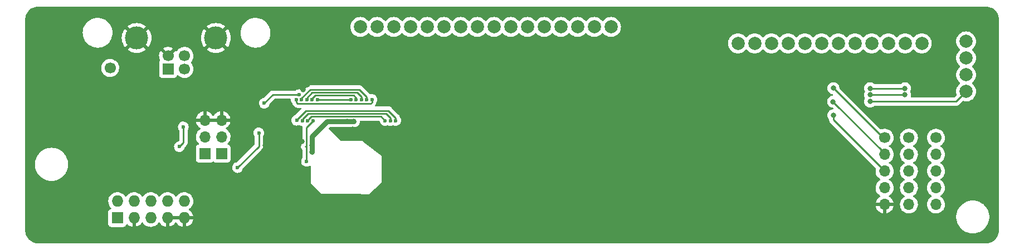
<source format=gbr>
%TF.GenerationSoftware,KiCad,Pcbnew,(6.0.6)*%
%TF.CreationDate,2022-06-30T18:10:47+10:00*%
%TF.ProjectId,modelh,6d6f6465-6c68-42e6-9b69-6361645f7063,v0.1*%
%TF.SameCoordinates,Original*%
%TF.FileFunction,Copper,L2,Bot*%
%TF.FilePolarity,Positive*%
%FSLAX46Y46*%
G04 Gerber Fmt 4.6, Leading zero omitted, Abs format (unit mm)*
G04 Created by KiCad (PCBNEW (6.0.6)) date 2022-06-30 18:10:47*
%MOMM*%
%LPD*%
G01*
G04 APERTURE LIST*
%TA.AperFunction,ComponentPad*%
%ADD10O,1.700000X1.700000*%
%TD*%
%TA.AperFunction,ComponentPad*%
%ADD11R,1.700000X1.700000*%
%TD*%
%TA.AperFunction,ComponentPad*%
%ADD12C,1.700000*%
%TD*%
%TA.AperFunction,ComponentPad*%
%ADD13C,2.000000*%
%TD*%
%TA.AperFunction,ComponentPad*%
%ADD14C,3.500000*%
%TD*%
%TA.AperFunction,ComponentPad*%
%ADD15O,1.727200X1.727200*%
%TD*%
%TA.AperFunction,ComponentPad*%
%ADD16R,1.727200X1.727200*%
%TD*%
%TA.AperFunction,ViaPad*%
%ADD17C,0.800000*%
%TD*%
%TA.AperFunction,ViaPad*%
%ADD18C,0.600000*%
%TD*%
%TA.AperFunction,Conductor*%
%ADD19C,0.250000*%
%TD*%
%TA.AperFunction,Conductor*%
%ADD20C,0.500000*%
%TD*%
%TA.AperFunction,Conductor*%
%ADD21C,0.800000*%
%TD*%
G04 APERTURE END LIST*
D10*
%TO.P,J5,6*%
%TO.N,GND*%
X93070000Y-65260000D03*
%TO.P,J5,5*%
X95610000Y-65260000D03*
%TO.P,J5,4*%
%TO.N,Net-(J5-Pad4)*%
X93070000Y-67800000D03*
%TO.P,J5,3*%
%TO.N,Net-(J5-Pad3)*%
X95610000Y-67800000D03*
D11*
%TO.P,J5,2*%
%TO.N,+3V3*%
X93070000Y-70340000D03*
%TO.P,J5,1*%
X95610000Y-70340000D03*
%TD*%
D10*
%TO.P,J7,5*%
%TO.N,Net-(J7-Pad5)*%
X204170000Y-78100000D03*
%TO.P,J7,4*%
%TO.N,Net-(J7-Pad4)*%
X204170000Y-75560000D03*
%TO.P,J7,3*%
%TO.N,Net-(J7-Pad3)*%
X204170000Y-73020000D03*
%TO.P,J7,2*%
%TO.N,Net-(J7-Pad2)*%
X204170000Y-70480000D03*
D12*
%TO.P,J7,1*%
%TO.N,Net-(J7-Pad1)*%
X204170000Y-67940000D03*
%TD*%
D10*
%TO.P,J9,5*%
%TO.N,Net-(J7-Pad5)*%
X200070000Y-78100000D03*
%TO.P,J9,4*%
%TO.N,Net-(J7-Pad4)*%
X200070000Y-75560000D03*
%TO.P,J9,3*%
%TO.N,Net-(J7-Pad3)*%
X200070000Y-73020000D03*
%TO.P,J9,2*%
%TO.N,Net-(J7-Pad2)*%
X200070000Y-70480000D03*
D12*
%TO.P,J9,1*%
%TO.N,Net-(J7-Pad1)*%
X200070000Y-67940000D03*
%TD*%
%TO.P,TP1,1*%
%TO.N,+5V*%
X78670000Y-57340000D03*
%TD*%
D10*
%TO.P,J8,5*%
%TO.N,GND*%
X196370000Y-78100000D03*
%TO.P,J8,4*%
%TO.N,+3V3*%
X196370000Y-75560000D03*
%TO.P,J8,3*%
%TO.N,led2*%
X196370000Y-73020000D03*
%TO.P,J8,2*%
%TO.N,led1*%
X196370000Y-70480000D03*
D12*
%TO.P,J8,1*%
%TO.N,led0*%
X196370000Y-67940000D03*
%TD*%
D13*
%TO.P,J4,4*%
%TO.N,Net-(J4-Pad4)*%
X208750000Y-60920000D03*
%TO.P,J4,3*%
%TO.N,+3V3*%
X208750000Y-58380000D03*
%TO.P,J4,2*%
%TO.N,Net-(J4-Pad2)*%
X208750000Y-55840000D03*
%TO.P,J4,1*%
%TO.N,Net-(J4-Pad1)*%
X208750000Y-53300000D03*
%TD*%
%TO.P,J3,12*%
%TO.N,Net-(J3-Pad12)*%
X202020000Y-53600000D03*
%TO.P,J3,11*%
%TO.N,Net-(J3-Pad11)*%
X199480000Y-53600000D03*
%TO.P,J3,10*%
%TO.N,Net-(J3-Pad10)*%
X196940000Y-53600000D03*
%TO.P,J3,9*%
%TO.N,Net-(J3-Pad9)*%
X194400000Y-53600000D03*
%TO.P,J3,8*%
%TO.N,row7*%
X191860000Y-53600000D03*
%TO.P,J3,7*%
%TO.N,row6*%
X189320000Y-53600000D03*
%TO.P,J3,6*%
%TO.N,row5*%
X186780000Y-53600000D03*
%TO.P,J3,5*%
%TO.N,row4*%
X184240000Y-53600000D03*
%TO.P,J3,4*%
%TO.N,row3*%
X181700000Y-53600000D03*
%TO.P,J3,3*%
%TO.N,row2*%
X179160000Y-53600000D03*
%TO.P,J3,2*%
%TO.N,row1*%
X176620000Y-53600000D03*
%TO.P,J3,1*%
%TO.N,row0*%
X174080000Y-53600000D03*
%TD*%
%TO.P,J2,16*%
%TO.N,col15*%
X154800000Y-51100000D03*
%TO.P,J2,15*%
%TO.N,col14*%
X152260000Y-51100000D03*
%TO.P,J2,14*%
%TO.N,col13*%
X149720000Y-51100000D03*
%TO.P,J2,13*%
%TO.N,col12*%
X147180000Y-51100000D03*
%TO.P,J2,12*%
%TO.N,col11*%
X144640000Y-51100000D03*
%TO.P,J2,11*%
%TO.N,col10*%
X142100000Y-51100000D03*
%TO.P,J2,10*%
%TO.N,col9*%
X139560000Y-51100000D03*
%TO.P,J2,9*%
%TO.N,col8*%
X137020000Y-51100000D03*
%TO.P,J2,8*%
%TO.N,col7*%
X134480000Y-51100000D03*
%TO.P,J2,7*%
%TO.N,col6*%
X131940000Y-51100000D03*
%TO.P,J2,6*%
%TO.N,col5*%
X129400000Y-51100000D03*
%TO.P,J2,5*%
%TO.N,col4*%
X126860000Y-51100000D03*
%TO.P,J2,4*%
%TO.N,col3*%
X124320000Y-51100000D03*
%TO.P,J2,3*%
%TO.N,col2*%
X121780000Y-51100000D03*
%TO.P,J2,2*%
%TO.N,col1*%
X119240000Y-51100000D03*
%TO.P,J2,1*%
%TO.N,col0*%
X116700000Y-51100000D03*
%TD*%
D14*
%TO.P,J1,5*%
%TO.N,GND*%
X94740000Y-52780000D03*
X82700000Y-52780000D03*
D12*
%TO.P,J1,4*%
X87470000Y-55490000D03*
%TO.P,J1,3*%
%TO.N,Net-(J1-Pad3)*%
X89970000Y-55490000D03*
%TO.P,J1,2*%
%TO.N,Net-(J1-Pad2)*%
X89970000Y-57490000D03*
D11*
%TO.P,J1,1*%
%TO.N,Net-(J1-Pad1)*%
X87470000Y-57490000D03*
%TD*%
D15*
%TO.P,J6,10*%
%TO.N,nRST*%
X89930000Y-77600000D03*
%TO.P,J6,9*%
%TO.N,GND*%
X89930000Y-80140000D03*
%TO.P,J6,8*%
%TO.N,N/C*%
X87390000Y-77600000D03*
%TO.P,J6,7*%
%TO.N,GND*%
X87390000Y-80140000D03*
%TO.P,J6,6*%
%TO.N,N/C*%
X84850000Y-77600000D03*
%TO.P,J6,5*%
X84850000Y-80140000D03*
%TO.P,J6,4*%
%TO.N,SWCLK*%
X82310000Y-77600000D03*
%TO.P,J6,3*%
%TO.N,GND*%
X82310000Y-80140000D03*
%TO.P,J6,2*%
%TO.N,SWDIO*%
X79770000Y-77600000D03*
D16*
%TO.P,J6,1*%
%TO.N,+3V3*%
X79770000Y-80140000D03*
%TD*%
D17*
%TO.N,GND*%
X116700000Y-66700000D03*
X100670000Y-60459990D03*
X76370000Y-64340000D03*
X77370000Y-64840000D03*
X76370000Y-65440000D03*
X77370000Y-65940000D03*
X86870000Y-63440000D03*
X86870000Y-64440000D03*
X104270000Y-69110010D03*
X103270000Y-69110010D03*
X107794990Y-68540000D03*
X99770000Y-60440000D03*
X98870000Y-60440000D03*
X87870000Y-63440000D03*
X87870000Y-64440000D03*
X88870000Y-63440000D03*
X88870000Y-64440000D03*
X102270000Y-69110000D03*
X115570000Y-66690000D03*
X114570000Y-77140000D03*
X115570000Y-77140000D03*
X113570000Y-77140000D03*
X108700000Y-59900004D03*
X108000000Y-60600000D03*
X149000000Y-59000000D03*
X151000000Y-59000000D03*
X153000000Y-59000000D03*
X155000000Y-59000000D03*
X157000000Y-59000000D03*
X159000000Y-59000000D03*
X161000000Y-59000000D03*
X163000000Y-59000000D03*
X165000000Y-59000000D03*
X167000000Y-59000000D03*
X120000000Y-69000000D03*
X122000000Y-69000000D03*
X124000000Y-69000000D03*
X126000000Y-69000000D03*
X128000000Y-69000000D03*
X138000000Y-69000000D03*
X136000000Y-69000000D03*
X134000000Y-69000000D03*
X130000000Y-69000000D03*
X132000000Y-69000000D03*
X148000000Y-69000000D03*
X146000000Y-69000000D03*
X150000000Y-69000000D03*
X158000000Y-69000000D03*
X156000000Y-69000000D03*
X152000000Y-69000000D03*
X154000000Y-69000000D03*
X144000000Y-69000000D03*
X140000000Y-69000000D03*
X142000000Y-69000000D03*
X178000000Y-69000000D03*
X170000000Y-69000000D03*
X176000000Y-69000000D03*
X164000000Y-69000000D03*
X172000000Y-69000000D03*
X174000000Y-69000000D03*
X166000000Y-69000000D03*
X168000000Y-69000000D03*
X162000000Y-69000000D03*
X160000000Y-69000000D03*
X180000000Y-69000000D03*
X182000000Y-69000000D03*
X184000000Y-69000000D03*
X186000000Y-69000000D03*
X188000000Y-69000000D03*
X190000000Y-69000000D03*
X205000000Y-55000000D03*
X205000000Y-53000000D03*
X205000000Y-51000000D03*
X213000000Y-75000000D03*
X213000000Y-73000000D03*
X213000000Y-71000000D03*
X213000000Y-69000000D03*
X213000000Y-67000000D03*
X213000000Y-65000000D03*
X213000000Y-63000000D03*
X213000000Y-61000000D03*
X213000000Y-59000000D03*
X213000000Y-57000000D03*
X213000000Y-55000000D03*
X213000000Y-53000000D03*
X213000000Y-51000000D03*
X148000000Y-83000000D03*
X170000000Y-83000000D03*
X154000000Y-83000000D03*
X168000000Y-83000000D03*
X156000000Y-83000000D03*
X116000000Y-83000000D03*
X162000000Y-83000000D03*
X166000000Y-83000000D03*
X160000000Y-83000000D03*
X114000000Y-83000000D03*
X152000000Y-83000000D03*
X150000000Y-83000000D03*
X164000000Y-83000000D03*
X158000000Y-83000000D03*
X172000000Y-83000000D03*
X118000000Y-83000000D03*
X146000000Y-83000000D03*
X138000000Y-83000000D03*
X144000000Y-83000000D03*
X132000000Y-83000000D03*
X140000000Y-83000000D03*
X126000000Y-83000000D03*
X142000000Y-83000000D03*
X174000000Y-83000000D03*
X134000000Y-83000000D03*
X124000000Y-83000000D03*
X120000000Y-83000000D03*
X122000000Y-83000000D03*
X136000000Y-83000000D03*
X130000000Y-83000000D03*
X128000000Y-83000000D03*
X112000000Y-83000000D03*
X176000000Y-83000000D03*
X108000000Y-83000000D03*
X110000000Y-83000000D03*
X178000000Y-83000000D03*
X182000000Y-83000000D03*
X186000000Y-83000000D03*
X190000000Y-83000000D03*
X184000000Y-83000000D03*
X194000000Y-83000000D03*
X192000000Y-83000000D03*
X188000000Y-83000000D03*
X180000000Y-83000000D03*
X196000000Y-83000000D03*
X198000000Y-83000000D03*
X200000000Y-83000000D03*
X202000000Y-83000000D03*
X204000000Y-83000000D03*
X69000000Y-83000000D03*
X71000000Y-83000000D03*
X67000000Y-81000000D03*
X67000000Y-79000000D03*
X67000000Y-77000000D03*
X67000000Y-51000000D03*
X67000000Y-53000000D03*
X67000000Y-55000000D03*
X67000000Y-57000000D03*
X67000000Y-59000000D03*
X67000000Y-61000000D03*
X67000000Y-63000000D03*
X67000000Y-65000000D03*
X86000000Y-50000000D03*
X88000000Y-50000000D03*
X90000000Y-50000000D03*
X92000000Y-50000000D03*
X92000000Y-52000000D03*
X90000000Y-52000000D03*
X88000000Y-52000000D03*
X86000000Y-52000000D03*
X211000000Y-49000000D03*
X199000000Y-49000000D03*
X207000000Y-49000000D03*
X203000000Y-49000000D03*
X209000000Y-49000000D03*
X205000000Y-49000000D03*
X201000000Y-49000000D03*
X195000000Y-49000000D03*
X193000000Y-49000000D03*
X197000000Y-49000000D03*
X181000000Y-49000000D03*
X177000000Y-49000000D03*
X185000000Y-49000000D03*
X183000000Y-49000000D03*
X187000000Y-49000000D03*
X179000000Y-49000000D03*
X191000000Y-49000000D03*
X175000000Y-49000000D03*
X189000000Y-49000000D03*
X173000000Y-49000000D03*
X171000000Y-49000000D03*
X167000000Y-49000000D03*
X163000000Y-49000000D03*
X159000000Y-49000000D03*
X153000000Y-49000000D03*
X161000000Y-49000000D03*
X155000000Y-49000000D03*
X157000000Y-49000000D03*
X169000000Y-49000000D03*
X165000000Y-49000000D03*
X143000000Y-49000000D03*
X151000000Y-49000000D03*
X133000000Y-49000000D03*
X145000000Y-49000000D03*
X139000000Y-49000000D03*
X149000000Y-49000000D03*
X141000000Y-49000000D03*
X135000000Y-49000000D03*
X147000000Y-49000000D03*
X137000000Y-49000000D03*
X113000000Y-49000000D03*
X131000000Y-49000000D03*
X115000000Y-49000000D03*
X123000000Y-49000000D03*
X117000000Y-49000000D03*
X127000000Y-49000000D03*
X121000000Y-49000000D03*
X129000000Y-49000000D03*
X119000000Y-49000000D03*
X125000000Y-49000000D03*
X111000000Y-49000000D03*
X109000000Y-49000000D03*
X107000000Y-49000000D03*
X105000000Y-49000000D03*
X213000000Y-77000000D03*
X206000000Y-83000000D03*
X208000000Y-83000000D03*
X103000000Y-49000000D03*
X101000000Y-49000000D03*
X99000000Y-49000000D03*
X67000000Y-67000000D03*
X69000000Y-49000000D03*
X71000000Y-49000000D03*
X73000000Y-49000000D03*
X75000000Y-49000000D03*
X77000000Y-49000000D03*
X79000000Y-49000000D03*
X81000000Y-49000000D03*
X83000000Y-49000000D03*
X97000000Y-49000000D03*
X95000000Y-49000000D03*
X93000000Y-49000000D03*
X85000000Y-49000000D03*
X126000000Y-71000000D03*
X126000000Y-73000000D03*
X126000000Y-75000000D03*
X126000000Y-77000000D03*
X126000000Y-79000000D03*
X126000000Y-81000000D03*
X178000000Y-81000000D03*
X178000000Y-79000000D03*
X178000000Y-77000000D03*
X178000000Y-75000000D03*
X178000000Y-73000000D03*
X178000000Y-71000000D03*
X197000000Y-65000000D03*
X199000000Y-65000000D03*
X201000000Y-65000000D03*
X203000000Y-65000000D03*
X205000000Y-65000000D03*
X117800000Y-66700000D03*
X108000000Y-73750000D03*
X106000000Y-83000000D03*
X104500000Y-73750000D03*
X106250000Y-73750000D03*
X96500000Y-74500000D03*
X96500000Y-76000000D03*
X98250000Y-76000000D03*
X98250000Y-74500000D03*
X93000000Y-83000000D03*
X91000000Y-83000000D03*
X89000000Y-83000000D03*
X87000000Y-83000000D03*
X85000000Y-83000000D03*
X83000000Y-83000000D03*
X73000000Y-83000000D03*
X77000000Y-83000000D03*
X79000000Y-83000000D03*
X81000000Y-83000000D03*
X213000000Y-79000000D03*
X67000000Y-75000000D03*
X67000000Y-69000000D03*
%TO.N,Net-(J4-Pad4)*%
X194170000Y-62440000D03*
%TO.N,Net-(J4-Pad2)*%
X199470000Y-61440000D03*
X194157340Y-61427340D03*
%TO.N,Net-(J4-Pad1)*%
X199470000Y-60440000D03*
X194170161Y-60427411D03*
%TO.N,+3V3*%
X114670000Y-65440000D03*
X109370000Y-69140000D03*
X109370000Y-70140000D03*
X115720000Y-65440000D03*
D18*
%TO.N,nRST*%
X109528158Y-65366699D03*
X108520000Y-71540004D03*
%TO.N,row4*%
X117670000Y-62140000D03*
X107770000Y-62140000D03*
%TO.N,row3*%
X118470000Y-62140000D03*
X106970000Y-62140000D03*
%TO.N,row2*%
X108570000Y-62140000D03*
X116870000Y-62140000D03*
%TO.N,row1*%
X109370000Y-62140000D03*
X116070000Y-62140000D03*
%TO.N,row0*%
X110170000Y-62140000D03*
X115270000Y-62140000D03*
%TO.N,SWCLK*%
X101270000Y-67215000D03*
X98020000Y-72490000D03*
%TO.N,SWDIO*%
X89800000Y-66300000D03*
X89200000Y-69300000D03*
%TO.N,led0*%
X120470000Y-65340000D03*
X108670000Y-65340000D03*
D17*
X188590000Y-60420000D03*
D18*
%TO.N,led1*%
X107870000Y-65340000D03*
X121270000Y-65340000D03*
D17*
X188540000Y-62470000D03*
D18*
%TO.N,led2*%
X122070000Y-65340000D03*
D17*
X188570000Y-64540000D03*
D18*
X107028051Y-65298051D03*
%TO.N,BOOT1*%
X102100000Y-62700000D03*
X107400000Y-61400000D03*
%TD*%
D19*
%TO.N,Net-(J4-Pad4)*%
X194170000Y-62440000D02*
X207250000Y-62440000D01*
X207250000Y-62440000D02*
X208770000Y-60920000D01*
%TO.N,Net-(J4-Pad2)*%
X199470000Y-61440000D02*
X194170000Y-61440000D01*
X194170000Y-61440000D02*
X194157340Y-61427340D01*
%TO.N,Net-(J4-Pad1)*%
X199470000Y-60440000D02*
X194182750Y-60440000D01*
X194182750Y-60440000D02*
X194170161Y-60427411D01*
D20*
%TO.N,+3V3*%
X109370000Y-69140000D02*
X109370000Y-69140000D01*
D21*
X109370000Y-70140000D02*
X109370000Y-69140000D01*
X109370000Y-67740000D02*
X109370000Y-69140000D01*
X111670000Y-65440000D02*
X109370000Y-67740000D01*
X115700000Y-65440000D02*
X111670000Y-65440000D01*
D19*
%TO.N,nRST*%
X108520000Y-69290000D02*
X108320000Y-69290000D01*
X108520000Y-69290000D02*
X108520000Y-71540004D01*
X108520000Y-66374857D02*
X108520000Y-69290000D01*
X109528158Y-65366699D02*
X108520000Y-66374857D01*
%TO.N,row4*%
X117670000Y-61715736D02*
X117670000Y-62140000D01*
X109085020Y-60614980D02*
X116569244Y-60614980D01*
X116569244Y-60614980D02*
X117670000Y-61715736D01*
X107770000Y-61930000D02*
X109085020Y-60614980D01*
X107770000Y-62140000D02*
X107770000Y-61930000D01*
%TO.N,row3*%
X118269263Y-62765001D02*
X118470000Y-62564264D01*
X118470000Y-62564264D02*
X118470000Y-62140000D01*
X107170737Y-62765001D02*
X118269263Y-62765001D01*
X106970000Y-62564264D02*
X107170737Y-62765001D01*
X106970000Y-62140000D02*
X106970000Y-62564264D01*
%TO.N,row2*%
X109377879Y-61064989D02*
X108570000Y-61872868D01*
X108570000Y-61872868D02*
X108570000Y-62140000D01*
X116219253Y-61064989D02*
X109377879Y-61064989D01*
X116870000Y-61715736D02*
X116219253Y-61064989D01*
X116870000Y-62140000D02*
X116870000Y-61715736D01*
%TO.N,row1*%
X116070000Y-62014998D02*
X116070000Y-62140000D01*
X116070000Y-61892868D02*
X116070000Y-62140000D01*
X115692131Y-61514999D02*
X116070000Y-61892868D01*
X109869999Y-61514999D02*
X115692131Y-61514999D01*
X109370000Y-62014998D02*
X109869999Y-61514999D01*
X109370000Y-62140000D02*
X109370000Y-62014998D01*
%TO.N,row0*%
X115270000Y-62140000D02*
X110170000Y-62140000D01*
%TO.N,SWCLK*%
X101270000Y-69240000D02*
X98020000Y-72490000D01*
X101270000Y-67215000D02*
X101270000Y-69240000D01*
%TO.N,SWDIO*%
X89800000Y-68700000D02*
X89200000Y-69300000D01*
X89800000Y-66300000D02*
X89800000Y-68700000D01*
%TO.N,led0*%
X196110000Y-67940000D02*
X196370000Y-67940000D01*
X188590000Y-60420000D02*
X196110000Y-67940000D01*
X108969999Y-65040001D02*
X108670000Y-65340000D01*
X109295001Y-64714999D02*
X108969999Y-65040001D01*
X119844999Y-64714999D02*
X109295001Y-64714999D01*
X120470000Y-65340000D02*
X119844999Y-64714999D01*
%TO.N,led1*%
X196370000Y-70300000D02*
X196370000Y-70480000D01*
X188540000Y-62470000D02*
X196370000Y-70300000D01*
X120619253Y-64264989D02*
X108727879Y-64264989D01*
X107870000Y-65122868D02*
X107870000Y-65340000D01*
X121270000Y-64915736D02*
X120619253Y-64264989D01*
X108727879Y-64264989D02*
X107870000Y-65122868D01*
X121270000Y-65340000D02*
X121270000Y-64915736D01*
%TO.N,led2*%
X188570000Y-65220000D02*
X196370000Y-73020000D01*
X188570000Y-64540000D02*
X188570000Y-65220000D01*
X107028051Y-65171949D02*
X107028051Y-65298051D01*
X120969244Y-63814980D02*
X108385020Y-63814980D01*
X108385020Y-63814980D02*
X107028051Y-65171949D01*
X122070000Y-64915736D02*
X120969244Y-63814980D01*
X122070000Y-65340000D02*
X122070000Y-64915736D01*
%TO.N,BOOT1*%
X102100000Y-62700000D02*
X103400000Y-61400000D01*
X103400000Y-61400000D02*
X106975736Y-61400000D01*
X106975736Y-61400000D02*
X107400000Y-61400000D01*
%TD*%
%TA.AperFunction,Conductor*%
%TO.N,GND*%
G36*
X211774487Y-47990321D02*
G01*
X211823871Y-47993853D01*
X212045650Y-48009715D01*
X212063433Y-48012272D01*
X212324658Y-48069098D01*
X212341900Y-48074160D01*
X212592393Y-48167589D01*
X212608740Y-48175055D01*
X212843375Y-48303176D01*
X212858498Y-48312895D01*
X213072510Y-48473103D01*
X213086096Y-48484876D01*
X213275124Y-48673904D01*
X213286897Y-48687490D01*
X213447105Y-48901502D01*
X213456824Y-48916625D01*
X213584945Y-49151260D01*
X213592411Y-49167607D01*
X213685839Y-49418097D01*
X213690902Y-49435342D01*
X213747728Y-49696567D01*
X213750285Y-49714350D01*
X213761427Y-49870127D01*
X213769679Y-49985513D01*
X213770000Y-49994501D01*
X213770000Y-81985499D01*
X213769679Y-81994487D01*
X213767457Y-82025558D01*
X213755665Y-82190438D01*
X213750286Y-82265645D01*
X213747728Y-82283433D01*
X213700943Y-82498500D01*
X213690903Y-82544654D01*
X213685840Y-82561900D01*
X213592411Y-82812393D01*
X213584945Y-82828740D01*
X213456824Y-83063375D01*
X213447105Y-83078498D01*
X213286897Y-83292510D01*
X213275124Y-83306096D01*
X213086096Y-83495124D01*
X213072510Y-83506897D01*
X212858498Y-83667105D01*
X212843375Y-83676824D01*
X212608740Y-83804945D01*
X212592393Y-83812411D01*
X212341900Y-83905840D01*
X212324658Y-83910902D01*
X212063433Y-83967728D01*
X212045650Y-83970285D01*
X211823871Y-83986147D01*
X211774487Y-83989679D01*
X211765499Y-83990000D01*
X67774501Y-83990000D01*
X67765513Y-83989679D01*
X67716129Y-83986147D01*
X67494350Y-83970285D01*
X67476567Y-83967728D01*
X67215342Y-83910902D01*
X67198100Y-83905840D01*
X66947607Y-83812411D01*
X66931260Y-83804945D01*
X66696625Y-83676824D01*
X66681502Y-83667105D01*
X66467490Y-83506897D01*
X66453904Y-83495124D01*
X66264876Y-83306096D01*
X66253103Y-83292510D01*
X66092895Y-83078498D01*
X66083176Y-83063375D01*
X65955055Y-82828740D01*
X65947589Y-82812393D01*
X65854160Y-82561900D01*
X65849097Y-82544654D01*
X65839057Y-82498500D01*
X65792272Y-82283433D01*
X65789714Y-82265645D01*
X65784336Y-82190438D01*
X65772543Y-82025558D01*
X65770321Y-81994487D01*
X65770000Y-81985499D01*
X65770000Y-77566362D01*
X78393609Y-77566362D01*
X78393906Y-77571514D01*
X78393906Y-77571518D01*
X78399618Y-77670578D01*
X78406597Y-77791614D01*
X78407734Y-77796660D01*
X78407735Y-77796666D01*
X78428984Y-77890952D01*
X78456200Y-78011720D01*
X78458142Y-78016502D01*
X78458143Y-78016506D01*
X78516677Y-78160658D01*
X78541086Y-78220769D01*
X78543785Y-78225173D01*
X78645443Y-78391064D01*
X78658975Y-78413147D01*
X78803909Y-78580462D01*
X78803909Y-78580463D01*
X78806702Y-78583687D01*
X78806036Y-78584264D01*
X78838456Y-78642187D01*
X78834131Y-78713052D01*
X78792181Y-78770330D01*
X78759851Y-78788238D01*
X78668105Y-78822632D01*
X78668104Y-78822633D01*
X78659695Y-78825785D01*
X78543139Y-78913139D01*
X78455785Y-79029695D01*
X78404655Y-79166084D01*
X78397900Y-79228266D01*
X78397900Y-81051734D01*
X78404655Y-81113916D01*
X78455785Y-81250305D01*
X78543139Y-81366861D01*
X78659695Y-81454215D01*
X78796084Y-81505345D01*
X78858266Y-81512100D01*
X80681734Y-81512100D01*
X80743916Y-81505345D01*
X80880305Y-81454215D01*
X80996861Y-81366861D01*
X81084215Y-81250305D01*
X81107735Y-81187567D01*
X81122413Y-81148412D01*
X81165054Y-81091647D01*
X81231616Y-81066947D01*
X81300965Y-81082154D01*
X81335633Y-81110145D01*
X81343666Y-81119419D01*
X81351032Y-81126633D01*
X81516606Y-81264095D01*
X81525053Y-81270010D01*
X81710859Y-81378586D01*
X81720146Y-81383036D01*
X81921198Y-81459810D01*
X81931091Y-81462684D01*
X82038248Y-81484485D01*
X82052300Y-81483290D01*
X82056000Y-81472945D01*
X82056000Y-80012000D01*
X82076002Y-79943879D01*
X82129658Y-79897386D01*
X82182000Y-79886000D01*
X82438000Y-79886000D01*
X82506121Y-79906002D01*
X82552614Y-79959658D01*
X82564000Y-80012000D01*
X82564000Y-81472229D01*
X82568064Y-81486071D01*
X82581479Y-81488105D01*
X82591025Y-81486882D01*
X82601095Y-81484742D01*
X82807225Y-81422900D01*
X82816832Y-81419134D01*
X83010076Y-81324464D01*
X83018934Y-81319185D01*
X83194141Y-81194211D01*
X83202003Y-81187567D01*
X83354445Y-81035656D01*
X83361122Y-81027811D01*
X83479086Y-80863646D01*
X83535081Y-80819998D01*
X83605784Y-80813552D01*
X83668749Y-80846355D01*
X83688842Y-80871337D01*
X83736091Y-80948440D01*
X83738975Y-80953147D01*
X83886702Y-81123687D01*
X84060299Y-81267810D01*
X84064751Y-81270412D01*
X84064756Y-81270415D01*
X84183804Y-81339981D01*
X84255103Y-81381645D01*
X84465884Y-81462134D01*
X84470952Y-81463165D01*
X84470955Y-81463166D01*
X84563105Y-81481914D01*
X84686981Y-81507117D01*
X84692156Y-81507307D01*
X84692158Y-81507307D01*
X84907292Y-81515196D01*
X84907296Y-81515196D01*
X84912456Y-81515385D01*
X84917576Y-81514729D01*
X84917578Y-81514729D01*
X85012485Y-81502571D01*
X85136253Y-81486716D01*
X85141202Y-81485231D01*
X85141208Y-81485230D01*
X85347413Y-81423365D01*
X85347412Y-81423365D01*
X85352363Y-81421880D01*
X85519540Y-81339981D01*
X85550331Y-81324897D01*
X85550336Y-81324894D01*
X85554982Y-81322618D01*
X85559192Y-81319615D01*
X85559197Y-81319612D01*
X85734455Y-81194601D01*
X85734459Y-81194597D01*
X85738667Y-81191596D01*
X85898487Y-81032333D01*
X86019686Y-80863667D01*
X86075680Y-80820019D01*
X86146384Y-80813573D01*
X86209348Y-80846376D01*
X86229441Y-80871358D01*
X86276682Y-80948448D01*
X86282765Y-80956759D01*
X86423665Y-81119417D01*
X86431032Y-81126633D01*
X86596606Y-81264095D01*
X86605053Y-81270010D01*
X86790859Y-81378586D01*
X86800146Y-81383036D01*
X87001198Y-81459810D01*
X87011091Y-81462684D01*
X87118248Y-81484485D01*
X87132300Y-81483290D01*
X87136000Y-81472945D01*
X87136000Y-81472229D01*
X87644000Y-81472229D01*
X87648064Y-81486071D01*
X87661479Y-81488105D01*
X87671025Y-81486882D01*
X87681095Y-81484742D01*
X87887225Y-81422900D01*
X87896832Y-81419134D01*
X88090076Y-81324464D01*
X88098934Y-81319185D01*
X88274141Y-81194211D01*
X88282003Y-81187567D01*
X88434445Y-81035656D01*
X88441122Y-81027811D01*
X88559402Y-80863206D01*
X88615397Y-80819558D01*
X88686100Y-80813112D01*
X88749065Y-80845915D01*
X88769157Y-80870897D01*
X88816676Y-80948440D01*
X88822765Y-80956759D01*
X88963665Y-81119417D01*
X88971032Y-81126633D01*
X89136606Y-81264095D01*
X89145053Y-81270010D01*
X89330859Y-81378586D01*
X89340146Y-81383036D01*
X89541198Y-81459810D01*
X89551091Y-81462684D01*
X89658248Y-81484485D01*
X89672300Y-81483290D01*
X89676000Y-81472945D01*
X89676000Y-81472229D01*
X90184000Y-81472229D01*
X90188064Y-81486071D01*
X90201479Y-81488105D01*
X90211025Y-81486882D01*
X90221095Y-81484742D01*
X90427225Y-81422900D01*
X90436832Y-81419134D01*
X90630076Y-81324464D01*
X90638934Y-81319185D01*
X90814141Y-81194211D01*
X90822003Y-81187567D01*
X90974445Y-81035656D01*
X90981122Y-81027811D01*
X91106702Y-80853047D01*
X91112013Y-80844208D01*
X91207358Y-80651292D01*
X91211156Y-80641699D01*
X91273716Y-80435791D01*
X91275893Y-80425721D01*
X91277705Y-80411960D01*
X91275493Y-80397778D01*
X91262336Y-80394000D01*
X90202115Y-80394000D01*
X90186876Y-80398475D01*
X90185671Y-80399865D01*
X90184000Y-80407548D01*
X90184000Y-81472229D01*
X89676000Y-81472229D01*
X89676000Y-80412115D01*
X89671525Y-80396876D01*
X89670135Y-80395671D01*
X89662452Y-80394000D01*
X87662115Y-80394000D01*
X87646876Y-80398475D01*
X87645671Y-80399865D01*
X87644000Y-80407548D01*
X87644000Y-81472229D01*
X87136000Y-81472229D01*
X87136000Y-80147821D01*
X207261500Y-80147821D01*
X207301060Y-80460975D01*
X207379557Y-80766702D01*
X207381010Y-80770371D01*
X207381010Y-80770372D01*
X207486044Y-81035656D01*
X207495753Y-81060179D01*
X207497659Y-81063647D01*
X207497660Y-81063648D01*
X207641046Y-81324464D01*
X207647816Y-81336779D01*
X207833346Y-81592140D01*
X208049418Y-81822233D01*
X208292625Y-82023432D01*
X208559131Y-82192562D01*
X208562710Y-82194246D01*
X208562717Y-82194250D01*
X208841144Y-82325267D01*
X208841148Y-82325269D01*
X208844734Y-82326956D01*
X209144928Y-82424495D01*
X209454980Y-82483641D01*
X209691162Y-82498500D01*
X209848838Y-82498500D01*
X210085020Y-82483641D01*
X210395072Y-82424495D01*
X210695266Y-82326956D01*
X210698852Y-82325269D01*
X210698856Y-82325267D01*
X210977283Y-82194250D01*
X210977290Y-82194246D01*
X210980869Y-82192562D01*
X211247375Y-82023432D01*
X211490582Y-81822233D01*
X211706654Y-81592140D01*
X211892184Y-81336779D01*
X211898955Y-81324464D01*
X212042340Y-81063648D01*
X212042341Y-81063647D01*
X212044247Y-81060179D01*
X212053957Y-81035656D01*
X212158990Y-80770372D01*
X212158990Y-80770371D01*
X212160443Y-80766702D01*
X212238940Y-80460975D01*
X212278500Y-80147821D01*
X212278500Y-79832179D01*
X212238940Y-79519025D01*
X212160443Y-79213298D01*
X212130337Y-79137260D01*
X212045702Y-78923495D01*
X212045700Y-78923490D01*
X212044247Y-78919821D01*
X212037615Y-78907758D01*
X211894093Y-78646693D01*
X211894091Y-78646690D01*
X211892184Y-78643221D01*
X211706654Y-78387860D01*
X211498867Y-78166590D01*
X211493297Y-78160658D01*
X211493296Y-78160657D01*
X211490582Y-78157767D01*
X211424822Y-78103365D01*
X211250427Y-77959093D01*
X211247375Y-77956568D01*
X210980869Y-77787438D01*
X210977290Y-77785754D01*
X210977283Y-77785750D01*
X210698856Y-77654733D01*
X210698852Y-77654731D01*
X210695266Y-77653044D01*
X210395072Y-77555505D01*
X210085020Y-77496359D01*
X209848838Y-77481500D01*
X209691162Y-77481500D01*
X209454980Y-77496359D01*
X209144928Y-77555505D01*
X208844734Y-77653044D01*
X208841148Y-77654731D01*
X208841144Y-77654733D01*
X208562717Y-77785750D01*
X208562710Y-77785754D01*
X208559131Y-77787438D01*
X208292625Y-77956568D01*
X208289573Y-77959093D01*
X208115179Y-78103365D01*
X208049418Y-78157767D01*
X208046704Y-78160657D01*
X208046703Y-78160658D01*
X208041133Y-78166590D01*
X207833346Y-78387860D01*
X207647816Y-78643221D01*
X207645909Y-78646690D01*
X207645907Y-78646693D01*
X207502385Y-78907758D01*
X207495753Y-78919821D01*
X207494300Y-78923490D01*
X207494298Y-78923495D01*
X207409663Y-79137260D01*
X207379557Y-79213298D01*
X207301060Y-79519025D01*
X207261500Y-79832179D01*
X207261500Y-80147821D01*
X87136000Y-80147821D01*
X87136000Y-80012000D01*
X87156002Y-79943879D01*
X87209658Y-79897386D01*
X87262000Y-79886000D01*
X91262367Y-79886000D01*
X91275898Y-79882027D01*
X91277203Y-79872947D01*
X91234133Y-79701477D01*
X91230813Y-79691726D01*
X91144999Y-79494365D01*
X91140133Y-79485290D01*
X91023239Y-79304601D01*
X91016947Y-79296430D01*
X90872113Y-79137260D01*
X90864580Y-79130234D01*
X90695691Y-78996855D01*
X90687104Y-78991150D01*
X90668082Y-78980649D01*
X90618111Y-78930216D01*
X90603340Y-78860773D01*
X90628457Y-78794368D01*
X90655801Y-78767768D01*
X90818667Y-78651596D01*
X90978487Y-78492333D01*
X91067854Y-78367966D01*
X195038257Y-78367966D01*
X195068565Y-78502446D01*
X195071645Y-78512275D01*
X195151770Y-78709603D01*
X195156413Y-78718794D01*
X195267694Y-78900388D01*
X195273777Y-78908699D01*
X195413213Y-79069667D01*
X195420580Y-79076883D01*
X195584434Y-79212916D01*
X195592881Y-79218831D01*
X195776756Y-79326279D01*
X195786042Y-79330729D01*
X195985001Y-79406703D01*
X195994899Y-79409579D01*
X196098250Y-79430606D01*
X196112299Y-79429410D01*
X196116000Y-79419065D01*
X196116000Y-79418517D01*
X196624000Y-79418517D01*
X196628064Y-79432359D01*
X196641478Y-79434393D01*
X196648184Y-79433534D01*
X196658262Y-79431392D01*
X196862255Y-79370191D01*
X196871842Y-79366433D01*
X197063095Y-79272739D01*
X197071945Y-79267464D01*
X197245328Y-79143792D01*
X197253200Y-79137139D01*
X197404052Y-78986812D01*
X197410730Y-78978965D01*
X197535003Y-78806020D01*
X197540313Y-78797183D01*
X197634670Y-78606267D01*
X197638469Y-78596672D01*
X197700377Y-78392910D01*
X197702555Y-78382837D01*
X197703986Y-78371962D01*
X197701775Y-78357778D01*
X197688617Y-78354000D01*
X196642115Y-78354000D01*
X196626876Y-78358475D01*
X196625671Y-78359865D01*
X196624000Y-78367548D01*
X196624000Y-79418517D01*
X196116000Y-79418517D01*
X196116000Y-78372115D01*
X196111525Y-78356876D01*
X196110135Y-78355671D01*
X196102452Y-78354000D01*
X195053225Y-78354000D01*
X195039694Y-78357973D01*
X195038257Y-78367966D01*
X91067854Y-78367966D01*
X91110150Y-78309105D01*
X91210118Y-78106835D01*
X91222313Y-78066695D01*
X198707251Y-78066695D01*
X198707548Y-78071848D01*
X198707548Y-78071851D01*
X198713011Y-78166590D01*
X198720110Y-78289715D01*
X198721247Y-78294761D01*
X198721248Y-78294767D01*
X198735449Y-78357778D01*
X198769222Y-78507639D01*
X198853266Y-78714616D01*
X198890058Y-78774655D01*
X198948776Y-78870474D01*
X198969987Y-78905088D01*
X199116250Y-79073938D01*
X199288126Y-79216632D01*
X199481000Y-79329338D01*
X199689692Y-79409030D01*
X199694760Y-79410061D01*
X199694763Y-79410062D01*
X199789862Y-79429410D01*
X199908597Y-79453567D01*
X199913772Y-79453757D01*
X199913774Y-79453757D01*
X200126673Y-79461564D01*
X200126677Y-79461564D01*
X200131837Y-79461753D01*
X200136957Y-79461097D01*
X200136959Y-79461097D01*
X200348288Y-79434025D01*
X200348289Y-79434025D01*
X200353416Y-79433368D01*
X200358366Y-79431883D01*
X200562429Y-79370661D01*
X200562434Y-79370659D01*
X200567384Y-79369174D01*
X200767994Y-79270896D01*
X200949860Y-79141173D01*
X200957991Y-79133071D01*
X201094683Y-78996855D01*
X201108096Y-78983489D01*
X201114254Y-78974920D01*
X201235435Y-78806277D01*
X201238453Y-78802077D01*
X201246092Y-78786622D01*
X201335136Y-78606453D01*
X201335137Y-78606451D01*
X201337430Y-78601811D01*
X201402370Y-78388069D01*
X201431529Y-78166590D01*
X201433156Y-78100000D01*
X201430418Y-78066695D01*
X202807251Y-78066695D01*
X202807548Y-78071848D01*
X202807548Y-78071851D01*
X202813011Y-78166590D01*
X202820110Y-78289715D01*
X202821247Y-78294761D01*
X202821248Y-78294767D01*
X202835449Y-78357778D01*
X202869222Y-78507639D01*
X202953266Y-78714616D01*
X202990058Y-78774655D01*
X203048776Y-78870474D01*
X203069987Y-78905088D01*
X203216250Y-79073938D01*
X203388126Y-79216632D01*
X203581000Y-79329338D01*
X203789692Y-79409030D01*
X203794760Y-79410061D01*
X203794763Y-79410062D01*
X203889862Y-79429410D01*
X204008597Y-79453567D01*
X204013772Y-79453757D01*
X204013774Y-79453757D01*
X204226673Y-79461564D01*
X204226677Y-79461564D01*
X204231837Y-79461753D01*
X204236957Y-79461097D01*
X204236959Y-79461097D01*
X204448288Y-79434025D01*
X204448289Y-79434025D01*
X204453416Y-79433368D01*
X204458366Y-79431883D01*
X204662429Y-79370661D01*
X204662434Y-79370659D01*
X204667384Y-79369174D01*
X204867994Y-79270896D01*
X205049860Y-79141173D01*
X205057991Y-79133071D01*
X205194683Y-78996855D01*
X205208096Y-78983489D01*
X205214254Y-78974920D01*
X205335435Y-78806277D01*
X205338453Y-78802077D01*
X205346092Y-78786622D01*
X205435136Y-78606453D01*
X205435137Y-78606451D01*
X205437430Y-78601811D01*
X205502370Y-78388069D01*
X205531529Y-78166590D01*
X205533156Y-78100000D01*
X205514852Y-77877361D01*
X205460431Y-77660702D01*
X205371354Y-77455840D01*
X205250014Y-77268277D01*
X205099670Y-77103051D01*
X205095619Y-77099852D01*
X205095615Y-77099848D01*
X204928414Y-76967800D01*
X204928410Y-76967798D01*
X204924359Y-76964598D01*
X204883053Y-76941796D01*
X204833084Y-76891364D01*
X204818312Y-76821921D01*
X204843428Y-76755516D01*
X204870780Y-76728909D01*
X204914603Y-76697650D01*
X205049860Y-76601173D01*
X205057991Y-76593071D01*
X205131209Y-76520107D01*
X205208096Y-76443489D01*
X205219810Y-76427188D01*
X205335435Y-76266277D01*
X205338453Y-76262077D01*
X205354649Y-76229308D01*
X205435136Y-76066453D01*
X205435137Y-76066451D01*
X205437430Y-76061811D01*
X205502370Y-75848069D01*
X205531529Y-75626590D01*
X205533156Y-75560000D01*
X205514852Y-75337361D01*
X205460431Y-75120702D01*
X205371354Y-74915840D01*
X205250014Y-74728277D01*
X205099670Y-74563051D01*
X205095619Y-74559852D01*
X205095615Y-74559848D01*
X204928414Y-74427800D01*
X204928410Y-74427798D01*
X204924359Y-74424598D01*
X204883053Y-74401796D01*
X204833084Y-74351364D01*
X204818312Y-74281921D01*
X204843428Y-74215516D01*
X204870780Y-74188909D01*
X204914603Y-74157650D01*
X205049860Y-74061173D01*
X205208096Y-73903489D01*
X205267594Y-73820689D01*
X205335435Y-73726277D01*
X205338453Y-73722077D01*
X205402672Y-73592140D01*
X205435136Y-73526453D01*
X205435137Y-73526451D01*
X205437430Y-73521811D01*
X205502370Y-73308069D01*
X205531529Y-73086590D01*
X205533156Y-73020000D01*
X205514852Y-72797361D01*
X205460431Y-72580702D01*
X205371354Y-72375840D01*
X205301056Y-72267176D01*
X205252822Y-72192617D01*
X205252820Y-72192614D01*
X205250014Y-72188277D01*
X205099670Y-72023051D01*
X205095619Y-72019852D01*
X205095615Y-72019848D01*
X204928414Y-71887800D01*
X204928410Y-71887798D01*
X204924359Y-71884598D01*
X204883053Y-71861796D01*
X204833084Y-71811364D01*
X204818312Y-71741921D01*
X204843428Y-71675516D01*
X204870780Y-71648909D01*
X204914603Y-71617650D01*
X205049860Y-71521173D01*
X205208096Y-71363489D01*
X205248174Y-71307715D01*
X205335435Y-71186277D01*
X205338453Y-71182077D01*
X205387185Y-71083476D01*
X205435136Y-70986453D01*
X205435137Y-70986451D01*
X205437430Y-70981811D01*
X205486937Y-70818866D01*
X205500865Y-70773023D01*
X205500865Y-70773021D01*
X205502370Y-70768069D01*
X205531529Y-70546590D01*
X205533156Y-70480000D01*
X205514852Y-70257361D01*
X205460431Y-70040702D01*
X205371354Y-69835840D01*
X205272056Y-69682349D01*
X205252822Y-69652617D01*
X205252820Y-69652614D01*
X205250014Y-69648277D01*
X205099670Y-69483051D01*
X205095619Y-69479852D01*
X205095615Y-69479848D01*
X204928414Y-69347800D01*
X204928410Y-69347798D01*
X204924359Y-69344598D01*
X204883053Y-69321796D01*
X204833084Y-69271364D01*
X204818312Y-69201921D01*
X204843428Y-69135516D01*
X204870780Y-69108909D01*
X204927611Y-69068372D01*
X205049860Y-68981173D01*
X205096135Y-68935060D01*
X205191437Y-68840090D01*
X205208096Y-68823489D01*
X205233794Y-68787727D01*
X205335435Y-68646277D01*
X205338453Y-68642077D01*
X205406021Y-68505364D01*
X205435136Y-68446453D01*
X205435137Y-68446451D01*
X205437430Y-68441811D01*
X205502370Y-68228069D01*
X205531529Y-68006590D01*
X205533156Y-67940000D01*
X205514852Y-67717361D01*
X205460431Y-67500702D01*
X205371354Y-67295840D01*
X205311707Y-67203640D01*
X205252822Y-67112617D01*
X205252820Y-67112614D01*
X205250014Y-67108277D01*
X205099670Y-66943051D01*
X205095619Y-66939852D01*
X205095615Y-66939848D01*
X204928414Y-66807800D01*
X204928410Y-66807798D01*
X204924359Y-66804598D01*
X204915755Y-66799848D01*
X204872136Y-66775769D01*
X204728789Y-66696638D01*
X204723920Y-66694914D01*
X204723916Y-66694912D01*
X204523087Y-66623795D01*
X204523083Y-66623794D01*
X204518212Y-66622069D01*
X204513119Y-66621162D01*
X204513116Y-66621161D01*
X204303373Y-66583800D01*
X204303367Y-66583799D01*
X204298284Y-66582894D01*
X204224452Y-66581992D01*
X204080081Y-66580228D01*
X204080079Y-66580228D01*
X204074911Y-66580165D01*
X203854091Y-66613955D01*
X203641756Y-66683357D01*
X203611443Y-66699137D01*
X203460852Y-66777530D01*
X203443607Y-66786507D01*
X203439474Y-66789610D01*
X203439471Y-66789612D01*
X203349094Y-66857469D01*
X203264965Y-66920635D01*
X203261393Y-66924373D01*
X203162278Y-67028091D01*
X203110629Y-67082138D01*
X203107715Y-67086410D01*
X203107714Y-67086411D01*
X203077042Y-67131375D01*
X202984743Y-67266680D01*
X202890688Y-67469305D01*
X202830989Y-67684570D01*
X202807251Y-67906695D01*
X202807548Y-67911848D01*
X202807548Y-67911851D01*
X202812970Y-68005882D01*
X202820110Y-68129715D01*
X202821247Y-68134761D01*
X202821248Y-68134767D01*
X202837671Y-68207639D01*
X202869222Y-68347639D01*
X202953266Y-68554616D01*
X202984195Y-68605088D01*
X203059446Y-68727886D01*
X203069987Y-68745088D01*
X203216250Y-68913938D01*
X203388126Y-69056632D01*
X203458595Y-69097811D01*
X203461445Y-69099476D01*
X203510169Y-69151114D01*
X203523240Y-69220897D01*
X203496509Y-69286669D01*
X203456055Y-69320027D01*
X203443607Y-69326507D01*
X203439474Y-69329610D01*
X203439471Y-69329612D01*
X203269100Y-69457530D01*
X203264965Y-69460635D01*
X203256818Y-69469160D01*
X203134111Y-69597566D01*
X203110629Y-69622138D01*
X203107715Y-69626410D01*
X203107714Y-69626411D01*
X203031998Y-69737407D01*
X202984743Y-69806680D01*
X202969003Y-69840590D01*
X202913996Y-69959093D01*
X202890688Y-70009305D01*
X202830989Y-70224570D01*
X202807251Y-70446695D01*
X202807548Y-70451848D01*
X202807548Y-70451851D01*
X202813011Y-70546590D01*
X202820110Y-70669715D01*
X202821247Y-70674761D01*
X202821248Y-70674767D01*
X202840032Y-70758115D01*
X202869222Y-70887639D01*
X202918418Y-71008794D01*
X202948743Y-71083476D01*
X202953266Y-71094616D01*
X203000879Y-71172314D01*
X203041214Y-71238134D01*
X203069987Y-71285088D01*
X203216250Y-71453938D01*
X203388126Y-71596632D01*
X203454177Y-71635229D01*
X203461445Y-71639476D01*
X203510169Y-71691114D01*
X203523240Y-71760897D01*
X203496509Y-71826669D01*
X203456055Y-71860027D01*
X203443607Y-71866507D01*
X203439474Y-71869610D01*
X203439471Y-71869612D01*
X203290193Y-71981693D01*
X203264965Y-72000635D01*
X203261393Y-72004373D01*
X203136696Y-72134861D01*
X203110629Y-72162138D01*
X202984743Y-72346680D01*
X202890688Y-72549305D01*
X202830989Y-72764570D01*
X202807251Y-72986695D01*
X202807548Y-72991848D01*
X202807548Y-72991851D01*
X202814981Y-73120760D01*
X202820110Y-73209715D01*
X202821247Y-73214761D01*
X202821248Y-73214767D01*
X202835271Y-73276990D01*
X202869222Y-73427639D01*
X202953266Y-73634616D01*
X203069987Y-73825088D01*
X203216250Y-73993938D01*
X203388126Y-74136632D01*
X203458595Y-74177811D01*
X203461445Y-74179476D01*
X203510169Y-74231114D01*
X203523240Y-74300897D01*
X203496509Y-74366669D01*
X203456055Y-74400027D01*
X203443607Y-74406507D01*
X203439474Y-74409610D01*
X203439471Y-74409612D01*
X203269100Y-74537530D01*
X203264965Y-74540635D01*
X203110629Y-74702138D01*
X202984743Y-74886680D01*
X202890688Y-75089305D01*
X202830989Y-75304570D01*
X202807251Y-75526695D01*
X202807548Y-75531848D01*
X202807548Y-75531851D01*
X202813011Y-75626590D01*
X202820110Y-75749715D01*
X202821247Y-75754761D01*
X202821248Y-75754767D01*
X202841119Y-75842939D01*
X202869222Y-75967639D01*
X202953266Y-76174616D01*
X203069987Y-76365088D01*
X203216250Y-76533938D01*
X203388126Y-76676632D01*
X203458595Y-76717811D01*
X203461445Y-76719476D01*
X203510169Y-76771114D01*
X203523240Y-76840897D01*
X203496509Y-76906669D01*
X203456055Y-76940027D01*
X203443607Y-76946507D01*
X203439474Y-76949610D01*
X203439471Y-76949612D01*
X203415247Y-76967800D01*
X203264965Y-77080635D01*
X203110629Y-77242138D01*
X203107715Y-77246410D01*
X203107714Y-77246411D01*
X203095404Y-77264457D01*
X202984743Y-77426680D01*
X202969003Y-77460590D01*
X202905848Y-77596646D01*
X202890688Y-77629305D01*
X202830989Y-77844570D01*
X202807251Y-78066695D01*
X201430418Y-78066695D01*
X201414852Y-77877361D01*
X201360431Y-77660702D01*
X201271354Y-77455840D01*
X201150014Y-77268277D01*
X200999670Y-77103051D01*
X200995619Y-77099852D01*
X200995615Y-77099848D01*
X200828414Y-76967800D01*
X200828410Y-76967798D01*
X200824359Y-76964598D01*
X200783053Y-76941796D01*
X200733084Y-76891364D01*
X200718312Y-76821921D01*
X200743428Y-76755516D01*
X200770780Y-76728909D01*
X200814603Y-76697650D01*
X200949860Y-76601173D01*
X200957991Y-76593071D01*
X201031209Y-76520107D01*
X201108096Y-76443489D01*
X201119810Y-76427188D01*
X201235435Y-76266277D01*
X201238453Y-76262077D01*
X201254649Y-76229308D01*
X201335136Y-76066453D01*
X201335137Y-76066451D01*
X201337430Y-76061811D01*
X201402370Y-75848069D01*
X201431529Y-75626590D01*
X201433156Y-75560000D01*
X201414852Y-75337361D01*
X201360431Y-75120702D01*
X201271354Y-74915840D01*
X201150014Y-74728277D01*
X200999670Y-74563051D01*
X200995619Y-74559852D01*
X200995615Y-74559848D01*
X200828414Y-74427800D01*
X200828410Y-74427798D01*
X200824359Y-74424598D01*
X200783053Y-74401796D01*
X200733084Y-74351364D01*
X200718312Y-74281921D01*
X200743428Y-74215516D01*
X200770780Y-74188909D01*
X200814603Y-74157650D01*
X200949860Y-74061173D01*
X201108096Y-73903489D01*
X201167594Y-73820689D01*
X201235435Y-73726277D01*
X201238453Y-73722077D01*
X201302672Y-73592140D01*
X201335136Y-73526453D01*
X201335137Y-73526451D01*
X201337430Y-73521811D01*
X201402370Y-73308069D01*
X201431529Y-73086590D01*
X201433156Y-73020000D01*
X201414852Y-72797361D01*
X201360431Y-72580702D01*
X201271354Y-72375840D01*
X201201056Y-72267176D01*
X201152822Y-72192617D01*
X201152820Y-72192614D01*
X201150014Y-72188277D01*
X200999670Y-72023051D01*
X200995619Y-72019852D01*
X200995615Y-72019848D01*
X200828414Y-71887800D01*
X200828410Y-71887798D01*
X200824359Y-71884598D01*
X200783053Y-71861796D01*
X200733084Y-71811364D01*
X200718312Y-71741921D01*
X200743428Y-71675516D01*
X200770780Y-71648909D01*
X200814603Y-71617650D01*
X200949860Y-71521173D01*
X201108096Y-71363489D01*
X201148174Y-71307715D01*
X201235435Y-71186277D01*
X201238453Y-71182077D01*
X201287185Y-71083476D01*
X201335136Y-70986453D01*
X201335137Y-70986451D01*
X201337430Y-70981811D01*
X201386937Y-70818866D01*
X201400865Y-70773023D01*
X201400865Y-70773021D01*
X201402370Y-70768069D01*
X201431529Y-70546590D01*
X201433156Y-70480000D01*
X201414852Y-70257361D01*
X201360431Y-70040702D01*
X201271354Y-69835840D01*
X201172056Y-69682349D01*
X201152822Y-69652617D01*
X201152820Y-69652614D01*
X201150014Y-69648277D01*
X200999670Y-69483051D01*
X200995619Y-69479852D01*
X200995615Y-69479848D01*
X200828414Y-69347800D01*
X200828410Y-69347798D01*
X200824359Y-69344598D01*
X200783053Y-69321796D01*
X200733084Y-69271364D01*
X200718312Y-69201921D01*
X200743428Y-69135516D01*
X200770780Y-69108909D01*
X200827611Y-69068372D01*
X200949860Y-68981173D01*
X200996135Y-68935060D01*
X201091437Y-68840090D01*
X201108096Y-68823489D01*
X201133794Y-68787727D01*
X201235435Y-68646277D01*
X201238453Y-68642077D01*
X201306021Y-68505364D01*
X201335136Y-68446453D01*
X201335137Y-68446451D01*
X201337430Y-68441811D01*
X201402370Y-68228069D01*
X201431529Y-68006590D01*
X201433156Y-67940000D01*
X201414852Y-67717361D01*
X201360431Y-67500702D01*
X201271354Y-67295840D01*
X201211707Y-67203640D01*
X201152822Y-67112617D01*
X201152820Y-67112614D01*
X201150014Y-67108277D01*
X200999670Y-66943051D01*
X200995619Y-66939852D01*
X200995615Y-66939848D01*
X200828414Y-66807800D01*
X200828410Y-66807798D01*
X200824359Y-66804598D01*
X200815755Y-66799848D01*
X200772136Y-66775769D01*
X200628789Y-66696638D01*
X200623920Y-66694914D01*
X200623916Y-66694912D01*
X200423087Y-66623795D01*
X200423083Y-66623794D01*
X200418212Y-66622069D01*
X200413119Y-66621162D01*
X200413116Y-66621161D01*
X200203373Y-66583800D01*
X200203367Y-66583799D01*
X200198284Y-66582894D01*
X200124452Y-66581992D01*
X199980081Y-66580228D01*
X199980079Y-66580228D01*
X199974911Y-66580165D01*
X199754091Y-66613955D01*
X199541756Y-66683357D01*
X199511443Y-66699137D01*
X199360852Y-66777530D01*
X199343607Y-66786507D01*
X199339474Y-66789610D01*
X199339471Y-66789612D01*
X199249094Y-66857469D01*
X199164965Y-66920635D01*
X199161393Y-66924373D01*
X199062278Y-67028091D01*
X199010629Y-67082138D01*
X199007715Y-67086410D01*
X199007714Y-67086411D01*
X198977042Y-67131375D01*
X198884743Y-67266680D01*
X198790688Y-67469305D01*
X198730989Y-67684570D01*
X198707251Y-67906695D01*
X198707548Y-67911848D01*
X198707548Y-67911851D01*
X198712970Y-68005882D01*
X198720110Y-68129715D01*
X198721247Y-68134761D01*
X198721248Y-68134767D01*
X198737671Y-68207639D01*
X198769222Y-68347639D01*
X198853266Y-68554616D01*
X198884195Y-68605088D01*
X198959446Y-68727886D01*
X198969987Y-68745088D01*
X199116250Y-68913938D01*
X199288126Y-69056632D01*
X199358595Y-69097811D01*
X199361445Y-69099476D01*
X199410169Y-69151114D01*
X199423240Y-69220897D01*
X199396509Y-69286669D01*
X199356055Y-69320027D01*
X199343607Y-69326507D01*
X199339474Y-69329610D01*
X199339471Y-69329612D01*
X199169100Y-69457530D01*
X199164965Y-69460635D01*
X199156818Y-69469160D01*
X199034111Y-69597566D01*
X199010629Y-69622138D01*
X199007715Y-69626410D01*
X199007714Y-69626411D01*
X198931998Y-69737407D01*
X198884743Y-69806680D01*
X198869003Y-69840590D01*
X198813996Y-69959093D01*
X198790688Y-70009305D01*
X198730989Y-70224570D01*
X198707251Y-70446695D01*
X198707548Y-70451848D01*
X198707548Y-70451851D01*
X198713011Y-70546590D01*
X198720110Y-70669715D01*
X198721247Y-70674761D01*
X198721248Y-70674767D01*
X198740032Y-70758115D01*
X198769222Y-70887639D01*
X198818418Y-71008794D01*
X198848743Y-71083476D01*
X198853266Y-71094616D01*
X198900879Y-71172314D01*
X198941214Y-71238134D01*
X198969987Y-71285088D01*
X199116250Y-71453938D01*
X199288126Y-71596632D01*
X199354177Y-71635229D01*
X199361445Y-71639476D01*
X199410169Y-71691114D01*
X199423240Y-71760897D01*
X199396509Y-71826669D01*
X199356055Y-71860027D01*
X199343607Y-71866507D01*
X199339474Y-71869610D01*
X199339471Y-71869612D01*
X199190193Y-71981693D01*
X199164965Y-72000635D01*
X199161393Y-72004373D01*
X199036696Y-72134861D01*
X199010629Y-72162138D01*
X198884743Y-72346680D01*
X198790688Y-72549305D01*
X198730989Y-72764570D01*
X198707251Y-72986695D01*
X198707548Y-72991848D01*
X198707548Y-72991851D01*
X198714981Y-73120760D01*
X198720110Y-73209715D01*
X198721247Y-73214761D01*
X198721248Y-73214767D01*
X198735271Y-73276990D01*
X198769222Y-73427639D01*
X198853266Y-73634616D01*
X198969987Y-73825088D01*
X199116250Y-73993938D01*
X199288126Y-74136632D01*
X199358595Y-74177811D01*
X199361445Y-74179476D01*
X199410169Y-74231114D01*
X199423240Y-74300897D01*
X199396509Y-74366669D01*
X199356055Y-74400027D01*
X199343607Y-74406507D01*
X199339474Y-74409610D01*
X199339471Y-74409612D01*
X199169100Y-74537530D01*
X199164965Y-74540635D01*
X199010629Y-74702138D01*
X198884743Y-74886680D01*
X198790688Y-75089305D01*
X198730989Y-75304570D01*
X198707251Y-75526695D01*
X198707548Y-75531848D01*
X198707548Y-75531851D01*
X198713011Y-75626590D01*
X198720110Y-75749715D01*
X198721247Y-75754761D01*
X198721248Y-75754767D01*
X198741119Y-75842939D01*
X198769222Y-75967639D01*
X198853266Y-76174616D01*
X198969987Y-76365088D01*
X199116250Y-76533938D01*
X199288126Y-76676632D01*
X199358595Y-76717811D01*
X199361445Y-76719476D01*
X199410169Y-76771114D01*
X199423240Y-76840897D01*
X199396509Y-76906669D01*
X199356055Y-76940027D01*
X199343607Y-76946507D01*
X199339474Y-76949610D01*
X199339471Y-76949612D01*
X199315247Y-76967800D01*
X199164965Y-77080635D01*
X199010629Y-77242138D01*
X199007715Y-77246410D01*
X199007714Y-77246411D01*
X198995404Y-77264457D01*
X198884743Y-77426680D01*
X198869003Y-77460590D01*
X198805848Y-77596646D01*
X198790688Y-77629305D01*
X198730989Y-77844570D01*
X198707251Y-78066695D01*
X91222313Y-78066695D01*
X91275708Y-77890952D01*
X91283182Y-77834183D01*
X91304721Y-77670578D01*
X91304722Y-77670572D01*
X91305158Y-77667256D01*
X91305535Y-77651818D01*
X91306720Y-77603364D01*
X91306720Y-77603360D01*
X91306802Y-77600000D01*
X91288315Y-77375132D01*
X91233349Y-77156304D01*
X91143380Y-76949391D01*
X91095282Y-76875043D01*
X91023634Y-76764291D01*
X91023632Y-76764288D01*
X91020826Y-76759951D01*
X90868977Y-76593071D01*
X90864926Y-76589872D01*
X90864922Y-76589868D01*
X90695966Y-76456434D01*
X90695962Y-76456432D01*
X90691911Y-76453232D01*
X90494383Y-76344191D01*
X90281698Y-76268876D01*
X90217487Y-76257438D01*
X90064657Y-76230214D01*
X90064653Y-76230214D01*
X90059569Y-76229308D01*
X89987574Y-76228429D01*
X89839129Y-76226615D01*
X89839127Y-76226615D01*
X89833959Y-76226552D01*
X89610929Y-76260680D01*
X89396468Y-76330777D01*
X89196335Y-76434960D01*
X89192202Y-76438063D01*
X89192199Y-76438065D01*
X89064508Y-76533938D01*
X89015905Y-76570430D01*
X88860024Y-76733550D01*
X88857112Y-76737819D01*
X88857106Y-76737827D01*
X88763503Y-76875043D01*
X88708592Y-76920046D01*
X88638067Y-76928217D01*
X88574320Y-76896963D01*
X88553623Y-76872479D01*
X88543376Y-76856638D01*
X88499837Y-76789338D01*
X88483634Y-76764291D01*
X88483632Y-76764288D01*
X88480826Y-76759951D01*
X88328977Y-76593071D01*
X88324926Y-76589872D01*
X88324922Y-76589868D01*
X88155966Y-76456434D01*
X88155962Y-76456432D01*
X88151911Y-76453232D01*
X87954383Y-76344191D01*
X87741698Y-76268876D01*
X87677487Y-76257438D01*
X87524657Y-76230214D01*
X87524653Y-76230214D01*
X87519569Y-76229308D01*
X87447574Y-76228429D01*
X87299129Y-76226615D01*
X87299127Y-76226615D01*
X87293959Y-76226552D01*
X87070929Y-76260680D01*
X86856468Y-76330777D01*
X86656335Y-76434960D01*
X86652202Y-76438063D01*
X86652199Y-76438065D01*
X86524508Y-76533938D01*
X86475905Y-76570430D01*
X86320024Y-76733550D01*
X86317112Y-76737819D01*
X86317106Y-76737827D01*
X86223503Y-76875043D01*
X86168592Y-76920046D01*
X86098067Y-76928217D01*
X86034320Y-76896963D01*
X86013623Y-76872479D01*
X86003376Y-76856638D01*
X85959837Y-76789338D01*
X85943634Y-76764291D01*
X85943632Y-76764288D01*
X85940826Y-76759951D01*
X85788977Y-76593071D01*
X85784926Y-76589872D01*
X85784922Y-76589868D01*
X85615966Y-76456434D01*
X85615962Y-76456432D01*
X85611911Y-76453232D01*
X85414383Y-76344191D01*
X85201698Y-76268876D01*
X85137487Y-76257438D01*
X84984657Y-76230214D01*
X84984653Y-76230214D01*
X84979569Y-76229308D01*
X84907574Y-76228429D01*
X84759129Y-76226615D01*
X84759127Y-76226615D01*
X84753959Y-76226552D01*
X84530929Y-76260680D01*
X84316468Y-76330777D01*
X84116335Y-76434960D01*
X84112202Y-76438063D01*
X84112199Y-76438065D01*
X83984508Y-76533938D01*
X83935905Y-76570430D01*
X83780024Y-76733550D01*
X83777112Y-76737819D01*
X83777106Y-76737827D01*
X83683503Y-76875043D01*
X83628592Y-76920046D01*
X83558067Y-76928217D01*
X83494320Y-76896963D01*
X83473623Y-76872479D01*
X83463376Y-76856638D01*
X83419837Y-76789338D01*
X83403634Y-76764291D01*
X83403632Y-76764288D01*
X83400826Y-76759951D01*
X83248977Y-76593071D01*
X83244926Y-76589872D01*
X83244922Y-76589868D01*
X83075966Y-76456434D01*
X83075962Y-76456432D01*
X83071911Y-76453232D01*
X82874383Y-76344191D01*
X82661698Y-76268876D01*
X82597487Y-76257438D01*
X82444657Y-76230214D01*
X82444653Y-76230214D01*
X82439569Y-76229308D01*
X82367574Y-76228429D01*
X82219129Y-76226615D01*
X82219127Y-76226615D01*
X82213959Y-76226552D01*
X81990929Y-76260680D01*
X81776468Y-76330777D01*
X81576335Y-76434960D01*
X81572202Y-76438063D01*
X81572199Y-76438065D01*
X81444508Y-76533938D01*
X81395905Y-76570430D01*
X81240024Y-76733550D01*
X81237112Y-76737819D01*
X81237106Y-76737827D01*
X81143503Y-76875043D01*
X81088592Y-76920046D01*
X81018067Y-76928217D01*
X80954320Y-76896963D01*
X80933623Y-76872479D01*
X80923376Y-76856638D01*
X80879837Y-76789338D01*
X80863634Y-76764291D01*
X80863632Y-76764288D01*
X80860826Y-76759951D01*
X80708977Y-76593071D01*
X80704926Y-76589872D01*
X80704922Y-76589868D01*
X80535966Y-76456434D01*
X80535962Y-76456432D01*
X80531911Y-76453232D01*
X80334383Y-76344191D01*
X80121698Y-76268876D01*
X80057487Y-76257438D01*
X79904657Y-76230214D01*
X79904653Y-76230214D01*
X79899569Y-76229308D01*
X79827574Y-76228429D01*
X79679129Y-76226615D01*
X79679127Y-76226615D01*
X79673959Y-76226552D01*
X79450929Y-76260680D01*
X79236468Y-76330777D01*
X79036335Y-76434960D01*
X79032202Y-76438063D01*
X79032199Y-76438065D01*
X78904508Y-76533938D01*
X78855905Y-76570430D01*
X78700024Y-76733550D01*
X78572878Y-76919940D01*
X78570704Y-76924624D01*
X78570702Y-76924627D01*
X78486108Y-77106870D01*
X78477881Y-77124593D01*
X78417585Y-77342013D01*
X78393609Y-77566362D01*
X65770000Y-77566362D01*
X65770000Y-72147821D01*
X67261500Y-72147821D01*
X67301060Y-72460975D01*
X67379557Y-72766702D01*
X67381010Y-72770371D01*
X67381010Y-72770372D01*
X67466659Y-72986695D01*
X67495753Y-73060179D01*
X67497659Y-73063647D01*
X67497660Y-73063648D01*
X67629487Y-73303438D01*
X67647816Y-73336779D01*
X67833346Y-73592140D01*
X68049418Y-73822233D01*
X68292625Y-74023432D01*
X68559131Y-74192562D01*
X68562710Y-74194246D01*
X68562717Y-74194250D01*
X68841144Y-74325267D01*
X68841148Y-74325269D01*
X68844734Y-74326956D01*
X69144928Y-74424495D01*
X69454980Y-74483641D01*
X69691162Y-74498500D01*
X69848838Y-74498500D01*
X70085020Y-74483641D01*
X70395072Y-74424495D01*
X70695266Y-74326956D01*
X70698852Y-74325269D01*
X70698856Y-74325267D01*
X70977283Y-74194250D01*
X70977290Y-74194246D01*
X70980869Y-74192562D01*
X71247375Y-74023432D01*
X71490582Y-73822233D01*
X71706654Y-73592140D01*
X71892184Y-73336779D01*
X71910514Y-73303438D01*
X72042340Y-73063648D01*
X72042341Y-73063647D01*
X72044247Y-73060179D01*
X72073342Y-72986695D01*
X72158990Y-72770372D01*
X72158990Y-72770371D01*
X72160443Y-72766702D01*
X72234404Y-72478640D01*
X97206463Y-72478640D01*
X97224163Y-72659160D01*
X97281418Y-72831273D01*
X97285065Y-72837295D01*
X97285066Y-72837297D01*
X97295978Y-72855314D01*
X97375380Y-72986424D01*
X97501382Y-73116902D01*
X97507278Y-73120760D01*
X97635318Y-73204547D01*
X97653159Y-73216222D01*
X97659763Y-73218678D01*
X97659765Y-73218679D01*
X97816558Y-73276990D01*
X97816560Y-73276990D01*
X97823168Y-73279448D01*
X97906995Y-73290633D01*
X97995980Y-73302507D01*
X97995984Y-73302507D01*
X98002961Y-73303438D01*
X98009972Y-73302800D01*
X98009976Y-73302800D01*
X98152459Y-73289832D01*
X98183600Y-73286998D01*
X98190302Y-73284820D01*
X98190304Y-73284820D01*
X98349409Y-73233124D01*
X98349412Y-73233123D01*
X98356108Y-73230947D01*
X98511912Y-73138069D01*
X98643266Y-73012982D01*
X98743643Y-72861902D01*
X98808055Y-72692338D01*
X98811779Y-72665844D01*
X98817639Y-72624145D01*
X98846927Y-72559471D01*
X98853318Y-72552586D01*
X101662253Y-69743652D01*
X101670539Y-69736112D01*
X101677018Y-69732000D01*
X101723644Y-69682348D01*
X101726398Y-69679507D01*
X101746135Y-69659770D01*
X101748615Y-69656573D01*
X101756320Y-69647551D01*
X101756559Y-69647297D01*
X101786586Y-69615321D01*
X101790405Y-69608375D01*
X101790407Y-69608372D01*
X101796348Y-69597566D01*
X101807199Y-69581047D01*
X101814758Y-69571301D01*
X101819614Y-69565041D01*
X101822759Y-69557772D01*
X101822762Y-69557768D01*
X101837174Y-69524463D01*
X101842391Y-69513813D01*
X101863695Y-69475060D01*
X101867010Y-69462151D01*
X101868733Y-69455438D01*
X101875137Y-69436734D01*
X101880033Y-69425420D01*
X101880033Y-69425419D01*
X101883181Y-69418145D01*
X101884420Y-69410322D01*
X101884423Y-69410312D01*
X101890099Y-69374476D01*
X101892505Y-69362856D01*
X101901528Y-69327711D01*
X101901528Y-69327710D01*
X101903500Y-69320030D01*
X101903500Y-69299776D01*
X101905051Y-69280065D01*
X101906980Y-69267886D01*
X101908220Y-69260057D01*
X101904059Y-69216038D01*
X101903500Y-69204181D01*
X101903500Y-67760620D01*
X101924552Y-67690893D01*
X101989742Y-67592773D01*
X101993643Y-67586902D01*
X102058055Y-67417338D01*
X102059035Y-67410366D01*
X102082748Y-67241639D01*
X102082748Y-67241636D01*
X102083299Y-67237717D01*
X102083616Y-67215000D01*
X102063397Y-67034745D01*
X102061080Y-67028091D01*
X102006064Y-66870106D01*
X102006062Y-66870103D01*
X102003745Y-66863448D01*
X101992605Y-66845620D01*
X101911359Y-66715598D01*
X101907626Y-66709624D01*
X101897212Y-66699137D01*
X101784778Y-66585915D01*
X101784774Y-66585912D01*
X101779815Y-66580918D01*
X101768697Y-66573862D01*
X101716323Y-66540625D01*
X101626666Y-66483727D01*
X101583100Y-66468214D01*
X101462425Y-66425243D01*
X101462420Y-66425242D01*
X101455790Y-66422881D01*
X101448802Y-66422048D01*
X101448799Y-66422047D01*
X101303589Y-66404732D01*
X101275680Y-66401404D01*
X101268677Y-66402140D01*
X101268676Y-66402140D01*
X101102288Y-66419628D01*
X101102286Y-66419629D01*
X101095288Y-66420364D01*
X100923579Y-66478818D01*
X100917575Y-66482512D01*
X100775095Y-66570166D01*
X100775092Y-66570168D01*
X100769088Y-66573862D01*
X100764053Y-66578793D01*
X100764050Y-66578795D01*
X100656355Y-66684258D01*
X100639493Y-66700771D01*
X100541235Y-66853238D01*
X100538826Y-66859858D01*
X100538824Y-66859861D01*
X100500754Y-66964457D01*
X100479197Y-67023685D01*
X100456463Y-67203640D01*
X100474163Y-67384160D01*
X100531418Y-67556273D01*
X100535065Y-67562295D01*
X100535066Y-67562297D01*
X100618276Y-67699694D01*
X100636500Y-67764965D01*
X100636500Y-68925406D01*
X100616498Y-68993527D01*
X100599595Y-69014501D01*
X97958908Y-71655187D01*
X97896596Y-71689213D01*
X97882986Y-71691402D01*
X97879720Y-71691745D01*
X97852288Y-71694628D01*
X97852286Y-71694628D01*
X97845288Y-71695364D01*
X97673579Y-71753818D01*
X97658074Y-71763357D01*
X97525095Y-71845166D01*
X97525092Y-71845168D01*
X97519088Y-71848862D01*
X97514053Y-71853793D01*
X97514050Y-71853795D01*
X97394525Y-71970843D01*
X97389493Y-71975771D01*
X97291235Y-72128238D01*
X97288826Y-72134858D01*
X97288824Y-72134861D01*
X97235652Y-72280951D01*
X97229197Y-72298685D01*
X97206463Y-72478640D01*
X72234404Y-72478640D01*
X72238940Y-72460975D01*
X72278500Y-72147821D01*
X72278500Y-71832179D01*
X72238940Y-71519025D01*
X72160443Y-71213298D01*
X72133413Y-71145028D01*
X72045702Y-70923495D01*
X72045700Y-70923490D01*
X72044247Y-70919821D01*
X71941841Y-70733546D01*
X71894093Y-70646693D01*
X71894091Y-70646690D01*
X71892184Y-70643221D01*
X71706654Y-70387860D01*
X71490582Y-70157767D01*
X71469106Y-70140000D01*
X71250427Y-69959093D01*
X71247375Y-69956568D01*
X70980869Y-69787438D01*
X70977290Y-69785754D01*
X70977283Y-69785750D01*
X70698856Y-69654733D01*
X70698852Y-69654731D01*
X70695266Y-69653044D01*
X70678361Y-69647551D01*
X70414677Y-69561875D01*
X70395072Y-69555505D01*
X70085020Y-69496359D01*
X69848838Y-69481500D01*
X69691162Y-69481500D01*
X69454980Y-69496359D01*
X69144928Y-69555505D01*
X69125323Y-69561875D01*
X68861640Y-69647551D01*
X68844734Y-69653044D01*
X68841148Y-69654731D01*
X68841144Y-69654733D01*
X68562717Y-69785750D01*
X68562710Y-69785754D01*
X68559131Y-69787438D01*
X68292625Y-69956568D01*
X68289573Y-69959093D01*
X68070895Y-70140000D01*
X68049418Y-70157767D01*
X67833346Y-70387860D01*
X67647816Y-70643221D01*
X67645909Y-70646690D01*
X67645907Y-70646693D01*
X67598159Y-70733546D01*
X67495753Y-70919821D01*
X67494300Y-70923490D01*
X67494298Y-70923495D01*
X67406587Y-71145028D01*
X67379557Y-71213298D01*
X67301060Y-71519025D01*
X67261500Y-71832179D01*
X67261500Y-72147821D01*
X65770000Y-72147821D01*
X65770000Y-69288640D01*
X88386463Y-69288640D01*
X88404163Y-69469160D01*
X88461418Y-69641273D01*
X88465065Y-69647295D01*
X88465066Y-69647297D01*
X88548916Y-69785750D01*
X88555380Y-69796424D01*
X88681382Y-69926902D01*
X88730575Y-69959093D01*
X88814936Y-70014297D01*
X88833159Y-70026222D01*
X88839763Y-70028678D01*
X88839765Y-70028679D01*
X88996558Y-70086990D01*
X88996560Y-70086990D01*
X89003168Y-70089448D01*
X89086995Y-70100633D01*
X89175980Y-70112507D01*
X89175984Y-70112507D01*
X89182961Y-70113438D01*
X89189972Y-70112800D01*
X89189976Y-70112800D01*
X89342097Y-70098955D01*
X89363600Y-70096998D01*
X89370302Y-70094820D01*
X89370304Y-70094820D01*
X89529409Y-70043124D01*
X89529412Y-70043123D01*
X89536108Y-70040947D01*
X89677655Y-69956568D01*
X89685860Y-69951677D01*
X89685862Y-69951676D01*
X89691912Y-69948069D01*
X89823266Y-69822982D01*
X89923643Y-69671902D01*
X89968304Y-69554333D01*
X89985555Y-69508920D01*
X89985556Y-69508918D01*
X89988055Y-69502338D01*
X89991779Y-69475844D01*
X89997639Y-69434145D01*
X90026927Y-69369471D01*
X90033318Y-69362586D01*
X90192247Y-69203657D01*
X90200537Y-69196113D01*
X90207018Y-69192000D01*
X90253659Y-69142332D01*
X90256413Y-69139491D01*
X90276134Y-69119770D01*
X90278612Y-69116575D01*
X90286318Y-69107553D01*
X90300557Y-69092390D01*
X90316586Y-69075321D01*
X90322732Y-69064142D01*
X90326346Y-69057568D01*
X90337199Y-69041045D01*
X90338487Y-69039385D01*
X90349613Y-69025041D01*
X90367176Y-68984457D01*
X90372383Y-68973827D01*
X90393695Y-68935060D01*
X90395666Y-68927383D01*
X90395668Y-68927378D01*
X90398732Y-68915442D01*
X90405138Y-68896730D01*
X90410033Y-68885419D01*
X90413181Y-68878145D01*
X90414421Y-68870317D01*
X90414423Y-68870310D01*
X90420099Y-68834476D01*
X90422505Y-68822856D01*
X90431528Y-68787711D01*
X90431528Y-68787710D01*
X90433500Y-68780030D01*
X90433500Y-68759776D01*
X90435051Y-68740065D01*
X90436980Y-68727886D01*
X90438220Y-68720057D01*
X90434059Y-68676038D01*
X90433500Y-68664181D01*
X90433500Y-67766695D01*
X91707251Y-67766695D01*
X91707548Y-67771848D01*
X91707548Y-67771851D01*
X91719812Y-67984547D01*
X91720110Y-67989715D01*
X91721247Y-67994761D01*
X91721248Y-67994767D01*
X91733602Y-68049585D01*
X91769222Y-68207639D01*
X91853266Y-68414616D01*
X91900494Y-68491685D01*
X91967291Y-68600688D01*
X91969987Y-68605088D01*
X92116250Y-68773938D01*
X92120230Y-68777242D01*
X92124981Y-68781187D01*
X92164616Y-68840090D01*
X92166113Y-68911071D01*
X92128997Y-68971593D01*
X92088725Y-68996112D01*
X91994846Y-69031306D01*
X91973295Y-69039385D01*
X91856739Y-69126739D01*
X91769385Y-69243295D01*
X91718255Y-69379684D01*
X91715000Y-69409650D01*
X91712058Y-69436734D01*
X91711500Y-69441866D01*
X91711500Y-71238134D01*
X91718255Y-71300316D01*
X91769385Y-71436705D01*
X91856739Y-71553261D01*
X91973295Y-71640615D01*
X92109684Y-71691745D01*
X92171866Y-71698500D01*
X93968134Y-71698500D01*
X94030316Y-71691745D01*
X94166705Y-71640615D01*
X94264436Y-71567370D01*
X94330941Y-71542522D01*
X94400324Y-71557575D01*
X94415562Y-71567368D01*
X94513295Y-71640615D01*
X94649684Y-71691745D01*
X94711866Y-71698500D01*
X96508134Y-71698500D01*
X96570316Y-71691745D01*
X96706705Y-71640615D01*
X96823261Y-71553261D01*
X96910615Y-71436705D01*
X96961745Y-71300316D01*
X96968500Y-71238134D01*
X96968500Y-69441866D01*
X96967943Y-69436734D01*
X96965000Y-69409650D01*
X96961745Y-69379684D01*
X96910615Y-69243295D01*
X96823261Y-69126739D01*
X96706705Y-69039385D01*
X96685154Y-69031306D01*
X96588203Y-68994960D01*
X96531439Y-68952318D01*
X96506739Y-68885756D01*
X96521947Y-68816408D01*
X96543493Y-68787727D01*
X96591322Y-68740065D01*
X96648096Y-68683489D01*
X96653450Y-68676039D01*
X96775435Y-68506277D01*
X96778453Y-68502077D01*
X96799320Y-68459857D01*
X96875136Y-68306453D01*
X96875137Y-68306451D01*
X96877430Y-68301811D01*
X96942370Y-68088069D01*
X96971529Y-67866590D01*
X96973156Y-67800000D01*
X96954852Y-67577361D01*
X96900431Y-67360702D01*
X96811354Y-67155840D01*
X96730381Y-67030675D01*
X96692822Y-66972617D01*
X96692820Y-66972614D01*
X96690014Y-66968277D01*
X96539670Y-66803051D01*
X96535619Y-66799852D01*
X96535615Y-66799848D01*
X96368414Y-66667800D01*
X96368410Y-66667798D01*
X96364359Y-66664598D01*
X96322569Y-66641529D01*
X96272598Y-66591097D01*
X96257826Y-66521654D01*
X96282942Y-66455248D01*
X96310294Y-66428641D01*
X96485328Y-66303792D01*
X96493200Y-66297139D01*
X96644052Y-66146812D01*
X96650730Y-66138965D01*
X96775003Y-65966020D01*
X96780313Y-65957183D01*
X96874670Y-65766267D01*
X96878469Y-65756672D01*
X96940377Y-65552910D01*
X96942555Y-65542837D01*
X96943986Y-65531962D01*
X96941775Y-65517778D01*
X96928617Y-65514000D01*
X91753225Y-65514000D01*
X91739694Y-65517973D01*
X91738257Y-65527966D01*
X91768565Y-65662446D01*
X91771645Y-65672275D01*
X91851770Y-65869603D01*
X91856413Y-65878794D01*
X91967694Y-66060388D01*
X91973777Y-66068699D01*
X92113213Y-66229667D01*
X92120580Y-66236883D01*
X92284434Y-66372916D01*
X92292881Y-66378831D01*
X92361969Y-66419203D01*
X92410693Y-66470842D01*
X92423764Y-66540625D01*
X92397033Y-66606396D01*
X92356584Y-66639752D01*
X92343607Y-66646507D01*
X92339474Y-66649610D01*
X92339471Y-66649612D01*
X92169100Y-66777530D01*
X92164965Y-66780635D01*
X92010629Y-66942138D01*
X91884743Y-67126680D01*
X91790688Y-67329305D01*
X91730989Y-67544570D01*
X91707251Y-67766695D01*
X90433500Y-67766695D01*
X90433500Y-66845620D01*
X90454552Y-66775893D01*
X90456069Y-66773610D01*
X90523643Y-66671902D01*
X90573511Y-66540625D01*
X90585555Y-66508920D01*
X90585556Y-66508918D01*
X90588055Y-66502338D01*
X90589035Y-66495366D01*
X90612748Y-66326639D01*
X90612748Y-66326636D01*
X90613299Y-66322717D01*
X90613616Y-66300000D01*
X90593397Y-66119745D01*
X90590198Y-66110558D01*
X90536064Y-65955106D01*
X90536062Y-65955103D01*
X90533745Y-65948448D01*
X90437626Y-65794624D01*
X90423941Y-65780843D01*
X90314778Y-65670915D01*
X90314774Y-65670912D01*
X90309815Y-65665918D01*
X90298697Y-65658862D01*
X90223848Y-65611362D01*
X90156666Y-65568727D01*
X90112247Y-65552910D01*
X89992425Y-65510243D01*
X89992420Y-65510242D01*
X89985790Y-65507881D01*
X89978802Y-65507048D01*
X89978799Y-65507047D01*
X89855698Y-65492368D01*
X89805680Y-65486404D01*
X89798677Y-65487140D01*
X89798676Y-65487140D01*
X89632288Y-65504628D01*
X89632286Y-65504629D01*
X89625288Y-65505364D01*
X89453579Y-65563818D01*
X89445600Y-65568727D01*
X89305095Y-65655166D01*
X89305092Y-65655168D01*
X89299088Y-65658862D01*
X89294053Y-65663793D01*
X89294050Y-65663795D01*
X89174525Y-65780843D01*
X89169493Y-65785771D01*
X89071235Y-65938238D01*
X89068826Y-65944858D01*
X89068824Y-65944861D01*
X89011606Y-66102066D01*
X89009197Y-66108685D01*
X88986463Y-66288640D01*
X89004163Y-66469160D01*
X89061418Y-66641273D01*
X89065065Y-66647295D01*
X89065066Y-66647297D01*
X89148276Y-66784694D01*
X89166500Y-66849965D01*
X89166500Y-68377071D01*
X89146498Y-68445192D01*
X89092842Y-68491685D01*
X89053671Y-68502381D01*
X89043368Y-68503464D01*
X89032289Y-68504628D01*
X89032288Y-68504628D01*
X89025288Y-68505364D01*
X88853579Y-68563818D01*
X88847575Y-68567512D01*
X88705095Y-68655166D01*
X88705092Y-68655168D01*
X88699088Y-68658862D01*
X88694053Y-68663793D01*
X88694050Y-68663795D01*
X88574525Y-68780843D01*
X88569493Y-68785771D01*
X88471235Y-68938238D01*
X88468826Y-68944858D01*
X88468824Y-68944861D01*
X88419237Y-69081101D01*
X88409197Y-69108685D01*
X88386463Y-69288640D01*
X65770000Y-69288640D01*
X65770000Y-64994183D01*
X91734389Y-64994183D01*
X91735912Y-65002607D01*
X91748292Y-65006000D01*
X92797885Y-65006000D01*
X92813124Y-65001525D01*
X92814329Y-65000135D01*
X92816000Y-64992452D01*
X92816000Y-64987885D01*
X93324000Y-64987885D01*
X93328475Y-65003124D01*
X93329865Y-65004329D01*
X93337548Y-65006000D01*
X95337885Y-65006000D01*
X95353124Y-65001525D01*
X95354329Y-65000135D01*
X95356000Y-64992452D01*
X95356000Y-64987885D01*
X95864000Y-64987885D01*
X95868475Y-65003124D01*
X95869865Y-65004329D01*
X95877548Y-65006000D01*
X96928344Y-65006000D01*
X96941875Y-65002027D01*
X96943180Y-64992947D01*
X96901214Y-64825875D01*
X96897894Y-64816124D01*
X96812972Y-64620814D01*
X96808105Y-64611739D01*
X96692426Y-64432926D01*
X96686136Y-64424757D01*
X96542806Y-64267240D01*
X96535273Y-64260215D01*
X96368139Y-64128222D01*
X96359552Y-64122517D01*
X96173117Y-64019599D01*
X96163705Y-64015369D01*
X95962959Y-63944280D01*
X95952988Y-63941646D01*
X95881837Y-63928972D01*
X95868540Y-63930432D01*
X95864000Y-63944989D01*
X95864000Y-64987885D01*
X95356000Y-64987885D01*
X95356000Y-63943102D01*
X95352082Y-63929758D01*
X95337806Y-63927771D01*
X95299324Y-63933660D01*
X95289288Y-63936051D01*
X95086868Y-64002212D01*
X95077359Y-64006209D01*
X94888463Y-64104542D01*
X94879738Y-64110036D01*
X94709433Y-64237905D01*
X94701726Y-64244748D01*
X94554590Y-64398717D01*
X94548104Y-64406727D01*
X94443193Y-64560521D01*
X94388282Y-64605524D01*
X94317757Y-64613695D01*
X94254010Y-64582441D01*
X94233313Y-64557957D01*
X94152427Y-64432926D01*
X94146136Y-64424757D01*
X94002806Y-64267240D01*
X93995273Y-64260215D01*
X93828139Y-64128222D01*
X93819552Y-64122517D01*
X93633117Y-64019599D01*
X93623705Y-64015369D01*
X93422959Y-63944280D01*
X93412988Y-63941646D01*
X93341837Y-63928972D01*
X93328540Y-63930432D01*
X93324000Y-63944989D01*
X93324000Y-64987885D01*
X92816000Y-64987885D01*
X92816000Y-63943102D01*
X92812082Y-63929758D01*
X92797806Y-63927771D01*
X92759324Y-63933660D01*
X92749288Y-63936051D01*
X92546868Y-64002212D01*
X92537359Y-64006209D01*
X92348463Y-64104542D01*
X92339738Y-64110036D01*
X92169433Y-64237905D01*
X92161726Y-64244748D01*
X92014590Y-64398717D01*
X92008104Y-64406727D01*
X91888098Y-64582649D01*
X91883000Y-64591623D01*
X91793338Y-64784783D01*
X91789775Y-64794470D01*
X91734389Y-64994183D01*
X65770000Y-64994183D01*
X65770000Y-62688640D01*
X101286463Y-62688640D01*
X101304163Y-62869160D01*
X101361418Y-63041273D01*
X101365065Y-63047295D01*
X101365066Y-63047297D01*
X101446330Y-63181480D01*
X101455380Y-63196424D01*
X101460269Y-63201487D01*
X101460270Y-63201488D01*
X101479388Y-63221285D01*
X101581382Y-63326902D01*
X101631955Y-63359996D01*
X101718275Y-63416482D01*
X101733159Y-63426222D01*
X101739763Y-63428678D01*
X101739765Y-63428679D01*
X101896558Y-63486990D01*
X101896560Y-63486990D01*
X101903168Y-63489448D01*
X101986995Y-63500633D01*
X102075980Y-63512507D01*
X102075984Y-63512507D01*
X102082961Y-63513438D01*
X102089972Y-63512800D01*
X102089976Y-63512800D01*
X102232459Y-63499832D01*
X102263600Y-63496998D01*
X102270302Y-63494820D01*
X102270304Y-63494820D01*
X102429409Y-63443124D01*
X102429412Y-63443123D01*
X102436108Y-63440947D01*
X102570779Y-63360667D01*
X102585860Y-63351677D01*
X102585862Y-63351676D01*
X102591912Y-63348069D01*
X102723266Y-63222982D01*
X102823643Y-63071902D01*
X102873906Y-62939585D01*
X102885555Y-62908920D01*
X102885556Y-62908918D01*
X102888055Y-62902338D01*
X102891779Y-62875844D01*
X102897639Y-62834145D01*
X102926927Y-62769471D01*
X102933318Y-62762586D01*
X103625499Y-62070405D01*
X103687811Y-62036379D01*
X103714594Y-62033500D01*
X106032884Y-62033500D01*
X106101005Y-62053502D01*
X106147498Y-62107158D01*
X106158283Y-62147204D01*
X106162065Y-62185771D01*
X106174163Y-62309160D01*
X106231418Y-62481273D01*
X106235065Y-62487295D01*
X106235066Y-62487297D01*
X106325380Y-62636424D01*
X106324400Y-62637017D01*
X106340882Y-62669505D01*
X106344978Y-62683604D01*
X106348987Y-62702964D01*
X106351526Y-62723061D01*
X106354445Y-62730432D01*
X106354445Y-62730434D01*
X106367804Y-62764176D01*
X106371649Y-62775406D01*
X106380614Y-62806265D01*
X106383982Y-62817857D01*
X106388015Y-62824676D01*
X106388017Y-62824681D01*
X106394293Y-62835292D01*
X106402988Y-62853040D01*
X106410448Y-62871881D01*
X106415110Y-62878297D01*
X106415110Y-62878298D01*
X106436436Y-62907651D01*
X106442952Y-62917571D01*
X106461291Y-62948580D01*
X106465458Y-62955626D01*
X106479782Y-62969950D01*
X106492617Y-62984977D01*
X106504528Y-63001371D01*
X106511339Y-63007006D01*
X106538597Y-63029556D01*
X106547375Y-63037544D01*
X106667089Y-63157257D01*
X106674625Y-63165539D01*
X106678737Y-63172019D01*
X106684516Y-63177446D01*
X106684517Y-63177447D01*
X106728389Y-63218645D01*
X106731231Y-63221400D01*
X106750967Y-63241136D01*
X106754164Y-63243616D01*
X106763184Y-63251319D01*
X106795416Y-63281587D01*
X106802362Y-63285406D01*
X106802365Y-63285408D01*
X106813171Y-63291349D01*
X106829690Y-63302200D01*
X106845696Y-63314615D01*
X106852965Y-63317760D01*
X106852969Y-63317763D01*
X106886274Y-63332175D01*
X106896924Y-63337392D01*
X106935677Y-63358696D01*
X106943352Y-63360667D01*
X106943353Y-63360667D01*
X106955299Y-63363734D01*
X106974004Y-63370138D01*
X106992592Y-63378182D01*
X107000415Y-63379421D01*
X107000425Y-63379424D01*
X107036261Y-63385100D01*
X107047881Y-63387506D01*
X107083026Y-63396529D01*
X107090707Y-63398501D01*
X107110961Y-63398501D01*
X107130671Y-63400052D01*
X107150680Y-63403221D01*
X107158572Y-63402475D01*
X107194698Y-63399060D01*
X107206556Y-63398501D01*
X107601405Y-63398501D01*
X107669526Y-63418503D01*
X107716019Y-63472159D01*
X107726123Y-63542433D01*
X107696629Y-63607013D01*
X107690516Y-63613580D01*
X106794232Y-64509863D01*
X106745746Y-64540043D01*
X106681630Y-64561869D01*
X106664595Y-64572349D01*
X106533146Y-64653217D01*
X106533143Y-64653219D01*
X106527139Y-64656913D01*
X106522104Y-64661844D01*
X106522101Y-64661846D01*
X106402576Y-64778894D01*
X106397544Y-64783822D01*
X106299286Y-64936289D01*
X106296877Y-64942909D01*
X106296875Y-64942912D01*
X106248091Y-65076944D01*
X106237248Y-65106736D01*
X106214514Y-65286691D01*
X106232214Y-65467211D01*
X106289469Y-65639324D01*
X106293116Y-65645346D01*
X106293117Y-65645348D01*
X106378160Y-65785771D01*
X106383431Y-65794475D01*
X106388320Y-65799538D01*
X106388321Y-65799539D01*
X106423941Y-65836424D01*
X106509433Y-65924953D01*
X106661210Y-66024273D01*
X106667814Y-66026729D01*
X106667816Y-66026730D01*
X106824609Y-66085041D01*
X106824611Y-66085041D01*
X106831219Y-66087499D01*
X106915046Y-66098684D01*
X107004031Y-66110558D01*
X107004035Y-66110558D01*
X107011012Y-66111489D01*
X107018023Y-66110851D01*
X107018027Y-66110851D01*
X107160510Y-66097883D01*
X107191651Y-66095049D01*
X107198353Y-66092871D01*
X107198355Y-66092871D01*
X107357460Y-66041175D01*
X107357463Y-66041174D01*
X107364159Y-66038998D01*
X107364506Y-66040067D01*
X107428123Y-66031086D01*
X107478863Y-66050324D01*
X107497260Y-66062362D01*
X107503159Y-66066222D01*
X107509763Y-66068678D01*
X107509765Y-66068679D01*
X107666558Y-66126990D01*
X107666560Y-66126990D01*
X107673168Y-66129448D01*
X107729602Y-66136978D01*
X107780471Y-66143766D01*
X107845348Y-66172602D01*
X107884336Y-66231936D01*
X107888812Y-66284452D01*
X107888471Y-66287149D01*
X107886500Y-66294827D01*
X107886500Y-66315081D01*
X107884949Y-66334791D01*
X107881780Y-66354800D01*
X107882526Y-66362692D01*
X107885941Y-66398818D01*
X107886500Y-66410676D01*
X107886500Y-68774804D01*
X107866498Y-68842925D01*
X107857585Y-68855119D01*
X107785919Y-68941748D01*
X107785916Y-68941753D01*
X107780867Y-68947856D01*
X107777494Y-68955023D01*
X107777492Y-68955027D01*
X107758159Y-68996112D01*
X107712717Y-69092682D01*
X107682725Y-69249906D01*
X107686638Y-69312101D01*
X107691690Y-69392398D01*
X107692775Y-69409650D01*
X107695224Y-69417186D01*
X107695224Y-69417188D01*
X107728309Y-69519011D01*
X107742236Y-69561875D01*
X107828000Y-69697018D01*
X107833778Y-69702444D01*
X107833779Y-69702445D01*
X107846752Y-69714627D01*
X107882718Y-69775840D01*
X107886500Y-69806478D01*
X107886500Y-70993335D01*
X107866411Y-71061590D01*
X107795054Y-71172314D01*
X107795050Y-71172323D01*
X107791235Y-71178242D01*
X107788826Y-71184862D01*
X107788825Y-71184863D01*
X107767889Y-71242384D01*
X107729197Y-71348689D01*
X107706463Y-71528644D01*
X107724163Y-71709164D01*
X107781418Y-71881277D01*
X107875380Y-72036428D01*
X108001382Y-72166906D01*
X108153159Y-72266226D01*
X108159763Y-72268682D01*
X108159765Y-72268683D01*
X108316558Y-72326994D01*
X108316560Y-72326994D01*
X108323168Y-72329452D01*
X108406995Y-72340637D01*
X108495980Y-72352511D01*
X108495984Y-72352511D01*
X108502961Y-72353442D01*
X108509972Y-72352804D01*
X108509976Y-72352804D01*
X108652459Y-72339836D01*
X108683600Y-72337002D01*
X108690302Y-72334824D01*
X108690304Y-72334824D01*
X108849409Y-72283128D01*
X108849412Y-72283127D01*
X108856108Y-72280951D01*
X108879216Y-72267176D01*
X108979483Y-72207405D01*
X109048238Y-72189705D01*
X109115647Y-72211987D01*
X109160309Y-72267176D01*
X109170000Y-72315634D01*
X109170000Y-74840000D01*
X110770000Y-76440000D01*
X110780925Y-76440151D01*
X110780926Y-76440151D01*
X115709517Y-76508131D01*
X118020000Y-76540000D01*
X119920000Y-74740000D01*
X119920000Y-70740000D01*
X117503530Y-68823489D01*
X117034195Y-68451258D01*
X117020000Y-68440000D01*
X113821183Y-68440000D01*
X113753062Y-68419998D01*
X113733316Y-68404307D01*
X112804610Y-67500702D01*
X111927826Y-66647615D01*
X111892952Y-66585776D01*
X111897046Y-66514898D01*
X111926599Y-66468214D01*
X112009408Y-66385405D01*
X112071720Y-66351379D01*
X112098503Y-66348500D01*
X115815487Y-66348500D01*
X115821942Y-66347128D01*
X115821951Y-66347127D01*
X115875421Y-66335761D01*
X115878349Y-66335297D01*
X115883359Y-66334232D01*
X115889928Y-66333542D01*
X115896206Y-66331502D01*
X115901205Y-66330440D01*
X115904068Y-66329672D01*
X116002288Y-66308794D01*
X116030885Y-66296062D01*
X116170722Y-66233803D01*
X116170724Y-66233802D01*
X116176752Y-66231118D01*
X116331253Y-66118866D01*
X116363435Y-66083124D01*
X116454621Y-65981852D01*
X116454622Y-65981851D01*
X116459040Y-65976944D01*
X116517314Y-65876010D01*
X116551223Y-65817279D01*
X116551224Y-65817278D01*
X116554527Y-65811556D01*
X116613542Y-65629928D01*
X116615494Y-65611362D01*
X116623621Y-65534034D01*
X116631262Y-65461328D01*
X116658275Y-65395672D01*
X116716497Y-65355042D01*
X116756572Y-65348499D01*
X119530405Y-65348499D01*
X119598526Y-65368501D01*
X119619500Y-65385404D01*
X119634750Y-65400654D01*
X119668776Y-65462966D01*
X119671054Y-65477453D01*
X119674163Y-65509160D01*
X119731418Y-65681273D01*
X119735065Y-65687295D01*
X119735066Y-65687297D01*
X119810320Y-65811556D01*
X119825380Y-65836424D01*
X119830269Y-65841487D01*
X119830270Y-65841488D01*
X119905004Y-65918876D01*
X119951382Y-65966902D01*
X119957278Y-65970760D01*
X120094244Y-66060388D01*
X120103159Y-66066222D01*
X120109763Y-66068678D01*
X120109765Y-66068679D01*
X120266558Y-66126990D01*
X120266560Y-66126990D01*
X120273168Y-66129448D01*
X120356995Y-66140633D01*
X120445980Y-66152507D01*
X120445984Y-66152507D01*
X120452961Y-66153438D01*
X120459972Y-66152800D01*
X120459976Y-66152800D01*
X120611987Y-66138965D01*
X120633600Y-66136998D01*
X120640302Y-66134820D01*
X120640304Y-66134820D01*
X120799409Y-66083124D01*
X120799412Y-66083123D01*
X120806108Y-66080947D01*
X120812159Y-66077340D01*
X120818574Y-66074430D01*
X120819826Y-66077190D01*
X120875550Y-66062866D01*
X120915185Y-66070694D01*
X121073168Y-66129448D01*
X121156995Y-66140633D01*
X121245980Y-66152507D01*
X121245984Y-66152507D01*
X121252961Y-66153438D01*
X121259972Y-66152800D01*
X121259976Y-66152800D01*
X121411987Y-66138965D01*
X121433600Y-66136998D01*
X121440302Y-66134820D01*
X121440304Y-66134820D01*
X121599409Y-66083124D01*
X121599412Y-66083123D01*
X121606108Y-66080947D01*
X121612159Y-66077340D01*
X121618574Y-66074430D01*
X121619826Y-66077190D01*
X121675550Y-66062866D01*
X121715185Y-66070694D01*
X121873168Y-66129448D01*
X121956995Y-66140633D01*
X122045980Y-66152507D01*
X122045984Y-66152507D01*
X122052961Y-66153438D01*
X122059972Y-66152800D01*
X122059976Y-66152800D01*
X122211987Y-66138965D01*
X122233600Y-66136998D01*
X122240302Y-66134820D01*
X122240304Y-66134820D01*
X122399409Y-66083124D01*
X122399412Y-66083123D01*
X122406108Y-66080947D01*
X122561912Y-65988069D01*
X122693266Y-65862982D01*
X122793643Y-65711902D01*
X122848929Y-65566362D01*
X122855555Y-65548920D01*
X122855556Y-65548918D01*
X122858055Y-65542338D01*
X122861507Y-65517778D01*
X122882748Y-65366639D01*
X122882748Y-65366636D01*
X122883299Y-65362717D01*
X122883492Y-65348861D01*
X122883561Y-65343962D01*
X122883561Y-65343957D01*
X122883616Y-65340000D01*
X122863397Y-65159745D01*
X122861080Y-65153091D01*
X122806064Y-64995106D01*
X122806062Y-64995103D01*
X122803745Y-64988448D01*
X122714092Y-64844972D01*
X122699949Y-64813356D01*
X122695022Y-64796397D01*
X122691013Y-64777036D01*
X122689468Y-64764806D01*
X122689468Y-64764805D01*
X122688474Y-64756939D01*
X122685555Y-64749566D01*
X122672196Y-64715824D01*
X122668351Y-64704594D01*
X122658229Y-64669753D01*
X122658229Y-64669752D01*
X122656018Y-64662143D01*
X122651985Y-64655324D01*
X122651983Y-64655319D01*
X122645707Y-64644708D01*
X122637012Y-64626960D01*
X122629552Y-64608119D01*
X122603564Y-64572349D01*
X122597048Y-64562429D01*
X122578580Y-64531201D01*
X122578578Y-64531198D01*
X122574542Y-64524374D01*
X122560221Y-64510053D01*
X122547380Y-64495019D01*
X122542113Y-64487770D01*
X122535472Y-64478629D01*
X122501395Y-64450438D01*
X122492616Y-64442448D01*
X121472896Y-63422727D01*
X121465356Y-63414441D01*
X121461244Y-63407962D01*
X121437887Y-63386028D01*
X121411593Y-63361337D01*
X121408751Y-63358582D01*
X121389014Y-63338845D01*
X121385817Y-63336365D01*
X121376795Y-63328660D01*
X121357101Y-63310166D01*
X121344565Y-63298394D01*
X121337619Y-63294575D01*
X121337616Y-63294573D01*
X121326810Y-63288632D01*
X121310291Y-63277781D01*
X121308201Y-63276160D01*
X121294285Y-63265366D01*
X121287016Y-63262221D01*
X121287012Y-63262218D01*
X121253707Y-63247806D01*
X121243057Y-63242589D01*
X121204304Y-63221285D01*
X121184681Y-63216247D01*
X121165978Y-63209843D01*
X121154664Y-63204947D01*
X121154663Y-63204947D01*
X121147389Y-63201799D01*
X121139566Y-63200560D01*
X121139556Y-63200557D01*
X121103720Y-63194881D01*
X121092100Y-63192475D01*
X121056955Y-63183452D01*
X121056954Y-63183452D01*
X121049274Y-63181480D01*
X121029020Y-63181480D01*
X121009309Y-63179929D01*
X120997130Y-63178000D01*
X120989301Y-63176760D01*
X120981409Y-63177506D01*
X120945283Y-63180921D01*
X120933425Y-63181480D01*
X119050600Y-63181480D01*
X118982479Y-63161478D01*
X118935986Y-63107822D01*
X118925882Y-63037548D01*
X118958750Y-62969227D01*
X118960797Y-62967048D01*
X118986586Y-62939585D01*
X118990405Y-62932639D01*
X118990407Y-62932636D01*
X118996348Y-62921830D01*
X119007199Y-62905311D01*
X119014758Y-62895565D01*
X119019614Y-62889305D01*
X119022759Y-62882036D01*
X119022762Y-62882032D01*
X119037174Y-62848727D01*
X119042391Y-62838077D01*
X119063695Y-62799324D01*
X119068733Y-62779701D01*
X119075137Y-62760998D01*
X119080033Y-62749684D01*
X119080033Y-62749683D01*
X119083181Y-62742409D01*
X119084420Y-62734586D01*
X119084423Y-62734576D01*
X119090100Y-62698734D01*
X119092506Y-62687115D01*
X119096825Y-62670292D01*
X119113919Y-62631897D01*
X119189742Y-62517775D01*
X119189746Y-62517768D01*
X119193643Y-62511902D01*
X119196145Y-62505316D01*
X119209560Y-62470000D01*
X187626496Y-62470000D01*
X187627186Y-62476565D01*
X187645459Y-62650419D01*
X187646458Y-62659928D01*
X187705473Y-62841556D01*
X187708776Y-62847278D01*
X187708777Y-62847279D01*
X187722981Y-62871881D01*
X187800960Y-63006944D01*
X187805378Y-63011851D01*
X187805379Y-63011852D01*
X187905231Y-63122749D01*
X187928747Y-63148866D01*
X188021489Y-63216247D01*
X188069764Y-63251321D01*
X188083248Y-63261118D01*
X188089276Y-63263802D01*
X188089278Y-63263803D01*
X188251681Y-63336109D01*
X188257712Y-63338794D01*
X188350807Y-63358582D01*
X188438056Y-63377128D01*
X188438061Y-63377128D01*
X188444513Y-63378500D01*
X188500406Y-63378500D01*
X188568527Y-63398502D01*
X188589501Y-63415405D01*
X188590501Y-63416405D01*
X188624527Y-63478717D01*
X188619462Y-63549532D01*
X188576915Y-63606368D01*
X188510395Y-63631179D01*
X188501406Y-63631500D01*
X188474513Y-63631500D01*
X188468061Y-63632872D01*
X188468056Y-63632872D01*
X188381112Y-63651353D01*
X188287712Y-63671206D01*
X188281682Y-63673891D01*
X188281681Y-63673891D01*
X188119278Y-63746197D01*
X188119276Y-63746198D01*
X188113248Y-63748882D01*
X187958747Y-63861134D01*
X187954326Y-63866044D01*
X187954325Y-63866045D01*
X187891292Y-63936051D01*
X187830960Y-64003056D01*
X187735473Y-64168444D01*
X187676458Y-64350072D01*
X187675768Y-64356633D01*
X187675768Y-64356635D01*
X187658794Y-64518132D01*
X187656496Y-64540000D01*
X187657186Y-64546565D01*
X187674976Y-64715824D01*
X187676458Y-64729928D01*
X187735473Y-64911556D01*
X187830960Y-65076944D01*
X187904137Y-65158215D01*
X187934853Y-65222221D01*
X187936500Y-65242524D01*
X187936500Y-65259856D01*
X187936997Y-65263790D01*
X187936997Y-65263791D01*
X187937005Y-65263856D01*
X187937938Y-65275693D01*
X187939327Y-65319889D01*
X187944026Y-65336062D01*
X187944978Y-65339339D01*
X187948987Y-65358700D01*
X187949495Y-65362717D01*
X187951526Y-65378797D01*
X187954445Y-65386168D01*
X187954445Y-65386170D01*
X187967804Y-65419912D01*
X187971649Y-65431142D01*
X187980092Y-65460202D01*
X187983982Y-65473593D01*
X187988015Y-65480412D01*
X187988017Y-65480417D01*
X187994293Y-65491028D01*
X188002988Y-65508776D01*
X188010448Y-65527617D01*
X188015110Y-65534033D01*
X188015110Y-65534034D01*
X188036436Y-65563387D01*
X188042952Y-65573307D01*
X188065458Y-65611362D01*
X188079779Y-65625683D01*
X188092619Y-65640716D01*
X188104528Y-65657107D01*
X188115179Y-65665918D01*
X188138605Y-65685298D01*
X188147384Y-65693288D01*
X195019777Y-72565682D01*
X195053803Y-72627994D01*
X195052100Y-72688446D01*
X195030989Y-72764570D01*
X195007251Y-72986695D01*
X195007548Y-72991848D01*
X195007548Y-72991851D01*
X195014981Y-73120760D01*
X195020110Y-73209715D01*
X195021247Y-73214761D01*
X195021248Y-73214767D01*
X195035271Y-73276990D01*
X195069222Y-73427639D01*
X195153266Y-73634616D01*
X195269987Y-73825088D01*
X195416250Y-73993938D01*
X195588126Y-74136632D01*
X195658595Y-74177811D01*
X195661445Y-74179476D01*
X195710169Y-74231114D01*
X195723240Y-74300897D01*
X195696509Y-74366669D01*
X195656055Y-74400027D01*
X195643607Y-74406507D01*
X195639474Y-74409610D01*
X195639471Y-74409612D01*
X195469100Y-74537530D01*
X195464965Y-74540635D01*
X195310629Y-74702138D01*
X195184743Y-74886680D01*
X195090688Y-75089305D01*
X195030989Y-75304570D01*
X195007251Y-75526695D01*
X195007548Y-75531848D01*
X195007548Y-75531851D01*
X195013011Y-75626590D01*
X195020110Y-75749715D01*
X195021247Y-75754761D01*
X195021248Y-75754767D01*
X195041119Y-75842939D01*
X195069222Y-75967639D01*
X195153266Y-76174616D01*
X195269987Y-76365088D01*
X195416250Y-76533938D01*
X195588126Y-76676632D01*
X195661445Y-76719476D01*
X195661955Y-76719774D01*
X195710679Y-76771412D01*
X195723750Y-76841195D01*
X195697019Y-76906967D01*
X195656562Y-76940327D01*
X195648457Y-76944546D01*
X195639738Y-76950036D01*
X195469433Y-77077905D01*
X195461726Y-77084748D01*
X195314590Y-77238717D01*
X195308104Y-77246727D01*
X195188098Y-77422649D01*
X195183000Y-77431623D01*
X195093338Y-77624783D01*
X195089775Y-77634470D01*
X195034389Y-77834183D01*
X195035912Y-77842607D01*
X195048292Y-77846000D01*
X197688344Y-77846000D01*
X197701875Y-77842027D01*
X197703180Y-77832947D01*
X197661214Y-77665875D01*
X197657894Y-77656124D01*
X197572972Y-77460814D01*
X197568105Y-77451739D01*
X197452426Y-77272926D01*
X197446136Y-77264757D01*
X197302806Y-77107240D01*
X197295273Y-77100215D01*
X197128139Y-76968222D01*
X197119556Y-76962520D01*
X197082602Y-76942120D01*
X197032631Y-76891687D01*
X197017859Y-76822245D01*
X197042975Y-76755839D01*
X197070327Y-76729232D01*
X197093797Y-76712491D01*
X197249860Y-76601173D01*
X197257991Y-76593071D01*
X197331209Y-76520107D01*
X197408096Y-76443489D01*
X197419810Y-76427188D01*
X197535435Y-76266277D01*
X197538453Y-76262077D01*
X197554649Y-76229308D01*
X197635136Y-76066453D01*
X197635137Y-76066451D01*
X197637430Y-76061811D01*
X197702370Y-75848069D01*
X197731529Y-75626590D01*
X197733156Y-75560000D01*
X197714852Y-75337361D01*
X197660431Y-75120702D01*
X197571354Y-74915840D01*
X197450014Y-74728277D01*
X197299670Y-74563051D01*
X197295619Y-74559852D01*
X197295615Y-74559848D01*
X197128414Y-74427800D01*
X197128410Y-74427798D01*
X197124359Y-74424598D01*
X197083053Y-74401796D01*
X197033084Y-74351364D01*
X197018312Y-74281921D01*
X197043428Y-74215516D01*
X197070780Y-74188909D01*
X197114603Y-74157650D01*
X197249860Y-74061173D01*
X197408096Y-73903489D01*
X197467594Y-73820689D01*
X197535435Y-73726277D01*
X197538453Y-73722077D01*
X197602672Y-73592140D01*
X197635136Y-73526453D01*
X197635137Y-73526451D01*
X197637430Y-73521811D01*
X197702370Y-73308069D01*
X197731529Y-73086590D01*
X197733156Y-73020000D01*
X197714852Y-72797361D01*
X197660431Y-72580702D01*
X197571354Y-72375840D01*
X197501056Y-72267176D01*
X197452822Y-72192617D01*
X197452820Y-72192614D01*
X197450014Y-72188277D01*
X197299670Y-72023051D01*
X197295619Y-72019852D01*
X197295615Y-72019848D01*
X197128414Y-71887800D01*
X197128410Y-71887798D01*
X197124359Y-71884598D01*
X197083053Y-71861796D01*
X197033084Y-71811364D01*
X197018312Y-71741921D01*
X197043428Y-71675516D01*
X197070780Y-71648909D01*
X197114603Y-71617650D01*
X197249860Y-71521173D01*
X197408096Y-71363489D01*
X197448174Y-71307715D01*
X197535435Y-71186277D01*
X197538453Y-71182077D01*
X197587185Y-71083476D01*
X197635136Y-70986453D01*
X197635137Y-70986451D01*
X197637430Y-70981811D01*
X197686937Y-70818866D01*
X197700865Y-70773023D01*
X197700865Y-70773021D01*
X197702370Y-70768069D01*
X197731529Y-70546590D01*
X197733156Y-70480000D01*
X197714852Y-70257361D01*
X197660431Y-70040702D01*
X197571354Y-69835840D01*
X197472056Y-69682349D01*
X197452822Y-69652617D01*
X197452820Y-69652614D01*
X197450014Y-69648277D01*
X197299670Y-69483051D01*
X197295619Y-69479852D01*
X197295615Y-69479848D01*
X197128414Y-69347800D01*
X197128410Y-69347798D01*
X197124359Y-69344598D01*
X197083053Y-69321796D01*
X197033084Y-69271364D01*
X197018312Y-69201921D01*
X197043428Y-69135516D01*
X197070780Y-69108909D01*
X197127611Y-69068372D01*
X197249860Y-68981173D01*
X197296135Y-68935060D01*
X197391437Y-68840090D01*
X197408096Y-68823489D01*
X197433794Y-68787727D01*
X197535435Y-68646277D01*
X197538453Y-68642077D01*
X197606021Y-68505364D01*
X197635136Y-68446453D01*
X197635137Y-68446451D01*
X197637430Y-68441811D01*
X197702370Y-68228069D01*
X197731529Y-68006590D01*
X197733156Y-67940000D01*
X197714852Y-67717361D01*
X197660431Y-67500702D01*
X197571354Y-67295840D01*
X197511707Y-67203640D01*
X197452822Y-67112617D01*
X197452820Y-67112614D01*
X197450014Y-67108277D01*
X197299670Y-66943051D01*
X197295619Y-66939852D01*
X197295615Y-66939848D01*
X197128414Y-66807800D01*
X197128410Y-66807798D01*
X197124359Y-66804598D01*
X197115755Y-66799848D01*
X197072136Y-66775769D01*
X196928789Y-66696638D01*
X196923920Y-66694914D01*
X196923916Y-66694912D01*
X196723087Y-66623795D01*
X196723083Y-66623794D01*
X196718212Y-66622069D01*
X196713119Y-66621162D01*
X196713116Y-66621161D01*
X196503373Y-66583800D01*
X196503367Y-66583799D01*
X196498284Y-66582894D01*
X196424452Y-66581992D01*
X196280081Y-66580228D01*
X196280079Y-66580228D01*
X196274911Y-66580165D01*
X196054091Y-66613955D01*
X195845580Y-66682107D01*
X195774617Y-66684258D01*
X195717341Y-66651437D01*
X190493245Y-61427340D01*
X193243836Y-61427340D01*
X193244526Y-61433905D01*
X193261966Y-61599834D01*
X193263798Y-61617268D01*
X193322813Y-61798896D01*
X193326116Y-61804618D01*
X193326117Y-61804619D01*
X193370582Y-61881634D01*
X193387320Y-61950629D01*
X193370582Y-62007633D01*
X193335473Y-62068444D01*
X193276458Y-62250072D01*
X193275768Y-62256633D01*
X193275768Y-62256635D01*
X193259294Y-62413380D01*
X193256496Y-62440000D01*
X193257186Y-62446565D01*
X193260132Y-62474590D01*
X193276458Y-62629928D01*
X193335473Y-62811556D01*
X193338776Y-62817278D01*
X193338777Y-62817279D01*
X193353786Y-62843275D01*
X193430960Y-62976944D01*
X193435378Y-62981851D01*
X193435379Y-62981852D01*
X193517452Y-63073003D01*
X193558747Y-63118866D01*
X193647642Y-63183452D01*
X193683966Y-63209843D01*
X193713248Y-63231118D01*
X193719276Y-63233802D01*
X193719278Y-63233803D01*
X193876542Y-63303821D01*
X193887712Y-63308794D01*
X193972903Y-63326902D01*
X194068056Y-63347128D01*
X194068061Y-63347128D01*
X194074513Y-63348500D01*
X194265487Y-63348500D01*
X194271939Y-63347128D01*
X194271944Y-63347128D01*
X194367097Y-63326902D01*
X194452288Y-63308794D01*
X194463458Y-63303821D01*
X194620722Y-63233803D01*
X194620724Y-63233802D01*
X194626752Y-63231118D01*
X194656035Y-63209843D01*
X194759671Y-63134546D01*
X194781253Y-63118866D01*
X194785668Y-63113963D01*
X194790580Y-63109540D01*
X194791705Y-63110789D01*
X194845014Y-63077949D01*
X194878200Y-63073500D01*
X207171233Y-63073500D01*
X207182416Y-63074027D01*
X207189909Y-63075702D01*
X207197835Y-63075453D01*
X207197836Y-63075453D01*
X207257986Y-63073562D01*
X207261945Y-63073500D01*
X207289856Y-63073500D01*
X207293791Y-63073003D01*
X207293856Y-63072995D01*
X207305693Y-63072062D01*
X207337951Y-63071048D01*
X207341970Y-63070922D01*
X207349889Y-63070673D01*
X207369343Y-63065021D01*
X207388700Y-63061013D01*
X207400930Y-63059468D01*
X207400931Y-63059468D01*
X207408797Y-63058474D01*
X207416168Y-63055555D01*
X207416170Y-63055555D01*
X207449912Y-63042196D01*
X207461142Y-63038351D01*
X207495983Y-63028229D01*
X207495984Y-63028229D01*
X207503593Y-63026018D01*
X207510412Y-63021985D01*
X207510417Y-63021983D01*
X207521028Y-63015707D01*
X207538776Y-63007012D01*
X207557617Y-62999552D01*
X207593387Y-62973564D01*
X207603307Y-62967048D01*
X207634535Y-62948580D01*
X207634538Y-62948578D01*
X207641362Y-62944542D01*
X207655683Y-62930221D01*
X207670717Y-62917380D01*
X207680694Y-62910131D01*
X207687107Y-62905472D01*
X207715298Y-62871395D01*
X207723288Y-62862616D01*
X208187668Y-62398236D01*
X208249980Y-62364210D01*
X208306177Y-62364812D01*
X208508476Y-62413380D01*
X208508482Y-62413381D01*
X208513289Y-62414535D01*
X208750000Y-62433165D01*
X208986711Y-62414535D01*
X208991518Y-62413381D01*
X208991524Y-62413380D01*
X209137391Y-62378360D01*
X209217594Y-62359105D01*
X209242183Y-62348920D01*
X209432389Y-62270135D01*
X209432393Y-62270133D01*
X209436963Y-62268240D01*
X209455901Y-62256635D01*
X209635202Y-62146759D01*
X209635208Y-62146755D01*
X209639416Y-62144176D01*
X209819969Y-61989969D01*
X209974176Y-61809416D01*
X209976755Y-61805208D01*
X209976759Y-61805202D01*
X210095654Y-61611183D01*
X210098240Y-61606963D01*
X210117072Y-61561500D01*
X210187211Y-61392167D01*
X210187212Y-61392165D01*
X210189105Y-61387594D01*
X210216478Y-61273578D01*
X210243380Y-61161524D01*
X210243381Y-61161518D01*
X210244535Y-61156711D01*
X210263165Y-60920000D01*
X210244535Y-60683289D01*
X210241947Y-60672506D01*
X210190260Y-60457218D01*
X210189105Y-60452406D01*
X210183966Y-60440000D01*
X210100135Y-60237611D01*
X210100133Y-60237607D01*
X210098240Y-60233037D01*
X210082874Y-60207962D01*
X209976759Y-60034798D01*
X209976755Y-60034792D01*
X209974176Y-60030584D01*
X209819969Y-59850031D01*
X209816213Y-59846823D01*
X209816208Y-59846818D01*
X209697944Y-59745811D01*
X209659134Y-59686361D01*
X209658628Y-59615366D01*
X209697944Y-59554189D01*
X209816208Y-59453182D01*
X209816213Y-59453177D01*
X209819969Y-59449969D01*
X209974176Y-59269416D01*
X209976755Y-59265208D01*
X209976759Y-59265202D01*
X210095654Y-59071183D01*
X210098240Y-59066963D01*
X210189105Y-58847594D01*
X210219454Y-58721181D01*
X210243380Y-58621524D01*
X210243381Y-58621518D01*
X210244535Y-58616711D01*
X210263165Y-58380000D01*
X210244535Y-58143289D01*
X210219123Y-58037438D01*
X210190260Y-57917218D01*
X210189105Y-57912406D01*
X210133461Y-57778069D01*
X210100135Y-57697611D01*
X210100133Y-57697607D01*
X210098240Y-57693037D01*
X210061463Y-57633023D01*
X209976759Y-57494798D01*
X209976755Y-57494792D01*
X209974176Y-57490584D01*
X209819969Y-57310031D01*
X209816213Y-57306823D01*
X209816208Y-57306818D01*
X209697944Y-57205811D01*
X209659134Y-57146361D01*
X209658628Y-57075366D01*
X209697944Y-57014189D01*
X209816208Y-56913182D01*
X209816213Y-56913177D01*
X209819969Y-56909969D01*
X209974176Y-56729416D01*
X209976755Y-56725208D01*
X209976759Y-56725202D01*
X210095654Y-56531183D01*
X210098240Y-56526963D01*
X210104183Y-56512617D01*
X210187211Y-56312167D01*
X210187212Y-56312165D01*
X210189105Y-56307594D01*
X210217430Y-56189612D01*
X210243380Y-56081524D01*
X210243381Y-56081518D01*
X210244535Y-56076711D01*
X210263165Y-55840000D01*
X210244535Y-55603289D01*
X210234121Y-55559908D01*
X210190260Y-55377218D01*
X210189105Y-55372406D01*
X210147732Y-55272522D01*
X210100135Y-55157611D01*
X210100133Y-55157607D01*
X210098240Y-55153037D01*
X210032619Y-55045954D01*
X209976759Y-54954798D01*
X209976755Y-54954792D01*
X209974176Y-54950584D01*
X209819969Y-54770031D01*
X209816213Y-54766823D01*
X209816208Y-54766818D01*
X209697944Y-54665811D01*
X209659134Y-54606361D01*
X209658628Y-54535366D01*
X209697944Y-54474189D01*
X209816208Y-54373182D01*
X209816213Y-54373177D01*
X209819969Y-54369969D01*
X209974176Y-54189416D01*
X209976755Y-54185208D01*
X209976759Y-54185202D01*
X210095654Y-53991183D01*
X210098240Y-53986963D01*
X210116721Y-53942347D01*
X210187211Y-53772167D01*
X210187212Y-53772165D01*
X210189105Y-53767594D01*
X210229341Y-53600000D01*
X210243380Y-53541524D01*
X210243381Y-53541518D01*
X210244535Y-53536711D01*
X210263165Y-53300000D01*
X210244535Y-53063289D01*
X210189105Y-52832406D01*
X210187211Y-52827833D01*
X210100135Y-52617611D01*
X210100133Y-52617607D01*
X210098240Y-52613037D01*
X210052934Y-52539105D01*
X209976759Y-52414798D01*
X209976755Y-52414792D01*
X209974176Y-52410584D01*
X209830461Y-52242316D01*
X209823177Y-52233787D01*
X209819969Y-52230031D01*
X209639416Y-52075824D01*
X209635208Y-52073245D01*
X209635202Y-52073241D01*
X209441183Y-51954346D01*
X209436963Y-51951760D01*
X209432393Y-51949867D01*
X209432389Y-51949865D01*
X209222167Y-51862789D01*
X209222165Y-51862788D01*
X209217594Y-51860895D01*
X209137391Y-51841640D01*
X208991524Y-51806620D01*
X208991518Y-51806619D01*
X208986711Y-51805465D01*
X208750000Y-51786835D01*
X208513289Y-51805465D01*
X208508482Y-51806619D01*
X208508476Y-51806620D01*
X208362609Y-51841640D01*
X208282406Y-51860895D01*
X208277835Y-51862788D01*
X208277833Y-51862789D01*
X208067611Y-51949865D01*
X208067607Y-51949867D01*
X208063037Y-51951760D01*
X208058817Y-51954346D01*
X207864798Y-52073241D01*
X207864792Y-52073245D01*
X207860584Y-52075824D01*
X207680031Y-52230031D01*
X207676823Y-52233787D01*
X207669539Y-52242316D01*
X207525824Y-52410584D01*
X207523245Y-52414792D01*
X207523241Y-52414798D01*
X207447066Y-52539105D01*
X207401760Y-52613037D01*
X207399867Y-52617607D01*
X207399865Y-52617611D01*
X207312789Y-52827833D01*
X207310895Y-52832406D01*
X207255465Y-53063289D01*
X207236835Y-53300000D01*
X207255465Y-53536711D01*
X207256619Y-53541518D01*
X207256620Y-53541524D01*
X207270659Y-53600000D01*
X207310895Y-53767594D01*
X207312788Y-53772165D01*
X207312789Y-53772167D01*
X207383280Y-53942347D01*
X207401760Y-53986963D01*
X207404346Y-53991183D01*
X207523241Y-54185202D01*
X207523245Y-54185208D01*
X207525824Y-54189416D01*
X207680031Y-54369969D01*
X207683787Y-54373177D01*
X207683792Y-54373182D01*
X207802056Y-54474189D01*
X207840866Y-54533639D01*
X207841372Y-54604634D01*
X207802056Y-54665811D01*
X207683792Y-54766818D01*
X207683787Y-54766823D01*
X207680031Y-54770031D01*
X207525824Y-54950584D01*
X207523245Y-54954792D01*
X207523241Y-54954798D01*
X207467381Y-55045954D01*
X207401760Y-55153037D01*
X207399867Y-55157607D01*
X207399865Y-55157611D01*
X207352268Y-55272522D01*
X207310895Y-55372406D01*
X207309740Y-55377218D01*
X207265880Y-55559908D01*
X207255465Y-55603289D01*
X207236835Y-55840000D01*
X207255465Y-56076711D01*
X207256619Y-56081518D01*
X207256620Y-56081524D01*
X207282570Y-56189612D01*
X207310895Y-56307594D01*
X207312788Y-56312165D01*
X207312789Y-56312167D01*
X207395818Y-56512617D01*
X207401760Y-56526963D01*
X207404346Y-56531183D01*
X207523241Y-56725202D01*
X207523245Y-56725208D01*
X207525824Y-56729416D01*
X207680031Y-56909969D01*
X207683787Y-56913177D01*
X207683792Y-56913182D01*
X207802056Y-57014189D01*
X207840866Y-57073639D01*
X207841372Y-57144634D01*
X207802056Y-57205811D01*
X207683792Y-57306818D01*
X207683787Y-57306823D01*
X207680031Y-57310031D01*
X207525824Y-57490584D01*
X207523245Y-57494792D01*
X207523241Y-57494798D01*
X207438537Y-57633023D01*
X207401760Y-57693037D01*
X207399867Y-57697607D01*
X207399865Y-57697611D01*
X207366539Y-57778069D01*
X207310895Y-57912406D01*
X207309740Y-57917218D01*
X207280878Y-58037438D01*
X207255465Y-58143289D01*
X207236835Y-58380000D01*
X207255465Y-58616711D01*
X207256619Y-58621518D01*
X207256620Y-58621524D01*
X207280546Y-58721181D01*
X207310895Y-58847594D01*
X207401760Y-59066963D01*
X207404346Y-59071183D01*
X207523241Y-59265202D01*
X207523245Y-59265208D01*
X207525824Y-59269416D01*
X207680031Y-59449969D01*
X207683787Y-59453177D01*
X207683792Y-59453182D01*
X207802056Y-59554189D01*
X207840866Y-59613639D01*
X207841372Y-59684634D01*
X207802056Y-59745811D01*
X207683792Y-59846818D01*
X207683787Y-59846823D01*
X207680031Y-59850031D01*
X207525824Y-60030584D01*
X207523245Y-60034792D01*
X207523241Y-60034798D01*
X207417126Y-60207962D01*
X207401760Y-60233037D01*
X207399867Y-60237607D01*
X207399865Y-60237611D01*
X207316034Y-60440000D01*
X207310895Y-60452406D01*
X207309740Y-60457218D01*
X207258054Y-60672506D01*
X207255465Y-60683289D01*
X207236835Y-60920000D01*
X207255465Y-61156711D01*
X207256619Y-61161518D01*
X207256620Y-61161524D01*
X207301361Y-61347881D01*
X207310827Y-61387311D01*
X207310895Y-61387594D01*
X207310835Y-61387608D01*
X207312816Y-61456983D01*
X207280051Y-61514044D01*
X207024500Y-61769595D01*
X206962188Y-61803621D01*
X206935405Y-61806500D01*
X200479594Y-61806500D01*
X200411473Y-61786498D01*
X200364980Y-61732842D01*
X200354876Y-61662568D01*
X200359762Y-61641562D01*
X200361502Y-61636208D01*
X200361503Y-61636203D01*
X200363542Y-61629928D01*
X200365563Y-61610705D01*
X200382814Y-61446565D01*
X200383504Y-61440000D01*
X200373626Y-61346016D01*
X200364232Y-61256635D01*
X200364232Y-61256633D01*
X200363542Y-61250072D01*
X200304527Y-61068444D01*
X200300847Y-61062069D01*
X200266743Y-61003000D01*
X200250005Y-60934005D01*
X200266743Y-60877000D01*
X200301223Y-60817279D01*
X200301224Y-60817278D01*
X200304527Y-60811556D01*
X200363542Y-60629928D01*
X200383504Y-60440000D01*
X200363542Y-60250072D01*
X200304527Y-60068444D01*
X200300933Y-60062218D01*
X200261527Y-59993966D01*
X200209040Y-59903056D01*
X200202854Y-59896185D01*
X200085675Y-59766045D01*
X200085674Y-59766044D01*
X200081253Y-59761134D01*
X199926752Y-59648882D01*
X199920724Y-59646198D01*
X199920722Y-59646197D01*
X199758319Y-59573891D01*
X199758318Y-59573891D01*
X199752288Y-59571206D01*
X199651741Y-59549834D01*
X199571944Y-59532872D01*
X199571939Y-59532872D01*
X199565487Y-59531500D01*
X199374513Y-59531500D01*
X199368061Y-59532872D01*
X199368056Y-59532872D01*
X199288259Y-59549834D01*
X199187712Y-59571206D01*
X199181682Y-59573891D01*
X199181681Y-59573891D01*
X199019278Y-59646197D01*
X199019276Y-59646198D01*
X199013248Y-59648882D01*
X198858747Y-59761134D01*
X198854332Y-59766037D01*
X198849420Y-59770460D01*
X198848295Y-59769211D01*
X198794986Y-59802051D01*
X198761800Y-59806500D01*
X194889696Y-59806500D01*
X194821575Y-59786498D01*
X194796060Y-59764811D01*
X194785829Y-59753448D01*
X194785827Y-59753447D01*
X194781414Y-59748545D01*
X194708850Y-59695824D01*
X194632255Y-59640174D01*
X194632254Y-59640173D01*
X194626913Y-59636293D01*
X194620885Y-59633609D01*
X194620883Y-59633608D01*
X194458480Y-59561302D01*
X194458479Y-59561302D01*
X194452449Y-59558617D01*
X194359048Y-59538764D01*
X194272105Y-59520283D01*
X194272100Y-59520283D01*
X194265648Y-59518911D01*
X194074674Y-59518911D01*
X194068222Y-59520283D01*
X194068217Y-59520283D01*
X193981274Y-59538764D01*
X193887873Y-59558617D01*
X193881843Y-59561302D01*
X193881842Y-59561302D01*
X193719439Y-59633608D01*
X193719437Y-59633609D01*
X193713409Y-59636293D01*
X193558908Y-59748545D01*
X193431121Y-59890467D01*
X193381300Y-59976760D01*
X193345208Y-60039273D01*
X193335634Y-60055855D01*
X193276619Y-60237483D01*
X193256657Y-60427411D01*
X193257347Y-60433976D01*
X193273368Y-60586404D01*
X193276619Y-60617339D01*
X193335634Y-60798967D01*
X193338937Y-60804689D01*
X193338938Y-60804690D01*
X193366987Y-60853272D01*
X193383725Y-60922267D01*
X193366987Y-60979272D01*
X193322813Y-61055784D01*
X193263798Y-61237412D01*
X193263108Y-61243973D01*
X193263108Y-61243975D01*
X193258253Y-61290166D01*
X193243836Y-61427340D01*
X190493245Y-61427340D01*
X189537122Y-60471217D01*
X189503096Y-60408905D01*
X189500907Y-60395292D01*
X189484232Y-60236635D01*
X189484232Y-60236633D01*
X189483542Y-60230072D01*
X189424527Y-60048444D01*
X189416649Y-60034798D01*
X189336620Y-59896185D01*
X189329040Y-59883056D01*
X189215769Y-59757255D01*
X189205675Y-59746045D01*
X189205674Y-59746044D01*
X189201253Y-59741134D01*
X189062294Y-59640174D01*
X189052094Y-59632763D01*
X189052093Y-59632762D01*
X189046752Y-59628882D01*
X189040724Y-59626198D01*
X189040722Y-59626197D01*
X188878319Y-59553891D01*
X188878318Y-59553891D01*
X188872288Y-59551206D01*
X188778888Y-59531353D01*
X188691944Y-59512872D01*
X188691939Y-59512872D01*
X188685487Y-59511500D01*
X188494513Y-59511500D01*
X188488061Y-59512872D01*
X188488056Y-59512872D01*
X188401112Y-59531353D01*
X188307712Y-59551206D01*
X188301682Y-59553891D01*
X188301681Y-59553891D01*
X188139278Y-59626197D01*
X188139276Y-59626198D01*
X188133248Y-59628882D01*
X188127907Y-59632762D01*
X188127906Y-59632763D01*
X188117706Y-59640174D01*
X187978747Y-59741134D01*
X187974326Y-59746044D01*
X187974325Y-59746045D01*
X187964232Y-59757255D01*
X187850960Y-59883056D01*
X187843380Y-59896185D01*
X187763352Y-60034798D01*
X187755473Y-60048444D01*
X187696458Y-60230072D01*
X187695768Y-60236633D01*
X187695768Y-60236635D01*
X187695016Y-60243794D01*
X187676496Y-60420000D01*
X187677186Y-60426565D01*
X187693986Y-60586404D01*
X187696458Y-60609928D01*
X187755473Y-60791556D01*
X187758776Y-60797278D01*
X187758777Y-60797279D01*
X187768420Y-60813981D01*
X187850960Y-60956944D01*
X187855378Y-60961851D01*
X187855379Y-60961852D01*
X187869360Y-60977379D01*
X187978747Y-61098866D01*
X188133248Y-61211118D01*
X188139276Y-61213802D01*
X188139278Y-61213803D01*
X188301681Y-61286109D01*
X188307712Y-61288794D01*
X188437771Y-61316439D01*
X188500244Y-61350168D01*
X188534566Y-61412317D01*
X188529838Y-61483156D01*
X188487562Y-61540194D01*
X188437771Y-61562933D01*
X188257712Y-61601206D01*
X188251682Y-61603891D01*
X188251681Y-61603891D01*
X188089278Y-61676197D01*
X188089276Y-61676198D01*
X188083248Y-61678882D01*
X187928747Y-61791134D01*
X187924326Y-61796044D01*
X187924325Y-61796045D01*
X187826557Y-61904628D01*
X187800960Y-61933056D01*
X187790814Y-61950629D01*
X187722794Y-62068444D01*
X187705473Y-62098444D01*
X187646458Y-62280072D01*
X187645768Y-62286633D01*
X187645768Y-62286635D01*
X187632285Y-62414923D01*
X187626496Y-62470000D01*
X119209560Y-62470000D01*
X119255555Y-62348920D01*
X119255556Y-62348918D01*
X119258055Y-62342338D01*
X119259464Y-62332312D01*
X119282748Y-62166639D01*
X119282748Y-62166636D01*
X119283299Y-62162717D01*
X119283452Y-62151738D01*
X119283561Y-62143962D01*
X119283561Y-62143957D01*
X119283616Y-62140000D01*
X119263397Y-61959745D01*
X119261080Y-61953091D01*
X119206064Y-61795106D01*
X119206062Y-61795103D01*
X119203745Y-61788448D01*
X119200009Y-61782469D01*
X119111359Y-61640598D01*
X119107626Y-61634624D01*
X119096625Y-61623546D01*
X118984778Y-61510915D01*
X118984774Y-61510912D01*
X118979815Y-61505918D01*
X118826666Y-61408727D01*
X118767357Y-61387608D01*
X118662425Y-61350243D01*
X118662420Y-61350242D01*
X118655790Y-61347881D01*
X118648802Y-61347048D01*
X118648799Y-61347047D01*
X118493257Y-61328500D01*
X118475680Y-61326404D01*
X118468677Y-61327140D01*
X118468676Y-61327140D01*
X118302290Y-61344628D01*
X118302289Y-61344628D01*
X118295288Y-61345364D01*
X118288621Y-61347634D01*
X118281743Y-61349146D01*
X118281055Y-61346016D01*
X118224217Y-61348452D01*
X118165410Y-61315242D01*
X118160221Y-61310053D01*
X118147380Y-61295019D01*
X118142857Y-61288794D01*
X118135472Y-61278629D01*
X118101395Y-61250438D01*
X118092616Y-61242448D01*
X117072896Y-60222727D01*
X117065356Y-60214441D01*
X117061244Y-60207962D01*
X117035278Y-60183578D01*
X117011593Y-60161337D01*
X117008751Y-60158582D01*
X116989014Y-60138845D01*
X116985817Y-60136365D01*
X116976795Y-60128660D01*
X116963366Y-60116049D01*
X116944565Y-60098394D01*
X116937619Y-60094575D01*
X116937616Y-60094573D01*
X116926810Y-60088632D01*
X116910291Y-60077781D01*
X116906356Y-60074729D01*
X116894285Y-60065366D01*
X116887016Y-60062221D01*
X116887012Y-60062218D01*
X116853707Y-60047806D01*
X116843057Y-60042589D01*
X116804304Y-60021285D01*
X116784681Y-60016247D01*
X116765978Y-60009843D01*
X116754664Y-60004947D01*
X116754663Y-60004947D01*
X116747389Y-60001799D01*
X116739566Y-60000560D01*
X116739556Y-60000557D01*
X116703720Y-59994881D01*
X116692100Y-59992475D01*
X116656955Y-59983452D01*
X116656954Y-59983452D01*
X116649274Y-59981480D01*
X116629020Y-59981480D01*
X116609309Y-59979929D01*
X116597130Y-59978000D01*
X116589301Y-59976760D01*
X116560030Y-59979527D01*
X116545283Y-59980921D01*
X116533425Y-59981480D01*
X109163787Y-59981480D01*
X109152604Y-59980953D01*
X109145111Y-59979278D01*
X109137185Y-59979527D01*
X109137184Y-59979527D01*
X109077034Y-59981418D01*
X109073075Y-59981480D01*
X109045164Y-59981480D01*
X109041230Y-59981977D01*
X109041229Y-59981977D01*
X109041164Y-59981985D01*
X109029327Y-59982918D01*
X108997510Y-59983918D01*
X108993049Y-59984058D01*
X108985130Y-59984307D01*
X108967474Y-59989436D01*
X108965678Y-59989958D01*
X108946326Y-59993966D01*
X108939255Y-59994860D01*
X108926223Y-59996506D01*
X108918854Y-59999423D01*
X108918852Y-59999424D01*
X108885117Y-60012780D01*
X108873889Y-60016625D01*
X108831427Y-60028962D01*
X108824604Y-60032997D01*
X108824602Y-60032998D01*
X108813992Y-60039273D01*
X108796244Y-60047968D01*
X108777403Y-60055428D01*
X108770987Y-60060090D01*
X108770986Y-60060090D01*
X108741633Y-60081416D01*
X108731713Y-60087932D01*
X108700485Y-60106400D01*
X108700482Y-60106402D01*
X108693658Y-60110438D01*
X108679337Y-60124759D01*
X108664304Y-60137599D01*
X108647913Y-60149508D01*
X108642863Y-60155612D01*
X108642858Y-60155617D01*
X108619727Y-60183578D01*
X108611737Y-60192359D01*
X108059720Y-60744375D01*
X107997408Y-60778400D01*
X107926592Y-60773335D01*
X107903114Y-60761666D01*
X107756666Y-60668727D01*
X107727463Y-60658328D01*
X107592425Y-60610243D01*
X107592420Y-60610242D01*
X107585790Y-60607881D01*
X107578802Y-60607048D01*
X107578799Y-60607047D01*
X107455698Y-60592368D01*
X107405680Y-60586404D01*
X107398677Y-60587140D01*
X107398676Y-60587140D01*
X107232288Y-60604628D01*
X107232286Y-60604629D01*
X107225288Y-60605364D01*
X107053579Y-60663818D01*
X106917039Y-60747819D01*
X106851019Y-60766500D01*
X103478768Y-60766500D01*
X103467585Y-60765973D01*
X103460092Y-60764298D01*
X103452166Y-60764547D01*
X103452165Y-60764547D01*
X103392002Y-60766438D01*
X103388044Y-60766500D01*
X103360144Y-60766500D01*
X103356154Y-60767004D01*
X103344320Y-60767936D01*
X103300111Y-60769326D01*
X103292495Y-60771539D01*
X103292493Y-60771539D01*
X103280652Y-60774979D01*
X103261293Y-60778988D01*
X103259983Y-60779154D01*
X103241203Y-60781526D01*
X103233837Y-60784442D01*
X103233831Y-60784444D01*
X103200098Y-60797800D01*
X103188868Y-60801645D01*
X103154754Y-60811556D01*
X103146407Y-60813981D01*
X103139584Y-60818016D01*
X103128966Y-60824295D01*
X103111213Y-60832992D01*
X103103568Y-60836019D01*
X103092383Y-60840448D01*
X103085968Y-60845109D01*
X103056612Y-60866437D01*
X103046695Y-60872951D01*
X103008638Y-60895458D01*
X102994317Y-60909779D01*
X102979284Y-60922619D01*
X102962893Y-60934528D01*
X102957843Y-60940632D01*
X102957838Y-60940637D01*
X102934707Y-60968598D01*
X102926717Y-60977379D01*
X102038907Y-61865188D01*
X101976595Y-61899213D01*
X101962983Y-61901402D01*
X101932288Y-61904628D01*
X101932286Y-61904628D01*
X101925288Y-61905364D01*
X101753579Y-61963818D01*
X101705857Y-61993177D01*
X101605095Y-62055166D01*
X101605092Y-62055168D01*
X101599088Y-62058862D01*
X101594053Y-62063793D01*
X101594050Y-62063795D01*
X101493035Y-62162717D01*
X101469493Y-62185771D01*
X101371235Y-62338238D01*
X101368826Y-62344858D01*
X101368824Y-62344861D01*
X101311606Y-62502066D01*
X101309197Y-62508685D01*
X101286463Y-62688640D01*
X65770000Y-62688640D01*
X65770000Y-57306695D01*
X77307251Y-57306695D01*
X77307548Y-57311848D01*
X77307548Y-57311851D01*
X77313011Y-57406590D01*
X77320110Y-57529715D01*
X77321247Y-57534761D01*
X77321248Y-57534767D01*
X77326914Y-57559908D01*
X77369222Y-57747639D01*
X77453266Y-57954616D01*
X77569987Y-58145088D01*
X77716250Y-58313938D01*
X77888126Y-58456632D01*
X78081000Y-58569338D01*
X78085825Y-58571180D01*
X78085826Y-58571181D01*
X78145298Y-58593891D01*
X78289692Y-58649030D01*
X78294760Y-58650061D01*
X78294763Y-58650062D01*
X78402017Y-58671883D01*
X78508597Y-58693567D01*
X78513772Y-58693757D01*
X78513774Y-58693757D01*
X78726673Y-58701564D01*
X78726677Y-58701564D01*
X78731837Y-58701753D01*
X78736957Y-58701097D01*
X78736959Y-58701097D01*
X78948288Y-58674025D01*
X78948289Y-58674025D01*
X78953416Y-58673368D01*
X78958366Y-58671883D01*
X79162429Y-58610661D01*
X79162434Y-58610659D01*
X79167384Y-58609174D01*
X79367994Y-58510896D01*
X79549860Y-58381173D01*
X79555985Y-58375070D01*
X79704435Y-58227137D01*
X79708096Y-58223489D01*
X79767594Y-58140689D01*
X79835435Y-58046277D01*
X79838453Y-58042077D01*
X79865745Y-57986857D01*
X79935136Y-57846453D01*
X79935137Y-57846451D01*
X79937430Y-57841811D01*
X79969900Y-57734940D01*
X80000865Y-57633023D01*
X80000865Y-57633021D01*
X80002370Y-57628069D01*
X80031529Y-57406590D01*
X80033156Y-57340000D01*
X80014852Y-57117361D01*
X79960431Y-56900702D01*
X79871354Y-56695840D01*
X79762103Y-56526963D01*
X79752822Y-56512617D01*
X79752820Y-56512614D01*
X79750014Y-56508277D01*
X79599670Y-56343051D01*
X79595619Y-56339852D01*
X79595615Y-56339848D01*
X79428414Y-56207800D01*
X79428410Y-56207798D01*
X79424359Y-56204598D01*
X79412565Y-56198087D01*
X79304178Y-56138255D01*
X79228789Y-56096638D01*
X79223920Y-56094914D01*
X79223916Y-56094912D01*
X79023087Y-56023795D01*
X79023083Y-56023794D01*
X79018212Y-56022069D01*
X79013119Y-56021162D01*
X79013116Y-56021161D01*
X78803373Y-55983800D01*
X78803367Y-55983799D01*
X78798284Y-55982894D01*
X78724452Y-55981992D01*
X78580081Y-55980228D01*
X78580079Y-55980228D01*
X78574911Y-55980165D01*
X78354091Y-56013955D01*
X78141756Y-56083357D01*
X77943607Y-56186507D01*
X77939474Y-56189610D01*
X77939471Y-56189612D01*
X77823429Y-56276739D01*
X77764965Y-56320635D01*
X77610629Y-56482138D01*
X77607715Y-56486410D01*
X77607714Y-56486411D01*
X77583172Y-56522389D01*
X77484743Y-56666680D01*
X77390688Y-56869305D01*
X77330989Y-57084570D01*
X77307251Y-57306695D01*
X65770000Y-57306695D01*
X65770000Y-55461863D01*
X86108050Y-55461863D01*
X86120309Y-55674477D01*
X86121745Y-55684697D01*
X86168565Y-55892446D01*
X86171645Y-55902275D01*
X86251770Y-56099603D01*
X86256416Y-56108800D01*
X86269133Y-56129553D01*
X86287671Y-56198087D01*
X86266214Y-56265763D01*
X86257874Y-56275888D01*
X86256739Y-56276739D01*
X86169385Y-56393295D01*
X86118255Y-56529684D01*
X86111500Y-56591866D01*
X86111500Y-58388134D01*
X86118255Y-58450316D01*
X86169385Y-58586705D01*
X86256739Y-58703261D01*
X86373295Y-58790615D01*
X86509684Y-58841745D01*
X86571866Y-58848500D01*
X88368134Y-58848500D01*
X88430316Y-58841745D01*
X88566705Y-58790615D01*
X88683261Y-58703261D01*
X88770615Y-58586705D01*
X88802515Y-58501612D01*
X88845156Y-58444847D01*
X88911718Y-58420147D01*
X88981067Y-58435354D01*
X89008285Y-58457316D01*
X89009170Y-58456412D01*
X89012864Y-58460029D01*
X89016250Y-58463938D01*
X89188126Y-58606632D01*
X89381000Y-58719338D01*
X89589692Y-58799030D01*
X89594760Y-58800061D01*
X89594763Y-58800062D01*
X89702017Y-58821883D01*
X89808597Y-58843567D01*
X89813772Y-58843757D01*
X89813774Y-58843757D01*
X90026673Y-58851564D01*
X90026677Y-58851564D01*
X90031837Y-58851753D01*
X90036957Y-58851097D01*
X90036959Y-58851097D01*
X90248288Y-58824025D01*
X90248289Y-58824025D01*
X90253416Y-58823368D01*
X90258366Y-58821883D01*
X90462429Y-58760661D01*
X90462434Y-58760659D01*
X90467384Y-58759174D01*
X90667994Y-58660896D01*
X90849860Y-58531173D01*
X90873223Y-58507892D01*
X90996615Y-58384930D01*
X91008096Y-58373489D01*
X91050888Y-58313938D01*
X91135435Y-58196277D01*
X91138453Y-58192077D01*
X91161677Y-58145088D01*
X91235136Y-57996453D01*
X91235137Y-57996451D01*
X91237430Y-57991811D01*
X91302370Y-57778069D01*
X91331529Y-57556590D01*
X91333156Y-57490000D01*
X91314852Y-57267361D01*
X91260431Y-57050702D01*
X91171354Y-56845840D01*
X91071502Y-56691492D01*
X91052822Y-56662617D01*
X91052820Y-56662614D01*
X91050014Y-56658277D01*
X91046540Y-56654459D01*
X91046533Y-56654450D01*
X90975212Y-56576069D01*
X90944160Y-56512223D01*
X90952556Y-56441725D01*
X90979467Y-56402019D01*
X91004430Y-56377144D01*
X91004440Y-56377132D01*
X91008096Y-56373489D01*
X91032270Y-56339848D01*
X91135435Y-56196277D01*
X91138453Y-56192077D01*
X91165054Y-56138255D01*
X91235136Y-55996453D01*
X91235137Y-55996451D01*
X91237430Y-55991811D01*
X91302370Y-55778069D01*
X91331529Y-55556590D01*
X91333156Y-55490000D01*
X91314852Y-55267361D01*
X91260431Y-55050702D01*
X91171354Y-54845840D01*
X91097704Y-54731995D01*
X91052822Y-54662617D01*
X91052820Y-54662614D01*
X91050014Y-54658277D01*
X90950449Y-54548856D01*
X93336601Y-54548856D01*
X93343059Y-54558216D01*
X93359361Y-54572512D01*
X93365901Y-54577530D01*
X93605144Y-54737387D01*
X93612281Y-54741508D01*
X93870349Y-54868772D01*
X93877953Y-54871922D01*
X94150420Y-54964412D01*
X94158383Y-54966546D01*
X94440600Y-55022683D01*
X94448751Y-55023756D01*
X94735881Y-55042575D01*
X94744119Y-55042575D01*
X95031249Y-55023756D01*
X95039400Y-55022683D01*
X95321617Y-54966546D01*
X95329580Y-54964412D01*
X95602047Y-54871922D01*
X95609651Y-54868772D01*
X95867719Y-54741508D01*
X95874856Y-54737387D01*
X96114099Y-54577530D01*
X96120639Y-54572512D01*
X96135074Y-54559853D01*
X96143472Y-54546614D01*
X96137638Y-54536849D01*
X94752810Y-53152020D01*
X94738869Y-53144408D01*
X94737034Y-53144539D01*
X94730420Y-53148790D01*
X93344116Y-54535095D01*
X93336601Y-54548856D01*
X90950449Y-54548856D01*
X90899670Y-54493051D01*
X90895619Y-54489852D01*
X90895615Y-54489848D01*
X90728414Y-54357800D01*
X90728410Y-54357798D01*
X90724359Y-54354598D01*
X90528789Y-54246638D01*
X90523920Y-54244914D01*
X90523916Y-54244912D01*
X90323087Y-54173795D01*
X90323083Y-54173794D01*
X90318212Y-54172069D01*
X90313119Y-54171162D01*
X90313116Y-54171161D01*
X90103373Y-54133800D01*
X90103367Y-54133799D01*
X90098284Y-54132894D01*
X90024452Y-54131992D01*
X89880081Y-54130228D01*
X89880079Y-54130228D01*
X89874911Y-54130165D01*
X89654091Y-54163955D01*
X89441756Y-54233357D01*
X89243607Y-54336507D01*
X89239474Y-54339610D01*
X89239471Y-54339612D01*
X89139546Y-54414638D01*
X89064965Y-54470635D01*
X89013800Y-54524176D01*
X88970010Y-54570000D01*
X88910629Y-54632138D01*
X88836233Y-54741199D01*
X88823428Y-54759970D01*
X88768517Y-54804972D01*
X88697992Y-54813143D01*
X88634245Y-54781889D01*
X88613548Y-54757404D01*
X88603064Y-54741199D01*
X88592377Y-54731995D01*
X88582812Y-54736398D01*
X87559095Y-55760115D01*
X87496783Y-55794141D01*
X87425968Y-55789076D01*
X87380905Y-55760115D01*
X86359849Y-54739059D01*
X86348313Y-54732759D01*
X86336031Y-54742382D01*
X86288089Y-54812662D01*
X86283004Y-54821613D01*
X86193338Y-55014783D01*
X86189775Y-55024470D01*
X86132864Y-55229681D01*
X86130933Y-55239800D01*
X86108302Y-55451574D01*
X86108050Y-55461863D01*
X65770000Y-55461863D01*
X65770000Y-54548856D01*
X81296601Y-54548856D01*
X81303059Y-54558216D01*
X81319361Y-54572512D01*
X81325901Y-54577530D01*
X81565144Y-54737387D01*
X81572281Y-54741508D01*
X81830349Y-54868772D01*
X81837953Y-54871922D01*
X82110420Y-54964412D01*
X82118383Y-54966546D01*
X82400600Y-55022683D01*
X82408751Y-55023756D01*
X82695881Y-55042575D01*
X82704119Y-55042575D01*
X82991249Y-55023756D01*
X82999400Y-55022683D01*
X83281617Y-54966546D01*
X83289580Y-54964412D01*
X83562047Y-54871922D01*
X83569651Y-54868772D01*
X83827719Y-54741508D01*
X83834856Y-54737387D01*
X84074099Y-54577530D01*
X84080639Y-54572512D01*
X84095074Y-54559853D01*
X84103472Y-54546614D01*
X84097638Y-54536849D01*
X83927216Y-54366427D01*
X86711223Y-54366427D01*
X86717968Y-54378758D01*
X87457188Y-55117978D01*
X87471132Y-55125592D01*
X87472965Y-55125461D01*
X87479580Y-55121210D01*
X88223389Y-54377401D01*
X88230410Y-54364544D01*
X88223611Y-54355213D01*
X88219554Y-54352518D01*
X88033117Y-54249599D01*
X88023705Y-54245369D01*
X87822959Y-54174280D01*
X87812989Y-54171646D01*
X87603327Y-54134301D01*
X87593073Y-54133331D01*
X87380116Y-54130728D01*
X87369832Y-54131448D01*
X87159321Y-54163661D01*
X87149293Y-54166050D01*
X86946868Y-54232212D01*
X86937359Y-54236209D01*
X86748466Y-54334540D01*
X86739734Y-54340039D01*
X86719677Y-54355099D01*
X86711223Y-54366427D01*
X83927216Y-54366427D01*
X82712810Y-53152020D01*
X82698869Y-53144408D01*
X82697034Y-53144539D01*
X82690420Y-53148790D01*
X81304116Y-54535095D01*
X81296601Y-54548856D01*
X65770000Y-54548856D01*
X65770000Y-52037404D01*
X74506941Y-52037404D01*
X74507304Y-52041552D01*
X74507304Y-52041556D01*
X74521025Y-52198383D01*
X74533091Y-52336292D01*
X74534001Y-52340364D01*
X74534002Y-52340369D01*
X74594979Y-52613165D01*
X74598540Y-52629095D01*
X74599984Y-52633018D01*
X74599984Y-52633020D01*
X74627139Y-52706825D01*
X74702140Y-52910671D01*
X74704084Y-52914359D01*
X74704088Y-52914367D01*
X74800805Y-53097807D01*
X74842069Y-53176071D01*
X75015871Y-53420633D01*
X75220490Y-53640061D01*
X75452333Y-53830498D01*
X75707325Y-53988600D01*
X75980988Y-54111589D01*
X76057174Y-54134301D01*
X76264514Y-54196112D01*
X76264516Y-54196112D01*
X76268513Y-54197304D01*
X76272633Y-54197957D01*
X76272635Y-54197957D01*
X76391509Y-54216785D01*
X76564848Y-54244239D01*
X76607577Y-54246179D01*
X76657262Y-54248436D01*
X76657281Y-54248436D01*
X76658681Y-54248500D01*
X76846107Y-54248500D01*
X77069370Y-54233671D01*
X77073464Y-54232846D01*
X77073468Y-54232845D01*
X77214513Y-54204405D01*
X77363480Y-54174368D01*
X77647163Y-54076688D01*
X77650896Y-54074819D01*
X77650900Y-54074817D01*
X77911691Y-53944222D01*
X77911693Y-53944221D01*
X77915435Y-53942347D01*
X78063792Y-53841524D01*
X78160125Y-53776057D01*
X78160128Y-53776055D01*
X78163584Y-53773706D01*
X78387248Y-53573726D01*
X78389966Y-53570555D01*
X78579779Y-53349097D01*
X78579782Y-53349093D01*
X78582499Y-53345923D01*
X78584773Y-53342421D01*
X78584777Y-53342416D01*
X78743628Y-53097807D01*
X78743631Y-53097802D01*
X78745907Y-53094297D01*
X78874600Y-52823270D01*
X78887171Y-52784119D01*
X80437425Y-52784119D01*
X80456244Y-53071249D01*
X80457317Y-53079400D01*
X80513454Y-53361617D01*
X80515588Y-53369580D01*
X80608078Y-53642047D01*
X80611228Y-53649651D01*
X80738492Y-53907718D01*
X80742613Y-53914855D01*
X80902470Y-54154099D01*
X80907488Y-54160639D01*
X80920147Y-54175074D01*
X80933386Y-54183472D01*
X80943151Y-54177638D01*
X82327980Y-52792810D01*
X82334357Y-52781131D01*
X83064408Y-52781131D01*
X83064539Y-52782966D01*
X83068790Y-52789580D01*
X84455095Y-54175884D01*
X84468856Y-54183399D01*
X84478216Y-54176941D01*
X84492512Y-54160639D01*
X84497530Y-54154099D01*
X84657387Y-53914855D01*
X84661508Y-53907718D01*
X84788772Y-53649651D01*
X84791922Y-53642047D01*
X84884412Y-53369580D01*
X84886546Y-53361617D01*
X84942683Y-53079400D01*
X84943756Y-53071249D01*
X84962575Y-52784119D01*
X92477425Y-52784119D01*
X92496244Y-53071249D01*
X92497317Y-53079400D01*
X92553454Y-53361617D01*
X92555588Y-53369580D01*
X92648078Y-53642047D01*
X92651228Y-53649651D01*
X92778492Y-53907718D01*
X92782613Y-53914855D01*
X92942470Y-54154099D01*
X92947488Y-54160639D01*
X92960147Y-54175074D01*
X92973386Y-54183472D01*
X92983151Y-54177638D01*
X94367980Y-52792810D01*
X94374357Y-52781131D01*
X95104408Y-52781131D01*
X95104539Y-52782966D01*
X95108790Y-52789580D01*
X96495095Y-54175884D01*
X96508856Y-54183399D01*
X96518216Y-54176941D01*
X96532512Y-54160639D01*
X96537530Y-54154099D01*
X96697387Y-53914855D01*
X96701508Y-53907718D01*
X96828772Y-53649651D01*
X96831922Y-53642047D01*
X96924412Y-53369580D01*
X96926546Y-53361617D01*
X96982683Y-53079400D01*
X96983756Y-53071249D01*
X97002575Y-52784119D01*
X97002575Y-52775881D01*
X96983756Y-52488751D01*
X96982683Y-52480600D01*
X96926546Y-52198383D01*
X96924412Y-52190420D01*
X96872470Y-52037404D01*
X98506941Y-52037404D01*
X98507304Y-52041552D01*
X98507304Y-52041556D01*
X98521025Y-52198383D01*
X98533091Y-52336292D01*
X98534001Y-52340364D01*
X98534002Y-52340369D01*
X98594979Y-52613165D01*
X98598540Y-52629095D01*
X98599984Y-52633018D01*
X98599984Y-52633020D01*
X98627139Y-52706825D01*
X98702140Y-52910671D01*
X98704084Y-52914359D01*
X98704088Y-52914367D01*
X98800805Y-53097807D01*
X98842069Y-53176071D01*
X99015871Y-53420633D01*
X99220490Y-53640061D01*
X99452333Y-53830498D01*
X99707325Y-53988600D01*
X99980988Y-54111589D01*
X100057174Y-54134301D01*
X100264514Y-54196112D01*
X100264516Y-54196112D01*
X100268513Y-54197304D01*
X100272633Y-54197957D01*
X100272635Y-54197957D01*
X100391509Y-54216785D01*
X100564848Y-54244239D01*
X100607577Y-54246179D01*
X100657262Y-54248436D01*
X100657281Y-54248436D01*
X100658681Y-54248500D01*
X100846107Y-54248500D01*
X101069370Y-54233671D01*
X101073464Y-54232846D01*
X101073468Y-54232845D01*
X101214513Y-54204405D01*
X101363480Y-54174368D01*
X101647163Y-54076688D01*
X101650896Y-54074819D01*
X101650900Y-54074817D01*
X101911691Y-53944222D01*
X101911693Y-53944221D01*
X101915435Y-53942347D01*
X102063792Y-53841524D01*
X102160125Y-53776057D01*
X102160128Y-53776055D01*
X102163584Y-53773706D01*
X102357862Y-53600000D01*
X172566835Y-53600000D01*
X172585465Y-53836711D01*
X172586619Y-53841518D01*
X172586620Y-53841524D01*
X172610826Y-53942347D01*
X172640895Y-54067594D01*
X172642788Y-54072165D01*
X172642789Y-54072167D01*
X172715802Y-54248436D01*
X172731760Y-54286963D01*
X172734346Y-54291183D01*
X172853241Y-54485202D01*
X172853245Y-54485208D01*
X172855824Y-54489416D01*
X173010031Y-54669969D01*
X173190584Y-54824176D01*
X173194792Y-54826755D01*
X173194798Y-54826759D01*
X173388817Y-54945654D01*
X173393037Y-54948240D01*
X173397607Y-54950133D01*
X173397611Y-54950135D01*
X173607833Y-55037211D01*
X173612406Y-55039105D01*
X173681613Y-55055720D01*
X173838476Y-55093380D01*
X173838482Y-55093381D01*
X173843289Y-55094535D01*
X174080000Y-55113165D01*
X174316711Y-55094535D01*
X174321518Y-55093381D01*
X174321524Y-55093380D01*
X174478387Y-55055720D01*
X174547594Y-55039105D01*
X174552167Y-55037211D01*
X174762389Y-54950135D01*
X174762393Y-54950133D01*
X174766963Y-54948240D01*
X174771183Y-54945654D01*
X174965202Y-54826759D01*
X174965208Y-54826755D01*
X174969416Y-54824176D01*
X175149969Y-54669969D01*
X175153177Y-54666213D01*
X175153182Y-54666208D01*
X175254189Y-54547944D01*
X175313639Y-54509134D01*
X175384634Y-54508628D01*
X175445811Y-54547944D01*
X175546818Y-54666208D01*
X175546823Y-54666213D01*
X175550031Y-54669969D01*
X175730584Y-54824176D01*
X175734792Y-54826755D01*
X175734798Y-54826759D01*
X175928817Y-54945654D01*
X175933037Y-54948240D01*
X175937607Y-54950133D01*
X175937611Y-54950135D01*
X176147833Y-55037211D01*
X176152406Y-55039105D01*
X176221613Y-55055720D01*
X176378476Y-55093380D01*
X176378482Y-55093381D01*
X176383289Y-55094535D01*
X176620000Y-55113165D01*
X176856711Y-55094535D01*
X176861518Y-55093381D01*
X176861524Y-55093380D01*
X177018387Y-55055720D01*
X177087594Y-55039105D01*
X177092167Y-55037211D01*
X177302389Y-54950135D01*
X177302393Y-54950133D01*
X177306963Y-54948240D01*
X177311183Y-54945654D01*
X177505202Y-54826759D01*
X177505208Y-54826755D01*
X177509416Y-54824176D01*
X177689969Y-54669969D01*
X177693177Y-54666213D01*
X177693182Y-54666208D01*
X177794189Y-54547944D01*
X177853639Y-54509134D01*
X177924634Y-54508628D01*
X177985811Y-54547944D01*
X178086818Y-54666208D01*
X178086823Y-54666213D01*
X178090031Y-54669969D01*
X178270584Y-54824176D01*
X178274792Y-54826755D01*
X178274798Y-54826759D01*
X178468817Y-54945654D01*
X178473037Y-54948240D01*
X178477607Y-54950133D01*
X178477611Y-54950135D01*
X178687833Y-55037211D01*
X178692406Y-55039105D01*
X178761613Y-55055720D01*
X178918476Y-55093380D01*
X178918482Y-55093381D01*
X178923289Y-55094535D01*
X179160000Y-55113165D01*
X179396711Y-55094535D01*
X179401518Y-55093381D01*
X179401524Y-55093380D01*
X179558387Y-55055720D01*
X179627594Y-55039105D01*
X179632167Y-55037211D01*
X179842389Y-54950135D01*
X179842393Y-54950133D01*
X179846963Y-54948240D01*
X179851183Y-54945654D01*
X180045202Y-54826759D01*
X180045208Y-54826755D01*
X180049416Y-54824176D01*
X180229969Y-54669969D01*
X180233177Y-54666213D01*
X180233182Y-54666208D01*
X180334189Y-54547944D01*
X180393639Y-54509134D01*
X180464634Y-54508628D01*
X180525811Y-54547944D01*
X180626818Y-54666208D01*
X180626823Y-54666213D01*
X180630031Y-54669969D01*
X180810584Y-54824176D01*
X180814792Y-54826755D01*
X180814798Y-54826759D01*
X181008817Y-54945654D01*
X181013037Y-54948240D01*
X181017607Y-54950133D01*
X181017611Y-54950135D01*
X181227833Y-55037211D01*
X181232406Y-55039105D01*
X181301613Y-55055720D01*
X181458476Y-55093380D01*
X181458482Y-55093381D01*
X181463289Y-55094535D01*
X181700000Y-55113165D01*
X181936711Y-55094535D01*
X181941518Y-55093381D01*
X181941524Y-55093380D01*
X182098387Y-55055720D01*
X182167594Y-55039105D01*
X182172167Y-55037211D01*
X182382389Y-54950135D01*
X182382393Y-54950133D01*
X182386963Y-54948240D01*
X182391183Y-54945654D01*
X182585202Y-54826759D01*
X182585208Y-54826755D01*
X182589416Y-54824176D01*
X182769969Y-54669969D01*
X182773177Y-54666213D01*
X182773182Y-54666208D01*
X182874189Y-54547944D01*
X182933639Y-54509134D01*
X183004634Y-54508628D01*
X183065811Y-54547944D01*
X183166818Y-54666208D01*
X183166823Y-54666213D01*
X183170031Y-54669969D01*
X183350584Y-54824176D01*
X183354792Y-54826755D01*
X183354798Y-54826759D01*
X183548817Y-54945654D01*
X183553037Y-54948240D01*
X183557607Y-54950133D01*
X183557611Y-54950135D01*
X183767833Y-55037211D01*
X183772406Y-55039105D01*
X183841613Y-55055720D01*
X183998476Y-55093380D01*
X183998482Y-55093381D01*
X184003289Y-55094535D01*
X184240000Y-55113165D01*
X184476711Y-55094535D01*
X184481518Y-55093381D01*
X184481524Y-55093380D01*
X184638387Y-55055720D01*
X184707594Y-55039105D01*
X184712167Y-55037211D01*
X184922389Y-54950135D01*
X184922393Y-54950133D01*
X184926963Y-54948240D01*
X184931183Y-54945654D01*
X185125202Y-54826759D01*
X185125208Y-54826755D01*
X185129416Y-54824176D01*
X185309969Y-54669969D01*
X185313177Y-54666213D01*
X185313182Y-54666208D01*
X185414189Y-54547944D01*
X185473639Y-54509134D01*
X185544634Y-54508628D01*
X185605811Y-54547944D01*
X185706818Y-54666208D01*
X185706823Y-54666213D01*
X185710031Y-54669969D01*
X185890584Y-54824176D01*
X185894792Y-54826755D01*
X185894798Y-54826759D01*
X186088817Y-54945654D01*
X186093037Y-54948240D01*
X186097607Y-54950133D01*
X186097611Y-54950135D01*
X186307833Y-55037211D01*
X186312406Y-55039105D01*
X186381613Y-55055720D01*
X186538476Y-55093380D01*
X186538482Y-55093381D01*
X186543289Y-55094535D01*
X186780000Y-55113165D01*
X187016711Y-55094535D01*
X187021518Y-55093381D01*
X187021524Y-55093380D01*
X187178387Y-55055720D01*
X187247594Y-55039105D01*
X187252167Y-55037211D01*
X187462389Y-54950135D01*
X187462393Y-54950133D01*
X187466963Y-54948240D01*
X187471183Y-54945654D01*
X187665202Y-54826759D01*
X187665208Y-54826755D01*
X187669416Y-54824176D01*
X187849969Y-54669969D01*
X187853177Y-54666213D01*
X187853182Y-54666208D01*
X187954189Y-54547944D01*
X188013639Y-54509134D01*
X188084634Y-54508628D01*
X188145811Y-54547944D01*
X188246818Y-54666208D01*
X188246823Y-54666213D01*
X188250031Y-54669969D01*
X188430584Y-54824176D01*
X188434792Y-54826755D01*
X188434798Y-54826759D01*
X188628817Y-54945654D01*
X188633037Y-54948240D01*
X188637607Y-54950133D01*
X188637611Y-54950135D01*
X188847833Y-55037211D01*
X188852406Y-55039105D01*
X188921613Y-55055720D01*
X189078476Y-55093380D01*
X189078482Y-55093381D01*
X189083289Y-55094535D01*
X189320000Y-55113165D01*
X189556711Y-55094535D01*
X189561518Y-55093381D01*
X189561524Y-55093380D01*
X189718387Y-55055720D01*
X189787594Y-55039105D01*
X189792167Y-55037211D01*
X190002389Y-54950135D01*
X190002393Y-54950133D01*
X190006963Y-54948240D01*
X190011183Y-54945654D01*
X190205202Y-54826759D01*
X190205208Y-54826755D01*
X190209416Y-54824176D01*
X190389969Y-54669969D01*
X190393177Y-54666213D01*
X190393182Y-54666208D01*
X190494189Y-54547944D01*
X190553639Y-54509134D01*
X190624634Y-54508628D01*
X190685811Y-54547944D01*
X190786818Y-54666208D01*
X190786823Y-54666213D01*
X190790031Y-54669969D01*
X190970584Y-54824176D01*
X190974792Y-54826755D01*
X190974798Y-54826759D01*
X191168817Y-54945654D01*
X191173037Y-54948240D01*
X191177607Y-54950133D01*
X191177611Y-54950135D01*
X191387833Y-55037211D01*
X191392406Y-55039105D01*
X191461613Y-55055720D01*
X191618476Y-55093380D01*
X191618482Y-55093381D01*
X191623289Y-55094535D01*
X191860000Y-55113165D01*
X192096711Y-55094535D01*
X192101518Y-55093381D01*
X192101524Y-55093380D01*
X192258387Y-55055720D01*
X192327594Y-55039105D01*
X192332167Y-55037211D01*
X192542389Y-54950135D01*
X192542393Y-54950133D01*
X192546963Y-54948240D01*
X192551183Y-54945654D01*
X192745202Y-54826759D01*
X192745208Y-54826755D01*
X192749416Y-54824176D01*
X192929969Y-54669969D01*
X192933177Y-54666213D01*
X192933182Y-54666208D01*
X193034189Y-54547944D01*
X193093639Y-54509134D01*
X193164634Y-54508628D01*
X193225811Y-54547944D01*
X193326818Y-54666208D01*
X193326823Y-54666213D01*
X193330031Y-54669969D01*
X193510584Y-54824176D01*
X193514792Y-54826755D01*
X193514798Y-54826759D01*
X193708817Y-54945654D01*
X193713037Y-54948240D01*
X193717607Y-54950133D01*
X193717611Y-54950135D01*
X193927833Y-55037211D01*
X193932406Y-55039105D01*
X194001613Y-55055720D01*
X194158476Y-55093380D01*
X194158482Y-55093381D01*
X194163289Y-55094535D01*
X194400000Y-55113165D01*
X194636711Y-55094535D01*
X194641518Y-55093381D01*
X194641524Y-55093380D01*
X194798387Y-55055720D01*
X194867594Y-55039105D01*
X194872167Y-55037211D01*
X195082389Y-54950135D01*
X195082393Y-54950133D01*
X195086963Y-54948240D01*
X195091183Y-54945654D01*
X195285202Y-54826759D01*
X195285208Y-54826755D01*
X195289416Y-54824176D01*
X195469969Y-54669969D01*
X195473177Y-54666213D01*
X195473182Y-54666208D01*
X195574189Y-54547944D01*
X195633639Y-54509134D01*
X195704634Y-54508628D01*
X195765811Y-54547944D01*
X195866818Y-54666208D01*
X195866823Y-54666213D01*
X195870031Y-54669969D01*
X196050584Y-54824176D01*
X196054792Y-54826755D01*
X196054798Y-54826759D01*
X196248817Y-54945654D01*
X196253037Y-54948240D01*
X196257607Y-54950133D01*
X196257611Y-54950135D01*
X196467833Y-55037211D01*
X196472406Y-55039105D01*
X196541613Y-55055720D01*
X196698476Y-55093380D01*
X196698482Y-55093381D01*
X196703289Y-55094535D01*
X196940000Y-55113165D01*
X197176711Y-55094535D01*
X197181518Y-55093381D01*
X197181524Y-55093380D01*
X197338387Y-55055720D01*
X197407594Y-55039105D01*
X197412167Y-55037211D01*
X197622389Y-54950135D01*
X197622393Y-54950133D01*
X197626963Y-54948240D01*
X197631183Y-54945654D01*
X197825202Y-54826759D01*
X197825208Y-54826755D01*
X197829416Y-54824176D01*
X198009969Y-54669969D01*
X198013177Y-54666213D01*
X198013182Y-54666208D01*
X198114189Y-54547944D01*
X198173639Y-54509134D01*
X198244634Y-54508628D01*
X198305811Y-54547944D01*
X198406818Y-54666208D01*
X198406823Y-54666213D01*
X198410031Y-54669969D01*
X198590584Y-54824176D01*
X198594792Y-54826755D01*
X198594798Y-54826759D01*
X198788817Y-54945654D01*
X198793037Y-54948240D01*
X198797607Y-54950133D01*
X198797611Y-54950135D01*
X199007833Y-55037211D01*
X199012406Y-55039105D01*
X199081613Y-55055720D01*
X199238476Y-55093380D01*
X199238482Y-55093381D01*
X199243289Y-55094535D01*
X199480000Y-55113165D01*
X199716711Y-55094535D01*
X199721518Y-55093381D01*
X199721524Y-55093380D01*
X199878387Y-55055720D01*
X199947594Y-55039105D01*
X199952167Y-55037211D01*
X200162389Y-54950135D01*
X200162393Y-54950133D01*
X200166963Y-54948240D01*
X200171183Y-54945654D01*
X200365202Y-54826759D01*
X200365208Y-54826755D01*
X200369416Y-54824176D01*
X200549969Y-54669969D01*
X200553177Y-54666213D01*
X200553182Y-54666208D01*
X200654189Y-54547944D01*
X200713639Y-54509134D01*
X200784634Y-54508628D01*
X200845811Y-54547944D01*
X200946818Y-54666208D01*
X200946823Y-54666213D01*
X200950031Y-54669969D01*
X201130584Y-54824176D01*
X201134792Y-54826755D01*
X201134798Y-54826759D01*
X201328817Y-54945654D01*
X201333037Y-54948240D01*
X201337607Y-54950133D01*
X201337611Y-54950135D01*
X201547833Y-55037211D01*
X201552406Y-55039105D01*
X201621613Y-55055720D01*
X201778476Y-55093380D01*
X201778482Y-55093381D01*
X201783289Y-55094535D01*
X202020000Y-55113165D01*
X202256711Y-55094535D01*
X202261518Y-55093381D01*
X202261524Y-55093380D01*
X202418387Y-55055720D01*
X202487594Y-55039105D01*
X202492167Y-55037211D01*
X202702389Y-54950135D01*
X202702393Y-54950133D01*
X202706963Y-54948240D01*
X202711183Y-54945654D01*
X202905202Y-54826759D01*
X202905208Y-54826755D01*
X202909416Y-54824176D01*
X203089969Y-54669969D01*
X203244176Y-54489416D01*
X203246755Y-54485208D01*
X203246759Y-54485202D01*
X203365654Y-54291183D01*
X203368240Y-54286963D01*
X203384199Y-54248436D01*
X203457211Y-54072167D01*
X203457212Y-54072165D01*
X203459105Y-54067594D01*
X203489174Y-53942347D01*
X203513380Y-53841524D01*
X203513381Y-53841518D01*
X203514535Y-53836711D01*
X203533165Y-53600000D01*
X203514535Y-53363289D01*
X203500525Y-53304930D01*
X203460260Y-53137218D01*
X203459105Y-53132406D01*
X203441754Y-53090517D01*
X203370135Y-52917611D01*
X203370133Y-52917607D01*
X203368240Y-52913037D01*
X203315548Y-52827052D01*
X203246759Y-52714798D01*
X203246755Y-52714792D01*
X203244176Y-52710584D01*
X203089969Y-52530031D01*
X202909416Y-52375824D01*
X202905208Y-52373245D01*
X202905202Y-52373241D01*
X202711183Y-52254346D01*
X202706963Y-52251760D01*
X202702393Y-52249867D01*
X202702389Y-52249865D01*
X202492167Y-52162789D01*
X202492165Y-52162788D01*
X202487594Y-52160895D01*
X202407391Y-52141640D01*
X202261524Y-52106620D01*
X202261518Y-52106619D01*
X202256711Y-52105465D01*
X202020000Y-52086835D01*
X201783289Y-52105465D01*
X201778482Y-52106619D01*
X201778476Y-52106620D01*
X201632609Y-52141640D01*
X201552406Y-52160895D01*
X201547835Y-52162788D01*
X201547833Y-52162789D01*
X201337611Y-52249865D01*
X201337607Y-52249867D01*
X201333037Y-52251760D01*
X201328817Y-52254346D01*
X201134798Y-52373241D01*
X201134792Y-52373245D01*
X201130584Y-52375824D01*
X200950031Y-52530031D01*
X200946823Y-52533787D01*
X200946818Y-52533792D01*
X200845811Y-52652056D01*
X200786361Y-52690866D01*
X200715366Y-52691372D01*
X200654189Y-52652056D01*
X200553182Y-52533792D01*
X200553177Y-52533787D01*
X200549969Y-52530031D01*
X200369416Y-52375824D01*
X200365208Y-52373245D01*
X200365202Y-52373241D01*
X200171183Y-52254346D01*
X200166963Y-52251760D01*
X200162393Y-52249867D01*
X200162389Y-52249865D01*
X199952167Y-52162789D01*
X199952165Y-52162788D01*
X199947594Y-52160895D01*
X199867391Y-52141640D01*
X199721524Y-52106620D01*
X199721518Y-52106619D01*
X199716711Y-52105465D01*
X199480000Y-52086835D01*
X199243289Y-52105465D01*
X199238482Y-52106619D01*
X199238476Y-52106620D01*
X199092609Y-52141640D01*
X199012406Y-52160895D01*
X199007835Y-52162788D01*
X199007833Y-52162789D01*
X198797611Y-52249865D01*
X198797607Y-52249867D01*
X198793037Y-52251760D01*
X198788817Y-52254346D01*
X198594798Y-52373241D01*
X198594792Y-52373245D01*
X198590584Y-52375824D01*
X198410031Y-52530031D01*
X198406823Y-52533787D01*
X198406818Y-52533792D01*
X198305811Y-52652056D01*
X198246361Y-52690866D01*
X198175366Y-52691372D01*
X198114189Y-52652056D01*
X198013182Y-52533792D01*
X198013177Y-52533787D01*
X198009969Y-52530031D01*
X197829416Y-52375824D01*
X197825208Y-52373245D01*
X197825202Y-52373241D01*
X197631183Y-52254346D01*
X197626963Y-52251760D01*
X197622393Y-52249867D01*
X197622389Y-52249865D01*
X197412167Y-52162789D01*
X197412165Y-52162788D01*
X197407594Y-52160895D01*
X197327391Y-52141640D01*
X197181524Y-52106620D01*
X197181518Y-52106619D01*
X197176711Y-52105465D01*
X196940000Y-52086835D01*
X196703289Y-52105465D01*
X196698482Y-52106619D01*
X196698476Y-52106620D01*
X196552609Y-52141640D01*
X196472406Y-52160895D01*
X196467835Y-52162788D01*
X196467833Y-52162789D01*
X196257611Y-52249865D01*
X196257607Y-52249867D01*
X196253037Y-52251760D01*
X196248817Y-52254346D01*
X196054798Y-52373241D01*
X196054792Y-52373245D01*
X196050584Y-52375824D01*
X195870031Y-52530031D01*
X195866823Y-52533787D01*
X195866818Y-52533792D01*
X195765811Y-52652056D01*
X195706361Y-52690866D01*
X195635366Y-52691372D01*
X195574189Y-52652056D01*
X195473182Y-52533792D01*
X195473177Y-52533787D01*
X195469969Y-52530031D01*
X195289416Y-52375824D01*
X195285208Y-52373245D01*
X195285202Y-52373241D01*
X195091183Y-52254346D01*
X195086963Y-52251760D01*
X195082393Y-52249867D01*
X195082389Y-52249865D01*
X194872167Y-52162789D01*
X194872165Y-52162788D01*
X194867594Y-52160895D01*
X194787391Y-52141640D01*
X194641524Y-52106620D01*
X194641518Y-52106619D01*
X194636711Y-52105465D01*
X194400000Y-52086835D01*
X194163289Y-52105465D01*
X194158482Y-52106619D01*
X194158476Y-52106620D01*
X194012609Y-52141640D01*
X193932406Y-52160895D01*
X193927835Y-52162788D01*
X193927833Y-52162789D01*
X193717611Y-52249865D01*
X193717607Y-52249867D01*
X193713037Y-52251760D01*
X193708817Y-52254346D01*
X193514798Y-52373241D01*
X193514792Y-52373245D01*
X193510584Y-52375824D01*
X193330031Y-52530031D01*
X193326823Y-52533787D01*
X193326818Y-52533792D01*
X193225811Y-52652056D01*
X193166361Y-52690866D01*
X193095366Y-52691372D01*
X193034189Y-52652056D01*
X192933182Y-52533792D01*
X192933177Y-52533787D01*
X192929969Y-52530031D01*
X192749416Y-52375824D01*
X192745208Y-52373245D01*
X192745202Y-52373241D01*
X192551183Y-52254346D01*
X192546963Y-52251760D01*
X192542393Y-52249867D01*
X192542389Y-52249865D01*
X192332167Y-52162789D01*
X192332165Y-52162788D01*
X192327594Y-52160895D01*
X192247391Y-52141640D01*
X192101524Y-52106620D01*
X192101518Y-52106619D01*
X192096711Y-52105465D01*
X191860000Y-52086835D01*
X191623289Y-52105465D01*
X191618482Y-52106619D01*
X191618476Y-52106620D01*
X191472609Y-52141640D01*
X191392406Y-52160895D01*
X191387835Y-52162788D01*
X191387833Y-52162789D01*
X191177611Y-52249865D01*
X191177607Y-52249867D01*
X191173037Y-52251760D01*
X191168817Y-52254346D01*
X190974798Y-52373241D01*
X190974792Y-52373245D01*
X190970584Y-52375824D01*
X190790031Y-52530031D01*
X190786823Y-52533787D01*
X190786818Y-52533792D01*
X190685811Y-52652056D01*
X190626361Y-52690866D01*
X190555366Y-52691372D01*
X190494189Y-52652056D01*
X190393182Y-52533792D01*
X190393177Y-52533787D01*
X190389969Y-52530031D01*
X190209416Y-52375824D01*
X190205208Y-52373245D01*
X190205202Y-52373241D01*
X190011183Y-52254346D01*
X190006963Y-52251760D01*
X190002393Y-52249867D01*
X190002389Y-52249865D01*
X189792167Y-52162789D01*
X189792165Y-52162788D01*
X189787594Y-52160895D01*
X189707391Y-52141640D01*
X189561524Y-52106620D01*
X189561518Y-52106619D01*
X189556711Y-52105465D01*
X189320000Y-52086835D01*
X189083289Y-52105465D01*
X189078482Y-52106619D01*
X189078476Y-52106620D01*
X188932609Y-52141640D01*
X188852406Y-52160895D01*
X188847835Y-52162788D01*
X188847833Y-52162789D01*
X188637611Y-52249865D01*
X188637607Y-52249867D01*
X188633037Y-52251760D01*
X188628817Y-52254346D01*
X188434798Y-52373241D01*
X188434792Y-52373245D01*
X188430584Y-52375824D01*
X188250031Y-52530031D01*
X188246823Y-52533787D01*
X188246818Y-52533792D01*
X188145811Y-52652056D01*
X188086361Y-52690866D01*
X188015366Y-52691372D01*
X187954189Y-52652056D01*
X187853182Y-52533792D01*
X187853177Y-52533787D01*
X187849969Y-52530031D01*
X187669416Y-52375824D01*
X187665208Y-52373245D01*
X187665202Y-52373241D01*
X187471183Y-52254346D01*
X187466963Y-52251760D01*
X187462393Y-52249867D01*
X187462389Y-52249865D01*
X187252167Y-52162789D01*
X187252165Y-52162788D01*
X187247594Y-52160895D01*
X187167391Y-52141640D01*
X187021524Y-52106620D01*
X187021518Y-52106619D01*
X187016711Y-52105465D01*
X186780000Y-52086835D01*
X186543289Y-52105465D01*
X186538482Y-52106619D01*
X186538476Y-52106620D01*
X186392609Y-52141640D01*
X186312406Y-52160895D01*
X186307835Y-52162788D01*
X186307833Y-52162789D01*
X186097611Y-52249865D01*
X186097607Y-52249867D01*
X186093037Y-52251760D01*
X186088817Y-52254346D01*
X185894798Y-52373241D01*
X185894792Y-52373245D01*
X185890584Y-52375824D01*
X185710031Y-52530031D01*
X185706823Y-52533787D01*
X185706818Y-52533792D01*
X185605811Y-52652056D01*
X185546361Y-52690866D01*
X185475366Y-52691372D01*
X185414189Y-52652056D01*
X185313182Y-52533792D01*
X185313177Y-52533787D01*
X185309969Y-52530031D01*
X185129416Y-52375824D01*
X185125208Y-52373245D01*
X185125202Y-52373241D01*
X184931183Y-52254346D01*
X184926963Y-52251760D01*
X184922393Y-52249867D01*
X184922389Y-52249865D01*
X184712167Y-52162789D01*
X184712165Y-52162788D01*
X184707594Y-52160895D01*
X184627391Y-52141640D01*
X184481524Y-52106620D01*
X184481518Y-52106619D01*
X184476711Y-52105465D01*
X184240000Y-52086835D01*
X184003289Y-52105465D01*
X183998482Y-52106619D01*
X183998476Y-52106620D01*
X183852609Y-52141640D01*
X183772406Y-52160895D01*
X183767835Y-52162788D01*
X183767833Y-52162789D01*
X183557611Y-52249865D01*
X183557607Y-52249867D01*
X183553037Y-52251760D01*
X183548817Y-52254346D01*
X183354798Y-52373241D01*
X183354792Y-52373245D01*
X183350584Y-52375824D01*
X183170031Y-52530031D01*
X183166823Y-52533787D01*
X183166818Y-52533792D01*
X183065811Y-52652056D01*
X183006361Y-52690866D01*
X182935366Y-52691372D01*
X182874189Y-52652056D01*
X182773182Y-52533792D01*
X182773177Y-52533787D01*
X182769969Y-52530031D01*
X182589416Y-52375824D01*
X182585208Y-52373245D01*
X182585202Y-52373241D01*
X182391183Y-52254346D01*
X182386963Y-52251760D01*
X182382393Y-52249867D01*
X182382389Y-52249865D01*
X182172167Y-52162789D01*
X182172165Y-52162788D01*
X182167594Y-52160895D01*
X182087391Y-52141640D01*
X181941524Y-52106620D01*
X181941518Y-52106619D01*
X181936711Y-52105465D01*
X181700000Y-52086835D01*
X181463289Y-52105465D01*
X181458482Y-52106619D01*
X181458476Y-52106620D01*
X181312609Y-52141640D01*
X181232406Y-52160895D01*
X181227835Y-52162788D01*
X181227833Y-52162789D01*
X181017611Y-52249865D01*
X181017607Y-52249867D01*
X181013037Y-52251760D01*
X181008817Y-52254346D01*
X180814798Y-52373241D01*
X180814792Y-52373245D01*
X180810584Y-52375824D01*
X180630031Y-52530031D01*
X180626823Y-52533787D01*
X180626818Y-52533792D01*
X180525811Y-52652056D01*
X180466361Y-52690866D01*
X180395366Y-52691372D01*
X180334189Y-52652056D01*
X180233182Y-52533792D01*
X180233177Y-52533787D01*
X180229969Y-52530031D01*
X180049416Y-52375824D01*
X180045208Y-52373245D01*
X180045202Y-52373241D01*
X179851183Y-52254346D01*
X179846963Y-52251760D01*
X179842393Y-52249867D01*
X179842389Y-52249865D01*
X179632167Y-52162789D01*
X179632165Y-52162788D01*
X179627594Y-52160895D01*
X179547391Y-52141640D01*
X179401524Y-52106620D01*
X179401518Y-52106619D01*
X179396711Y-52105465D01*
X179160000Y-52086835D01*
X178923289Y-52105465D01*
X178918482Y-52106619D01*
X178918476Y-52106620D01*
X178772609Y-52141640D01*
X178692406Y-52160895D01*
X178687835Y-52162788D01*
X178687833Y-52162789D01*
X178477611Y-52249865D01*
X178477607Y-52249867D01*
X178473037Y-52251760D01*
X178468817Y-52254346D01*
X178274798Y-52373241D01*
X178274792Y-52373245D01*
X178270584Y-52375824D01*
X178090031Y-52530031D01*
X178086823Y-52533787D01*
X178086818Y-52533792D01*
X177985811Y-52652056D01*
X177926361Y-52690866D01*
X177855366Y-52691372D01*
X177794189Y-52652056D01*
X177693182Y-52533792D01*
X177693177Y-52533787D01*
X177689969Y-52530031D01*
X177509416Y-52375824D01*
X177505208Y-52373245D01*
X177505202Y-52373241D01*
X177311183Y-52254346D01*
X177306963Y-52251760D01*
X177302393Y-52249867D01*
X177302389Y-52249865D01*
X177092167Y-52162789D01*
X177092165Y-52162788D01*
X177087594Y-52160895D01*
X177007391Y-52141640D01*
X176861524Y-52106620D01*
X176861518Y-52106619D01*
X176856711Y-52105465D01*
X176620000Y-52086835D01*
X176383289Y-52105465D01*
X176378482Y-52106619D01*
X176378476Y-52106620D01*
X176232609Y-52141640D01*
X176152406Y-52160895D01*
X176147835Y-52162788D01*
X176147833Y-52162789D01*
X175937611Y-52249865D01*
X175937607Y-52249867D01*
X175933037Y-52251760D01*
X175928817Y-52254346D01*
X175734798Y-52373241D01*
X175734792Y-52373245D01*
X175730584Y-52375824D01*
X175550031Y-52530031D01*
X175546823Y-52533787D01*
X175546818Y-52533792D01*
X175445811Y-52652056D01*
X175386361Y-52690866D01*
X175315366Y-52691372D01*
X175254189Y-52652056D01*
X175153182Y-52533792D01*
X175153177Y-52533787D01*
X175149969Y-52530031D01*
X174969416Y-52375824D01*
X174965208Y-52373245D01*
X174965202Y-52373241D01*
X174771183Y-52254346D01*
X174766963Y-52251760D01*
X174762393Y-52249867D01*
X174762389Y-52249865D01*
X174552167Y-52162789D01*
X174552165Y-52162788D01*
X174547594Y-52160895D01*
X174467391Y-52141640D01*
X174321524Y-52106620D01*
X174321518Y-52106619D01*
X174316711Y-52105465D01*
X174080000Y-52086835D01*
X173843289Y-52105465D01*
X173838482Y-52106619D01*
X173838476Y-52106620D01*
X173692609Y-52141640D01*
X173612406Y-52160895D01*
X173607835Y-52162788D01*
X173607833Y-52162789D01*
X173397611Y-52249865D01*
X173397607Y-52249867D01*
X173393037Y-52251760D01*
X173388817Y-52254346D01*
X173194798Y-52373241D01*
X173194792Y-52373245D01*
X173190584Y-52375824D01*
X173010031Y-52530031D01*
X172855824Y-52710584D01*
X172853245Y-52714792D01*
X172853241Y-52714798D01*
X172784452Y-52827052D01*
X172731760Y-52913037D01*
X172729867Y-52917607D01*
X172729865Y-52917611D01*
X172658246Y-53090517D01*
X172640895Y-53132406D01*
X172639740Y-53137218D01*
X172599476Y-53304930D01*
X172585465Y-53363289D01*
X172566835Y-53600000D01*
X102357862Y-53600000D01*
X102387248Y-53573726D01*
X102389966Y-53570555D01*
X102579779Y-53349097D01*
X102579782Y-53349093D01*
X102582499Y-53345923D01*
X102584773Y-53342421D01*
X102584777Y-53342416D01*
X102743628Y-53097807D01*
X102743631Y-53097802D01*
X102745907Y-53094297D01*
X102874600Y-52823270D01*
X102887541Y-52782966D01*
X102965038Y-52541591D01*
X102965038Y-52541590D01*
X102966318Y-52537604D01*
X102994849Y-52379035D01*
X103018709Y-52246425D01*
X103018710Y-52246420D01*
X103019448Y-52242316D01*
X103019836Y-52233787D01*
X103032870Y-51946766D01*
X103032870Y-51946760D01*
X103033059Y-51942596D01*
X103006909Y-51643708D01*
X102962832Y-51446515D01*
X102942372Y-51354984D01*
X102942371Y-51354981D01*
X102941460Y-51350905D01*
X102938009Y-51341524D01*
X102868626Y-51152948D01*
X102849145Y-51100000D01*
X115186835Y-51100000D01*
X115205465Y-51336711D01*
X115206619Y-51341518D01*
X115206620Y-51341524D01*
X115241640Y-51487391D01*
X115260895Y-51567594D01*
X115262788Y-51572165D01*
X115262789Y-51572167D01*
X115295974Y-51652282D01*
X115351760Y-51786963D01*
X115354346Y-51791183D01*
X115473241Y-51985202D01*
X115473245Y-51985208D01*
X115475824Y-51989416D01*
X115630031Y-52169969D01*
X115810584Y-52324176D01*
X115814792Y-52326755D01*
X115814798Y-52326759D01*
X116008817Y-52445654D01*
X116013037Y-52448240D01*
X116017607Y-52450133D01*
X116017611Y-52450135D01*
X116202754Y-52526823D01*
X116232406Y-52539105D01*
X116312609Y-52558360D01*
X116458476Y-52593380D01*
X116458482Y-52593381D01*
X116463289Y-52594535D01*
X116700000Y-52613165D01*
X116936711Y-52594535D01*
X116941518Y-52593381D01*
X116941524Y-52593380D01*
X117087391Y-52558360D01*
X117167594Y-52539105D01*
X117197246Y-52526823D01*
X117382389Y-52450135D01*
X117382393Y-52450133D01*
X117386963Y-52448240D01*
X117391183Y-52445654D01*
X117585202Y-52326759D01*
X117585208Y-52326755D01*
X117589416Y-52324176D01*
X117769969Y-52169969D01*
X117773177Y-52166213D01*
X117773182Y-52166208D01*
X117874189Y-52047944D01*
X117933639Y-52009134D01*
X118004634Y-52008628D01*
X118065811Y-52047944D01*
X118166818Y-52166208D01*
X118166823Y-52166213D01*
X118170031Y-52169969D01*
X118350584Y-52324176D01*
X118354792Y-52326755D01*
X118354798Y-52326759D01*
X118548817Y-52445654D01*
X118553037Y-52448240D01*
X118557607Y-52450133D01*
X118557611Y-52450135D01*
X118742754Y-52526823D01*
X118772406Y-52539105D01*
X118852609Y-52558360D01*
X118998476Y-52593380D01*
X118998482Y-52593381D01*
X119003289Y-52594535D01*
X119240000Y-52613165D01*
X119476711Y-52594535D01*
X119481518Y-52593381D01*
X119481524Y-52593380D01*
X119627391Y-52558360D01*
X119707594Y-52539105D01*
X119737246Y-52526823D01*
X119922389Y-52450135D01*
X119922393Y-52450133D01*
X119926963Y-52448240D01*
X119931183Y-52445654D01*
X120125202Y-52326759D01*
X120125208Y-52326755D01*
X120129416Y-52324176D01*
X120309969Y-52169969D01*
X120313177Y-52166213D01*
X120313182Y-52166208D01*
X120414189Y-52047944D01*
X120473639Y-52009134D01*
X120544634Y-52008628D01*
X120605811Y-52047944D01*
X120706818Y-52166208D01*
X120706823Y-52166213D01*
X120710031Y-52169969D01*
X120890584Y-52324176D01*
X120894792Y-52326755D01*
X120894798Y-52326759D01*
X121088817Y-52445654D01*
X121093037Y-52448240D01*
X121097607Y-52450133D01*
X121097611Y-52450135D01*
X121282754Y-52526823D01*
X121312406Y-52539105D01*
X121392609Y-52558360D01*
X121538476Y-52593380D01*
X121538482Y-52593381D01*
X121543289Y-52594535D01*
X121780000Y-52613165D01*
X122016711Y-52594535D01*
X122021518Y-52593381D01*
X122021524Y-52593380D01*
X122167391Y-52558360D01*
X122247594Y-52539105D01*
X122277246Y-52526823D01*
X122462389Y-52450135D01*
X122462393Y-52450133D01*
X122466963Y-52448240D01*
X122471183Y-52445654D01*
X122665202Y-52326759D01*
X122665208Y-52326755D01*
X122669416Y-52324176D01*
X122849969Y-52169969D01*
X122853177Y-52166213D01*
X122853182Y-52166208D01*
X122954189Y-52047944D01*
X123013639Y-52009134D01*
X123084634Y-52008628D01*
X123145811Y-52047944D01*
X123246818Y-52166208D01*
X123246823Y-52166213D01*
X123250031Y-52169969D01*
X123430584Y-52324176D01*
X123434792Y-52326755D01*
X123434798Y-52326759D01*
X123628817Y-52445654D01*
X123633037Y-52448240D01*
X123637607Y-52450133D01*
X123637611Y-52450135D01*
X123822754Y-52526823D01*
X123852406Y-52539105D01*
X123932609Y-52558360D01*
X124078476Y-52593380D01*
X124078482Y-52593381D01*
X124083289Y-52594535D01*
X124320000Y-52613165D01*
X124556711Y-52594535D01*
X124561518Y-52593381D01*
X124561524Y-52593380D01*
X124707391Y-52558360D01*
X124787594Y-52539105D01*
X124817246Y-52526823D01*
X125002389Y-52450135D01*
X125002393Y-52450133D01*
X125006963Y-52448240D01*
X125011183Y-52445654D01*
X125205202Y-52326759D01*
X125205208Y-52326755D01*
X125209416Y-52324176D01*
X125389969Y-52169969D01*
X125393177Y-52166213D01*
X125393182Y-52166208D01*
X125494189Y-52047944D01*
X125553639Y-52009134D01*
X125624634Y-52008628D01*
X125685811Y-52047944D01*
X125786818Y-52166208D01*
X125786823Y-52166213D01*
X125790031Y-52169969D01*
X125970584Y-52324176D01*
X125974792Y-52326755D01*
X125974798Y-52326759D01*
X126168817Y-52445654D01*
X126173037Y-52448240D01*
X126177607Y-52450133D01*
X126177611Y-52450135D01*
X126362754Y-52526823D01*
X126392406Y-52539105D01*
X126472609Y-52558360D01*
X126618476Y-52593380D01*
X126618482Y-52593381D01*
X126623289Y-52594535D01*
X126860000Y-52613165D01*
X127096711Y-52594535D01*
X127101518Y-52593381D01*
X127101524Y-52593380D01*
X127247391Y-52558360D01*
X127327594Y-52539105D01*
X127357246Y-52526823D01*
X127542389Y-52450135D01*
X127542393Y-52450133D01*
X127546963Y-52448240D01*
X127551183Y-52445654D01*
X127745202Y-52326759D01*
X127745208Y-52326755D01*
X127749416Y-52324176D01*
X127929969Y-52169969D01*
X127933177Y-52166213D01*
X127933182Y-52166208D01*
X128034189Y-52047944D01*
X128093639Y-52009134D01*
X128164634Y-52008628D01*
X128225811Y-52047944D01*
X128326818Y-52166208D01*
X128326823Y-52166213D01*
X128330031Y-52169969D01*
X128510584Y-52324176D01*
X128514792Y-52326755D01*
X128514798Y-52326759D01*
X128708817Y-52445654D01*
X128713037Y-52448240D01*
X128717607Y-52450133D01*
X128717611Y-52450135D01*
X128902754Y-52526823D01*
X128932406Y-52539105D01*
X129012609Y-52558360D01*
X129158476Y-52593380D01*
X129158482Y-52593381D01*
X129163289Y-52594535D01*
X129400000Y-52613165D01*
X129636711Y-52594535D01*
X129641518Y-52593381D01*
X129641524Y-52593380D01*
X129787391Y-52558360D01*
X129867594Y-52539105D01*
X129897246Y-52526823D01*
X130082389Y-52450135D01*
X130082393Y-52450133D01*
X130086963Y-52448240D01*
X130091183Y-52445654D01*
X130285202Y-52326759D01*
X130285208Y-52326755D01*
X130289416Y-52324176D01*
X130469969Y-52169969D01*
X130473177Y-52166213D01*
X130473182Y-52166208D01*
X130574189Y-52047944D01*
X130633639Y-52009134D01*
X130704634Y-52008628D01*
X130765811Y-52047944D01*
X130866818Y-52166208D01*
X130866823Y-52166213D01*
X130870031Y-52169969D01*
X131050584Y-52324176D01*
X131054792Y-52326755D01*
X131054798Y-52326759D01*
X131248817Y-52445654D01*
X131253037Y-52448240D01*
X131257607Y-52450133D01*
X131257611Y-52450135D01*
X131442754Y-52526823D01*
X131472406Y-52539105D01*
X131552609Y-52558360D01*
X131698476Y-52593380D01*
X131698482Y-52593381D01*
X131703289Y-52594535D01*
X131940000Y-52613165D01*
X132176711Y-52594535D01*
X132181518Y-52593381D01*
X132181524Y-52593380D01*
X132327391Y-52558360D01*
X132407594Y-52539105D01*
X132437246Y-52526823D01*
X132622389Y-52450135D01*
X132622393Y-52450133D01*
X132626963Y-52448240D01*
X132631183Y-52445654D01*
X132825202Y-52326759D01*
X132825208Y-52326755D01*
X132829416Y-52324176D01*
X133009969Y-52169969D01*
X133013177Y-52166213D01*
X133013182Y-52166208D01*
X133114189Y-52047944D01*
X133173639Y-52009134D01*
X133244634Y-52008628D01*
X133305811Y-52047944D01*
X133406818Y-52166208D01*
X133406823Y-52166213D01*
X133410031Y-52169969D01*
X133590584Y-52324176D01*
X133594792Y-52326755D01*
X133594798Y-52326759D01*
X133788817Y-52445654D01*
X133793037Y-52448240D01*
X133797607Y-52450133D01*
X133797611Y-52450135D01*
X133982754Y-52526823D01*
X134012406Y-52539105D01*
X134092609Y-52558360D01*
X134238476Y-52593380D01*
X134238482Y-52593381D01*
X134243289Y-52594535D01*
X134480000Y-52613165D01*
X134716711Y-52594535D01*
X134721518Y-52593381D01*
X134721524Y-52593380D01*
X134867391Y-52558360D01*
X134947594Y-52539105D01*
X134977246Y-52526823D01*
X135162389Y-52450135D01*
X135162393Y-52450133D01*
X135166963Y-52448240D01*
X135171183Y-52445654D01*
X135365202Y-52326759D01*
X135365208Y-52326755D01*
X135369416Y-52324176D01*
X135549969Y-52169969D01*
X135553177Y-52166213D01*
X135553182Y-52166208D01*
X135654189Y-52047944D01*
X135713639Y-52009134D01*
X135784634Y-52008628D01*
X135845811Y-52047944D01*
X135946818Y-52166208D01*
X135946823Y-52166213D01*
X135950031Y-52169969D01*
X136130584Y-52324176D01*
X136134792Y-52326755D01*
X136134798Y-52326759D01*
X136328817Y-52445654D01*
X136333037Y-52448240D01*
X136337607Y-52450133D01*
X136337611Y-52450135D01*
X136522754Y-52526823D01*
X136552406Y-52539105D01*
X136632609Y-52558360D01*
X136778476Y-52593380D01*
X136778482Y-52593381D01*
X136783289Y-52594535D01*
X137020000Y-52613165D01*
X137256711Y-52594535D01*
X137261518Y-52593381D01*
X137261524Y-52593380D01*
X137407391Y-52558360D01*
X137487594Y-52539105D01*
X137517246Y-52526823D01*
X137702389Y-52450135D01*
X137702393Y-52450133D01*
X137706963Y-52448240D01*
X137711183Y-52445654D01*
X137905202Y-52326759D01*
X137905208Y-52326755D01*
X137909416Y-52324176D01*
X138089969Y-52169969D01*
X138093177Y-52166213D01*
X138093182Y-52166208D01*
X138194189Y-52047944D01*
X138253639Y-52009134D01*
X138324634Y-52008628D01*
X138385811Y-52047944D01*
X138486818Y-52166208D01*
X138486823Y-52166213D01*
X138490031Y-52169969D01*
X138670584Y-52324176D01*
X138674792Y-52326755D01*
X138674798Y-52326759D01*
X138868817Y-52445654D01*
X138873037Y-52448240D01*
X138877607Y-52450133D01*
X138877611Y-52450135D01*
X139062754Y-52526823D01*
X139092406Y-52539105D01*
X139172609Y-52558360D01*
X139318476Y-52593380D01*
X139318482Y-52593381D01*
X139323289Y-52594535D01*
X139560000Y-52613165D01*
X139796711Y-52594535D01*
X139801518Y-52593381D01*
X139801524Y-52593380D01*
X139947391Y-52558360D01*
X140027594Y-52539105D01*
X140057246Y-52526823D01*
X140242389Y-52450135D01*
X140242393Y-52450133D01*
X140246963Y-52448240D01*
X140251183Y-52445654D01*
X140445202Y-52326759D01*
X140445208Y-52326755D01*
X140449416Y-52324176D01*
X140629969Y-52169969D01*
X140633177Y-52166213D01*
X140633182Y-52166208D01*
X140734189Y-52047944D01*
X140793639Y-52009134D01*
X140864634Y-52008628D01*
X140925811Y-52047944D01*
X141026818Y-52166208D01*
X141026823Y-52166213D01*
X141030031Y-52169969D01*
X141210584Y-52324176D01*
X141214792Y-52326755D01*
X141214798Y-52326759D01*
X141408817Y-52445654D01*
X141413037Y-52448240D01*
X141417607Y-52450133D01*
X141417611Y-52450135D01*
X141602754Y-52526823D01*
X141632406Y-52539105D01*
X141712609Y-52558360D01*
X141858476Y-52593380D01*
X141858482Y-52593381D01*
X141863289Y-52594535D01*
X142100000Y-52613165D01*
X142336711Y-52594535D01*
X142341518Y-52593381D01*
X142341524Y-52593380D01*
X142487391Y-52558360D01*
X142567594Y-52539105D01*
X142597246Y-52526823D01*
X142782389Y-52450135D01*
X142782393Y-52450133D01*
X142786963Y-52448240D01*
X142791183Y-52445654D01*
X142985202Y-52326759D01*
X142985208Y-52326755D01*
X142989416Y-52324176D01*
X143169969Y-52169969D01*
X143173177Y-52166213D01*
X143173182Y-52166208D01*
X143274189Y-52047944D01*
X143333639Y-52009134D01*
X143404634Y-52008628D01*
X143465811Y-52047944D01*
X143566818Y-52166208D01*
X143566823Y-52166213D01*
X143570031Y-52169969D01*
X143750584Y-52324176D01*
X143754792Y-52326755D01*
X143754798Y-52326759D01*
X143948817Y-52445654D01*
X143953037Y-52448240D01*
X143957607Y-52450133D01*
X143957611Y-52450135D01*
X144142754Y-52526823D01*
X144172406Y-52539105D01*
X144252609Y-52558360D01*
X144398476Y-52593380D01*
X144398482Y-52593381D01*
X144403289Y-52594535D01*
X144640000Y-52613165D01*
X144876711Y-52594535D01*
X144881518Y-52593381D01*
X144881524Y-52593380D01*
X145027391Y-52558360D01*
X145107594Y-52539105D01*
X145137246Y-52526823D01*
X145322389Y-52450135D01*
X145322393Y-52450133D01*
X145326963Y-52448240D01*
X145331183Y-52445654D01*
X145525202Y-52326759D01*
X145525208Y-52326755D01*
X145529416Y-52324176D01*
X145709969Y-52169969D01*
X145713177Y-52166213D01*
X145713182Y-52166208D01*
X145814189Y-52047944D01*
X145873639Y-52009134D01*
X145944634Y-52008628D01*
X146005811Y-52047944D01*
X146106818Y-52166208D01*
X146106823Y-52166213D01*
X146110031Y-52169969D01*
X146290584Y-52324176D01*
X146294792Y-52326755D01*
X146294798Y-52326759D01*
X146488817Y-52445654D01*
X146493037Y-52448240D01*
X146497607Y-52450133D01*
X146497611Y-52450135D01*
X146682754Y-52526823D01*
X146712406Y-52539105D01*
X146792609Y-52558360D01*
X146938476Y-52593380D01*
X146938482Y-52593381D01*
X146943289Y-52594535D01*
X147180000Y-52613165D01*
X147416711Y-52594535D01*
X147421518Y-52593381D01*
X147421524Y-52593380D01*
X147567391Y-52558360D01*
X147647594Y-52539105D01*
X147677246Y-52526823D01*
X147862389Y-52450135D01*
X147862393Y-52450133D01*
X147866963Y-52448240D01*
X147871183Y-52445654D01*
X148065202Y-52326759D01*
X148065208Y-52326755D01*
X148069416Y-52324176D01*
X148249969Y-52169969D01*
X148253177Y-52166213D01*
X148253182Y-52166208D01*
X148354189Y-52047944D01*
X148413639Y-52009134D01*
X148484634Y-52008628D01*
X148545811Y-52047944D01*
X148646818Y-52166208D01*
X148646823Y-52166213D01*
X148650031Y-52169969D01*
X148830584Y-52324176D01*
X148834792Y-52326755D01*
X148834798Y-52326759D01*
X149028817Y-52445654D01*
X149033037Y-52448240D01*
X149037607Y-52450133D01*
X149037611Y-52450135D01*
X149222754Y-52526823D01*
X149252406Y-52539105D01*
X149332609Y-52558360D01*
X149478476Y-52593380D01*
X149478482Y-52593381D01*
X149483289Y-52594535D01*
X149720000Y-52613165D01*
X149956711Y-52594535D01*
X149961518Y-52593381D01*
X149961524Y-52593380D01*
X150107391Y-52558360D01*
X150187594Y-52539105D01*
X150217246Y-52526823D01*
X150402389Y-52450135D01*
X150402393Y-52450133D01*
X150406963Y-52448240D01*
X150411183Y-52445654D01*
X150605202Y-52326759D01*
X150605208Y-52326755D01*
X150609416Y-52324176D01*
X150789969Y-52169969D01*
X150793177Y-52166213D01*
X150793182Y-52166208D01*
X150894189Y-52047944D01*
X150953639Y-52009134D01*
X151024634Y-52008628D01*
X151085811Y-52047944D01*
X151186818Y-52166208D01*
X151186823Y-52166213D01*
X151190031Y-52169969D01*
X151370584Y-52324176D01*
X151374792Y-52326755D01*
X151374798Y-52326759D01*
X151568817Y-52445654D01*
X151573037Y-52448240D01*
X151577607Y-52450133D01*
X151577611Y-52450135D01*
X151762754Y-52526823D01*
X151792406Y-52539105D01*
X151872609Y-52558360D01*
X152018476Y-52593380D01*
X152018482Y-52593381D01*
X152023289Y-52594535D01*
X152260000Y-52613165D01*
X152496711Y-52594535D01*
X152501518Y-52593381D01*
X152501524Y-52593380D01*
X152647391Y-52558360D01*
X152727594Y-52539105D01*
X152757246Y-52526823D01*
X152942389Y-52450135D01*
X152942393Y-52450133D01*
X152946963Y-52448240D01*
X152951183Y-52445654D01*
X153145202Y-52326759D01*
X153145208Y-52326755D01*
X153149416Y-52324176D01*
X153329969Y-52169969D01*
X153333177Y-52166213D01*
X153333182Y-52166208D01*
X153434189Y-52047944D01*
X153493639Y-52009134D01*
X153564634Y-52008628D01*
X153625811Y-52047944D01*
X153726818Y-52166208D01*
X153726823Y-52166213D01*
X153730031Y-52169969D01*
X153910584Y-52324176D01*
X153914792Y-52326755D01*
X153914798Y-52326759D01*
X154108817Y-52445654D01*
X154113037Y-52448240D01*
X154117607Y-52450133D01*
X154117611Y-52450135D01*
X154302754Y-52526823D01*
X154332406Y-52539105D01*
X154412609Y-52558360D01*
X154558476Y-52593380D01*
X154558482Y-52593381D01*
X154563289Y-52594535D01*
X154800000Y-52613165D01*
X155036711Y-52594535D01*
X155041518Y-52593381D01*
X155041524Y-52593380D01*
X155187391Y-52558360D01*
X155267594Y-52539105D01*
X155297246Y-52526823D01*
X155482389Y-52450135D01*
X155482393Y-52450133D01*
X155486963Y-52448240D01*
X155491183Y-52445654D01*
X155685202Y-52326759D01*
X155685208Y-52326755D01*
X155689416Y-52324176D01*
X155869969Y-52169969D01*
X156024176Y-51989416D01*
X156026755Y-51985208D01*
X156026759Y-51985202D01*
X156145654Y-51791183D01*
X156148240Y-51786963D01*
X156204027Y-51652282D01*
X156237211Y-51572167D01*
X156237212Y-51572165D01*
X156239105Y-51567594D01*
X156258360Y-51487391D01*
X156293380Y-51341524D01*
X156293381Y-51341518D01*
X156294535Y-51336711D01*
X156313165Y-51100000D01*
X156294535Y-50863289D01*
X156283781Y-50818492D01*
X156240260Y-50637218D01*
X156239105Y-50632406D01*
X156210263Y-50562774D01*
X156150135Y-50417611D01*
X156150133Y-50417607D01*
X156148240Y-50413037D01*
X156105316Y-50342991D01*
X156026759Y-50214798D01*
X156026755Y-50214792D01*
X156024176Y-50210584D01*
X155869969Y-50030031D01*
X155689416Y-49875824D01*
X155685208Y-49873245D01*
X155685202Y-49873241D01*
X155491183Y-49754346D01*
X155486963Y-49751760D01*
X155482393Y-49749867D01*
X155482389Y-49749865D01*
X155272167Y-49662789D01*
X155272165Y-49662788D01*
X155267594Y-49660895D01*
X155187391Y-49641640D01*
X155041524Y-49606620D01*
X155041518Y-49606619D01*
X155036711Y-49605465D01*
X154800000Y-49586835D01*
X154563289Y-49605465D01*
X154558482Y-49606619D01*
X154558476Y-49606620D01*
X154412609Y-49641640D01*
X154332406Y-49660895D01*
X154327835Y-49662788D01*
X154327833Y-49662789D01*
X154117611Y-49749865D01*
X154117607Y-49749867D01*
X154113037Y-49751760D01*
X154108817Y-49754346D01*
X153914798Y-49873241D01*
X153914792Y-49873245D01*
X153910584Y-49875824D01*
X153730031Y-50030031D01*
X153726823Y-50033787D01*
X153726818Y-50033792D01*
X153625811Y-50152056D01*
X153566361Y-50190866D01*
X153495366Y-50191372D01*
X153434189Y-50152056D01*
X153333182Y-50033792D01*
X153333177Y-50033787D01*
X153329969Y-50030031D01*
X153149416Y-49875824D01*
X153145208Y-49873245D01*
X153145202Y-49873241D01*
X152951183Y-49754346D01*
X152946963Y-49751760D01*
X152942393Y-49749867D01*
X152942389Y-49749865D01*
X152732167Y-49662789D01*
X152732165Y-49662788D01*
X152727594Y-49660895D01*
X152647391Y-49641640D01*
X152501524Y-49606620D01*
X152501518Y-49606619D01*
X152496711Y-49605465D01*
X152260000Y-49586835D01*
X152023289Y-49605465D01*
X152018482Y-49606619D01*
X152018476Y-49606620D01*
X151872609Y-49641640D01*
X151792406Y-49660895D01*
X151787835Y-49662788D01*
X151787833Y-49662789D01*
X151577611Y-49749865D01*
X151577607Y-49749867D01*
X151573037Y-49751760D01*
X151568817Y-49754346D01*
X151374798Y-49873241D01*
X151374792Y-49873245D01*
X151370584Y-49875824D01*
X151190031Y-50030031D01*
X151186823Y-50033787D01*
X151186818Y-50033792D01*
X151085811Y-50152056D01*
X151026361Y-50190866D01*
X150955366Y-50191372D01*
X150894189Y-50152056D01*
X150793182Y-50033792D01*
X150793177Y-50033787D01*
X150789969Y-50030031D01*
X150609416Y-49875824D01*
X150605208Y-49873245D01*
X150605202Y-49873241D01*
X150411183Y-49754346D01*
X150406963Y-49751760D01*
X150402393Y-49749867D01*
X150402389Y-49749865D01*
X150192167Y-49662789D01*
X150192165Y-49662788D01*
X150187594Y-49660895D01*
X150107391Y-49641640D01*
X149961524Y-49606620D01*
X149961518Y-49606619D01*
X149956711Y-49605465D01*
X149720000Y-49586835D01*
X149483289Y-49605465D01*
X149478482Y-49606619D01*
X149478476Y-49606620D01*
X149332609Y-49641640D01*
X149252406Y-49660895D01*
X149247835Y-49662788D01*
X149247833Y-49662789D01*
X149037611Y-49749865D01*
X149037607Y-49749867D01*
X149033037Y-49751760D01*
X149028817Y-49754346D01*
X148834798Y-49873241D01*
X148834792Y-49873245D01*
X148830584Y-49875824D01*
X148650031Y-50030031D01*
X148646823Y-50033787D01*
X148646818Y-50033792D01*
X148545811Y-50152056D01*
X148486361Y-50190866D01*
X148415366Y-50191372D01*
X148354189Y-50152056D01*
X148253182Y-50033792D01*
X148253177Y-50033787D01*
X148249969Y-50030031D01*
X148069416Y-49875824D01*
X148065208Y-49873245D01*
X148065202Y-49873241D01*
X147871183Y-49754346D01*
X147866963Y-49751760D01*
X147862393Y-49749867D01*
X147862389Y-49749865D01*
X147652167Y-49662789D01*
X147652165Y-49662788D01*
X147647594Y-49660895D01*
X147567391Y-49641640D01*
X147421524Y-49606620D01*
X147421518Y-49606619D01*
X147416711Y-49605465D01*
X147180000Y-49586835D01*
X146943289Y-49605465D01*
X146938482Y-49606619D01*
X146938476Y-49606620D01*
X146792609Y-49641640D01*
X146712406Y-49660895D01*
X146707835Y-49662788D01*
X146707833Y-49662789D01*
X146497611Y-49749865D01*
X146497607Y-49749867D01*
X146493037Y-49751760D01*
X146488817Y-49754346D01*
X146294798Y-49873241D01*
X146294792Y-49873245D01*
X146290584Y-49875824D01*
X146110031Y-50030031D01*
X146106823Y-50033787D01*
X146106818Y-50033792D01*
X146005811Y-50152056D01*
X145946361Y-50190866D01*
X145875366Y-50191372D01*
X145814189Y-50152056D01*
X145713182Y-50033792D01*
X145713177Y-50033787D01*
X145709969Y-50030031D01*
X145529416Y-49875824D01*
X145525208Y-49873245D01*
X145525202Y-49873241D01*
X145331183Y-49754346D01*
X145326963Y-49751760D01*
X145322393Y-49749867D01*
X145322389Y-49749865D01*
X145112167Y-49662789D01*
X145112165Y-49662788D01*
X145107594Y-49660895D01*
X145027391Y-49641640D01*
X144881524Y-49606620D01*
X144881518Y-49606619D01*
X144876711Y-49605465D01*
X144640000Y-49586835D01*
X144403289Y-49605465D01*
X144398482Y-49606619D01*
X144398476Y-49606620D01*
X144252609Y-49641640D01*
X144172406Y-49660895D01*
X144167835Y-49662788D01*
X144167833Y-49662789D01*
X143957611Y-49749865D01*
X143957607Y-49749867D01*
X143953037Y-49751760D01*
X143948817Y-49754346D01*
X143754798Y-49873241D01*
X143754792Y-49873245D01*
X143750584Y-49875824D01*
X143570031Y-50030031D01*
X143566823Y-50033787D01*
X143566818Y-50033792D01*
X143465811Y-50152056D01*
X143406361Y-50190866D01*
X143335366Y-50191372D01*
X143274189Y-50152056D01*
X143173182Y-50033792D01*
X143173177Y-50033787D01*
X143169969Y-50030031D01*
X142989416Y-49875824D01*
X142985208Y-49873245D01*
X142985202Y-49873241D01*
X142791183Y-49754346D01*
X142786963Y-49751760D01*
X142782393Y-49749867D01*
X142782389Y-49749865D01*
X142572167Y-49662789D01*
X142572165Y-49662788D01*
X142567594Y-49660895D01*
X142487391Y-49641640D01*
X142341524Y-49606620D01*
X142341518Y-49606619D01*
X142336711Y-49605465D01*
X142100000Y-49586835D01*
X141863289Y-49605465D01*
X141858482Y-49606619D01*
X141858476Y-49606620D01*
X141712609Y-49641640D01*
X141632406Y-49660895D01*
X141627835Y-49662788D01*
X141627833Y-49662789D01*
X141417611Y-49749865D01*
X141417607Y-49749867D01*
X141413037Y-49751760D01*
X141408817Y-49754346D01*
X141214798Y-49873241D01*
X141214792Y-49873245D01*
X141210584Y-49875824D01*
X141030031Y-50030031D01*
X141026823Y-50033787D01*
X141026818Y-50033792D01*
X140925811Y-50152056D01*
X140866361Y-50190866D01*
X140795366Y-50191372D01*
X140734189Y-50152056D01*
X140633182Y-50033792D01*
X140633177Y-50033787D01*
X140629969Y-50030031D01*
X140449416Y-49875824D01*
X140445208Y-49873245D01*
X140445202Y-49873241D01*
X140251183Y-49754346D01*
X140246963Y-49751760D01*
X140242393Y-49749867D01*
X140242389Y-49749865D01*
X140032167Y-49662789D01*
X140032165Y-49662788D01*
X140027594Y-49660895D01*
X139947391Y-49641640D01*
X139801524Y-49606620D01*
X139801518Y-49606619D01*
X139796711Y-49605465D01*
X139560000Y-49586835D01*
X139323289Y-49605465D01*
X139318482Y-49606619D01*
X139318476Y-49606620D01*
X139172609Y-49641640D01*
X139092406Y-49660895D01*
X139087835Y-49662788D01*
X139087833Y-49662789D01*
X138877611Y-49749865D01*
X138877607Y-49749867D01*
X138873037Y-49751760D01*
X138868817Y-49754346D01*
X138674798Y-49873241D01*
X138674792Y-49873245D01*
X138670584Y-49875824D01*
X138490031Y-50030031D01*
X138486823Y-50033787D01*
X138486818Y-50033792D01*
X138385811Y-50152056D01*
X138326361Y-50190866D01*
X138255366Y-50191372D01*
X138194189Y-50152056D01*
X138093182Y-50033792D01*
X138093177Y-50033787D01*
X138089969Y-50030031D01*
X137909416Y-49875824D01*
X137905208Y-49873245D01*
X137905202Y-49873241D01*
X137711183Y-49754346D01*
X137706963Y-49751760D01*
X137702393Y-49749867D01*
X137702389Y-49749865D01*
X137492167Y-49662789D01*
X137492165Y-49662788D01*
X137487594Y-49660895D01*
X137407391Y-49641640D01*
X137261524Y-49606620D01*
X137261518Y-49606619D01*
X137256711Y-49605465D01*
X137020000Y-49586835D01*
X136783289Y-49605465D01*
X136778482Y-49606619D01*
X136778476Y-49606620D01*
X136632609Y-49641640D01*
X136552406Y-49660895D01*
X136547835Y-49662788D01*
X136547833Y-49662789D01*
X136337611Y-49749865D01*
X136337607Y-49749867D01*
X136333037Y-49751760D01*
X136328817Y-49754346D01*
X136134798Y-49873241D01*
X136134792Y-49873245D01*
X136130584Y-49875824D01*
X135950031Y-50030031D01*
X135946823Y-50033787D01*
X135946818Y-50033792D01*
X135845811Y-50152056D01*
X135786361Y-50190866D01*
X135715366Y-50191372D01*
X135654189Y-50152056D01*
X135553182Y-50033792D01*
X135553177Y-50033787D01*
X135549969Y-50030031D01*
X135369416Y-49875824D01*
X135365208Y-49873245D01*
X135365202Y-49873241D01*
X135171183Y-49754346D01*
X135166963Y-49751760D01*
X135162393Y-49749867D01*
X135162389Y-49749865D01*
X134952167Y-49662789D01*
X134952165Y-49662788D01*
X134947594Y-49660895D01*
X134867391Y-49641640D01*
X134721524Y-49606620D01*
X134721518Y-49606619D01*
X134716711Y-49605465D01*
X134480000Y-49586835D01*
X134243289Y-49605465D01*
X134238482Y-49606619D01*
X134238476Y-49606620D01*
X134092609Y-49641640D01*
X134012406Y-49660895D01*
X134007835Y-49662788D01*
X134007833Y-49662789D01*
X133797611Y-49749865D01*
X133797607Y-49749867D01*
X133793037Y-49751760D01*
X133788817Y-49754346D01*
X133594798Y-49873241D01*
X133594792Y-49873245D01*
X133590584Y-49875824D01*
X133410031Y-50030031D01*
X133406823Y-50033787D01*
X133406818Y-50033792D01*
X133305811Y-50152056D01*
X133246361Y-50190866D01*
X133175366Y-50191372D01*
X133114189Y-50152056D01*
X133013182Y-50033792D01*
X133013177Y-50033787D01*
X133009969Y-50030031D01*
X132829416Y-49875824D01*
X132825208Y-49873245D01*
X132825202Y-49873241D01*
X132631183Y-49754346D01*
X132626963Y-49751760D01*
X132622393Y-49749867D01*
X132622389Y-49749865D01*
X132412167Y-49662789D01*
X132412165Y-49662788D01*
X132407594Y-49660895D01*
X132327391Y-49641640D01*
X132181524Y-49606620D01*
X132181518Y-49606619D01*
X132176711Y-49605465D01*
X131940000Y-49586835D01*
X131703289Y-49605465D01*
X131698482Y-49606619D01*
X131698476Y-49606620D01*
X131552609Y-49641640D01*
X131472406Y-49660895D01*
X131467835Y-49662788D01*
X131467833Y-49662789D01*
X131257611Y-49749865D01*
X131257607Y-49749867D01*
X131253037Y-49751760D01*
X131248817Y-49754346D01*
X131054798Y-49873241D01*
X131054792Y-49873245D01*
X131050584Y-49875824D01*
X130870031Y-50030031D01*
X130866823Y-50033787D01*
X130866818Y-50033792D01*
X130765811Y-50152056D01*
X130706361Y-50190866D01*
X130635366Y-50191372D01*
X130574189Y-50152056D01*
X130473182Y-50033792D01*
X130473177Y-50033787D01*
X130469969Y-50030031D01*
X130289416Y-49875824D01*
X130285208Y-49873245D01*
X130285202Y-49873241D01*
X130091183Y-49754346D01*
X130086963Y-49751760D01*
X130082393Y-49749867D01*
X130082389Y-49749865D01*
X129872167Y-49662789D01*
X129872165Y-49662788D01*
X129867594Y-49660895D01*
X129787391Y-49641640D01*
X129641524Y-49606620D01*
X129641518Y-49606619D01*
X129636711Y-49605465D01*
X129400000Y-49586835D01*
X129163289Y-49605465D01*
X129158482Y-49606619D01*
X129158476Y-49606620D01*
X129012609Y-49641640D01*
X128932406Y-49660895D01*
X128927835Y-49662788D01*
X128927833Y-49662789D01*
X128717611Y-49749865D01*
X128717607Y-49749867D01*
X128713037Y-49751760D01*
X128708817Y-49754346D01*
X128514798Y-49873241D01*
X128514792Y-49873245D01*
X128510584Y-49875824D01*
X128330031Y-50030031D01*
X128326823Y-50033787D01*
X128326818Y-50033792D01*
X128225811Y-50152056D01*
X128166361Y-50190866D01*
X128095366Y-50191372D01*
X128034189Y-50152056D01*
X127933182Y-50033792D01*
X127933177Y-50033787D01*
X127929969Y-50030031D01*
X127749416Y-49875824D01*
X127745208Y-49873245D01*
X127745202Y-49873241D01*
X127551183Y-49754346D01*
X127546963Y-49751760D01*
X127542393Y-49749867D01*
X127542389Y-49749865D01*
X127332167Y-49662789D01*
X127332165Y-49662788D01*
X127327594Y-49660895D01*
X127247391Y-49641640D01*
X127101524Y-49606620D01*
X127101518Y-49606619D01*
X127096711Y-49605465D01*
X126860000Y-49586835D01*
X126623289Y-49605465D01*
X126618482Y-49606619D01*
X126618476Y-49606620D01*
X126472609Y-49641640D01*
X126392406Y-49660895D01*
X126387835Y-49662788D01*
X126387833Y-49662789D01*
X126177611Y-49749865D01*
X126177607Y-49749867D01*
X126173037Y-49751760D01*
X126168817Y-49754346D01*
X125974798Y-49873241D01*
X125974792Y-49873245D01*
X125970584Y-49875824D01*
X125790031Y-50030031D01*
X125786823Y-50033787D01*
X125786818Y-50033792D01*
X125685811Y-50152056D01*
X125626361Y-50190866D01*
X125555366Y-50191372D01*
X125494189Y-50152056D01*
X125393182Y-50033792D01*
X125393177Y-50033787D01*
X125389969Y-50030031D01*
X125209416Y-49875824D01*
X125205208Y-49873245D01*
X125205202Y-49873241D01*
X125011183Y-49754346D01*
X125006963Y-49751760D01*
X125002393Y-49749867D01*
X125002389Y-49749865D01*
X124792167Y-49662789D01*
X124792165Y-49662788D01*
X124787594Y-49660895D01*
X124707391Y-49641640D01*
X124561524Y-49606620D01*
X124561518Y-49606619D01*
X124556711Y-49605465D01*
X124320000Y-49586835D01*
X124083289Y-49605465D01*
X124078482Y-49606619D01*
X124078476Y-49606620D01*
X123932609Y-49641640D01*
X123852406Y-49660895D01*
X123847835Y-49662788D01*
X123847833Y-49662789D01*
X123637611Y-49749865D01*
X123637607Y-49749867D01*
X123633037Y-49751760D01*
X123628817Y-49754346D01*
X123434798Y-49873241D01*
X123434792Y-49873245D01*
X123430584Y-49875824D01*
X123250031Y-50030031D01*
X123246823Y-50033787D01*
X123246818Y-50033792D01*
X123145811Y-50152056D01*
X123086361Y-50190866D01*
X123015366Y-50191372D01*
X122954189Y-50152056D01*
X122853182Y-50033792D01*
X122853177Y-50033787D01*
X122849969Y-50030031D01*
X122669416Y-49875824D01*
X122665208Y-49873245D01*
X122665202Y-49873241D01*
X122471183Y-49754346D01*
X122466963Y-49751760D01*
X122462393Y-49749867D01*
X122462389Y-49749865D01*
X122252167Y-49662789D01*
X122252165Y-49662788D01*
X122247594Y-49660895D01*
X122167391Y-49641640D01*
X122021524Y-49606620D01*
X122021518Y-49606619D01*
X122016711Y-49605465D01*
X121780000Y-49586835D01*
X121543289Y-49605465D01*
X121538482Y-49606619D01*
X121538476Y-49606620D01*
X121392609Y-49641640D01*
X121312406Y-49660895D01*
X121307835Y-49662788D01*
X121307833Y-49662789D01*
X121097611Y-49749865D01*
X121097607Y-49749867D01*
X121093037Y-49751760D01*
X121088817Y-49754346D01*
X120894798Y-49873241D01*
X120894792Y-49873245D01*
X120890584Y-49875824D01*
X120710031Y-50030031D01*
X120706823Y-50033787D01*
X120706818Y-50033792D01*
X120605811Y-50152056D01*
X120546361Y-50190866D01*
X120475366Y-50191372D01*
X120414189Y-50152056D01*
X120313182Y-50033792D01*
X120313177Y-50033787D01*
X120309969Y-50030031D01*
X120129416Y-49875824D01*
X120125208Y-49873245D01*
X120125202Y-49873241D01*
X119931183Y-49754346D01*
X119926963Y-49751760D01*
X119922393Y-49749867D01*
X119922389Y-49749865D01*
X119712167Y-49662789D01*
X119712165Y-49662788D01*
X119707594Y-49660895D01*
X119627391Y-49641640D01*
X119481524Y-49606620D01*
X119481518Y-49606619D01*
X119476711Y-49605465D01*
X119240000Y-49586835D01*
X119003289Y-49605465D01*
X118998482Y-49606619D01*
X118998476Y-49606620D01*
X118852609Y-49641640D01*
X118772406Y-49660895D01*
X118767835Y-49662788D01*
X118767833Y-49662789D01*
X118557611Y-49749865D01*
X118557607Y-49749867D01*
X118553037Y-49751760D01*
X118548817Y-49754346D01*
X118354798Y-49873241D01*
X118354792Y-49873245D01*
X118350584Y-49875824D01*
X118170031Y-50030031D01*
X118166823Y-50033787D01*
X118166818Y-50033792D01*
X118065811Y-50152056D01*
X118006361Y-50190866D01*
X117935366Y-50191372D01*
X117874189Y-50152056D01*
X117773182Y-50033792D01*
X117773177Y-50033787D01*
X117769969Y-50030031D01*
X117589416Y-49875824D01*
X117585208Y-49873245D01*
X117585202Y-49873241D01*
X117391183Y-49754346D01*
X117386963Y-49751760D01*
X117382393Y-49749867D01*
X117382389Y-49749865D01*
X117172167Y-49662789D01*
X117172165Y-49662788D01*
X117167594Y-49660895D01*
X117087391Y-49641640D01*
X116941524Y-49606620D01*
X116941518Y-49606619D01*
X116936711Y-49605465D01*
X116700000Y-49586835D01*
X116463289Y-49605465D01*
X116458482Y-49606619D01*
X116458476Y-49606620D01*
X116312609Y-49641640D01*
X116232406Y-49660895D01*
X116227835Y-49662788D01*
X116227833Y-49662789D01*
X116017611Y-49749865D01*
X116017607Y-49749867D01*
X116013037Y-49751760D01*
X116008817Y-49754346D01*
X115814798Y-49873241D01*
X115814792Y-49873245D01*
X115810584Y-49875824D01*
X115630031Y-50030031D01*
X115475824Y-50210584D01*
X115473245Y-50214792D01*
X115473241Y-50214798D01*
X115394684Y-50342991D01*
X115351760Y-50413037D01*
X115349867Y-50417607D01*
X115349865Y-50417611D01*
X115289737Y-50562774D01*
X115260895Y-50632406D01*
X115259740Y-50637218D01*
X115216220Y-50818492D01*
X115205465Y-50863289D01*
X115186835Y-51100000D01*
X102849145Y-51100000D01*
X102837860Y-51069329D01*
X102835916Y-51065641D01*
X102835912Y-51065633D01*
X102699884Y-50807633D01*
X102699883Y-50807632D01*
X102697931Y-50803929D01*
X102524129Y-50559367D01*
X102319510Y-50339939D01*
X102087667Y-50149502D01*
X101832675Y-49991400D01*
X101815596Y-49983724D01*
X101640833Y-49905183D01*
X101559012Y-49868411D01*
X101345650Y-49804805D01*
X101275486Y-49783888D01*
X101275484Y-49783888D01*
X101271487Y-49782696D01*
X101267367Y-49782043D01*
X101267365Y-49782043D01*
X101148491Y-49763215D01*
X100975152Y-49735761D01*
X100932423Y-49733821D01*
X100882738Y-49731564D01*
X100882719Y-49731564D01*
X100881319Y-49731500D01*
X100693893Y-49731500D01*
X100470630Y-49746329D01*
X100466536Y-49747154D01*
X100466532Y-49747155D01*
X100325487Y-49775595D01*
X100176520Y-49805632D01*
X99892837Y-49903312D01*
X99889104Y-49905181D01*
X99889100Y-49905183D01*
X99632285Y-50033787D01*
X99624565Y-50037653D01*
X99621100Y-50040008D01*
X99399118Y-50190866D01*
X99376416Y-50206294D01*
X99152752Y-50406274D01*
X99150035Y-50409444D01*
X99150034Y-50409445D01*
X98962853Y-50627833D01*
X98957501Y-50634077D01*
X98955227Y-50637579D01*
X98955223Y-50637584D01*
X98796372Y-50882193D01*
X98794093Y-50885703D01*
X98665400Y-51156730D01*
X98664121Y-51160713D01*
X98664120Y-51160716D01*
X98592957Y-51382362D01*
X98573682Y-51442396D01*
X98520552Y-51737684D01*
X98520363Y-51741851D01*
X98520362Y-51741858D01*
X98507130Y-52033234D01*
X98506941Y-52037404D01*
X96872470Y-52037404D01*
X96831922Y-51917953D01*
X96828772Y-51910349D01*
X96701508Y-51652282D01*
X96697387Y-51645145D01*
X96537530Y-51405901D01*
X96532512Y-51399361D01*
X96519853Y-51384926D01*
X96506614Y-51376528D01*
X96496849Y-51382362D01*
X95112020Y-52767190D01*
X95104408Y-52781131D01*
X94374357Y-52781131D01*
X94375592Y-52778869D01*
X94375461Y-52777034D01*
X94371210Y-52770420D01*
X92984905Y-51384116D01*
X92971144Y-51376601D01*
X92961784Y-51383059D01*
X92947488Y-51399361D01*
X92942470Y-51405901D01*
X92782613Y-51645145D01*
X92778492Y-51652282D01*
X92651228Y-51910349D01*
X92648078Y-51917953D01*
X92555588Y-52190420D01*
X92553454Y-52198383D01*
X92497317Y-52480600D01*
X92496244Y-52488751D01*
X92477425Y-52775881D01*
X92477425Y-52784119D01*
X84962575Y-52784119D01*
X84962575Y-52775881D01*
X84943756Y-52488751D01*
X84942683Y-52480600D01*
X84886546Y-52198383D01*
X84884412Y-52190420D01*
X84791922Y-51917953D01*
X84788772Y-51910349D01*
X84661508Y-51652282D01*
X84657387Y-51645145D01*
X84497530Y-51405901D01*
X84492512Y-51399361D01*
X84479853Y-51384926D01*
X84466614Y-51376528D01*
X84456849Y-51382362D01*
X83072020Y-52767190D01*
X83064408Y-52781131D01*
X82334357Y-52781131D01*
X82335592Y-52778869D01*
X82335461Y-52777034D01*
X82331210Y-52770420D01*
X80944905Y-51384116D01*
X80931144Y-51376601D01*
X80921784Y-51383059D01*
X80907488Y-51399361D01*
X80902470Y-51405901D01*
X80742613Y-51645145D01*
X80738492Y-51652282D01*
X80611228Y-51910349D01*
X80608078Y-51917953D01*
X80515588Y-52190420D01*
X80513454Y-52198383D01*
X80457317Y-52480600D01*
X80456244Y-52488751D01*
X80437425Y-52775881D01*
X80437425Y-52784119D01*
X78887171Y-52784119D01*
X78887541Y-52782966D01*
X78965038Y-52541591D01*
X78965038Y-52541590D01*
X78966318Y-52537604D01*
X78994849Y-52379035D01*
X79018709Y-52246425D01*
X79018710Y-52246420D01*
X79019448Y-52242316D01*
X79019836Y-52233787D01*
X79032870Y-51946766D01*
X79032870Y-51946760D01*
X79033059Y-51942596D01*
X79006909Y-51643708D01*
X78962832Y-51446515D01*
X78942372Y-51354984D01*
X78942371Y-51354981D01*
X78941460Y-51350905D01*
X78938009Y-51341524D01*
X78868626Y-51152948D01*
X78837860Y-51069329D01*
X78835916Y-51065641D01*
X78835912Y-51065633D01*
X78808365Y-51013386D01*
X81296528Y-51013386D01*
X81302362Y-51023151D01*
X82687190Y-52407980D01*
X82701131Y-52415592D01*
X82702966Y-52415461D01*
X82709580Y-52411210D01*
X84095884Y-51024905D01*
X84102175Y-51013386D01*
X93336528Y-51013386D01*
X93342362Y-51023151D01*
X94727190Y-52407980D01*
X94741131Y-52415592D01*
X94742966Y-52415461D01*
X94749580Y-52411210D01*
X96135884Y-51024905D01*
X96143399Y-51011144D01*
X96136941Y-51001784D01*
X96120639Y-50987488D01*
X96114099Y-50982470D01*
X95874856Y-50822613D01*
X95867719Y-50818492D01*
X95609651Y-50691228D01*
X95602047Y-50688078D01*
X95329580Y-50595588D01*
X95321617Y-50593454D01*
X95039400Y-50537317D01*
X95031249Y-50536244D01*
X94744119Y-50517425D01*
X94735881Y-50517425D01*
X94448751Y-50536244D01*
X94440600Y-50537317D01*
X94158383Y-50593454D01*
X94150420Y-50595588D01*
X93877953Y-50688078D01*
X93870349Y-50691228D01*
X93612282Y-50818492D01*
X93605145Y-50822613D01*
X93365901Y-50982470D01*
X93359361Y-50987488D01*
X93344926Y-51000147D01*
X93336528Y-51013386D01*
X84102175Y-51013386D01*
X84103399Y-51011144D01*
X84096941Y-51001784D01*
X84080639Y-50987488D01*
X84074099Y-50982470D01*
X83834856Y-50822613D01*
X83827719Y-50818492D01*
X83569651Y-50691228D01*
X83562047Y-50688078D01*
X83289580Y-50595588D01*
X83281617Y-50593454D01*
X82999400Y-50537317D01*
X82991249Y-50536244D01*
X82704119Y-50517425D01*
X82695881Y-50517425D01*
X82408751Y-50536244D01*
X82400600Y-50537317D01*
X82118383Y-50593454D01*
X82110420Y-50595588D01*
X81837953Y-50688078D01*
X81830349Y-50691228D01*
X81572282Y-50818492D01*
X81565145Y-50822613D01*
X81325901Y-50982470D01*
X81319361Y-50987488D01*
X81304926Y-51000147D01*
X81296528Y-51013386D01*
X78808365Y-51013386D01*
X78699884Y-50807633D01*
X78699883Y-50807632D01*
X78697931Y-50803929D01*
X78524129Y-50559367D01*
X78319510Y-50339939D01*
X78087667Y-50149502D01*
X77832675Y-49991400D01*
X77815596Y-49983724D01*
X77640833Y-49905183D01*
X77559012Y-49868411D01*
X77345650Y-49804805D01*
X77275486Y-49783888D01*
X77275484Y-49783888D01*
X77271487Y-49782696D01*
X77267367Y-49782043D01*
X77267365Y-49782043D01*
X77148491Y-49763215D01*
X76975152Y-49735761D01*
X76932423Y-49733821D01*
X76882738Y-49731564D01*
X76882719Y-49731564D01*
X76881319Y-49731500D01*
X76693893Y-49731500D01*
X76470630Y-49746329D01*
X76466536Y-49747154D01*
X76466532Y-49747155D01*
X76325487Y-49775595D01*
X76176520Y-49805632D01*
X75892837Y-49903312D01*
X75889104Y-49905181D01*
X75889100Y-49905183D01*
X75632285Y-50033787D01*
X75624565Y-50037653D01*
X75621100Y-50040008D01*
X75399118Y-50190866D01*
X75376416Y-50206294D01*
X75152752Y-50406274D01*
X75150035Y-50409444D01*
X75150034Y-50409445D01*
X74962853Y-50627833D01*
X74957501Y-50634077D01*
X74955227Y-50637579D01*
X74955223Y-50637584D01*
X74796372Y-50882193D01*
X74794093Y-50885703D01*
X74665400Y-51156730D01*
X74664121Y-51160713D01*
X74664120Y-51160716D01*
X74592957Y-51382362D01*
X74573682Y-51442396D01*
X74520552Y-51737684D01*
X74520363Y-51741851D01*
X74520362Y-51741858D01*
X74507130Y-52033234D01*
X74506941Y-52037404D01*
X65770000Y-52037404D01*
X65770000Y-49994501D01*
X65770321Y-49985513D01*
X65778573Y-49870127D01*
X65789715Y-49714350D01*
X65792272Y-49696567D01*
X65849098Y-49435342D01*
X65854161Y-49418097D01*
X65947589Y-49167607D01*
X65955055Y-49151260D01*
X66083176Y-48916625D01*
X66092895Y-48901502D01*
X66253103Y-48687490D01*
X66264876Y-48673904D01*
X66453904Y-48484876D01*
X66467490Y-48473103D01*
X66681502Y-48312895D01*
X66696625Y-48303176D01*
X66931260Y-48175055D01*
X66947607Y-48167589D01*
X67198100Y-48074160D01*
X67215342Y-48069098D01*
X67476567Y-48012272D01*
X67494350Y-48009715D01*
X67716129Y-47993853D01*
X67765513Y-47990321D01*
X67774501Y-47990000D01*
X211765499Y-47990000D01*
X211774487Y-47990321D01*
G37*
%TD.AperFunction*%
%TD*%
M02*

</source>
